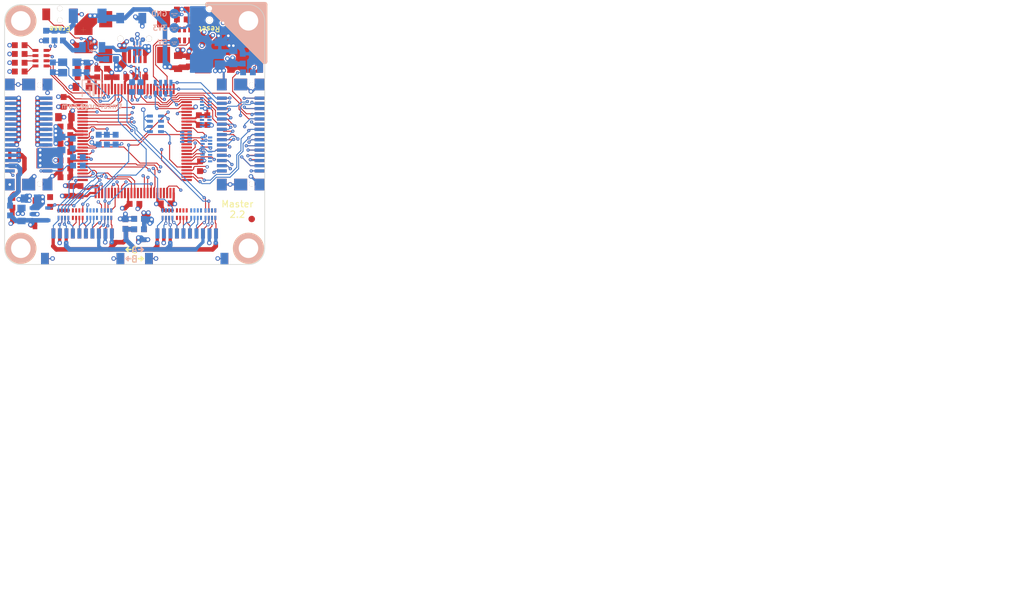
<source format=kicad_pcb>
(kicad_pcb (version 4) (host pcbnew 4.0.6-e0-6349~53~ubuntu16.04.1)
  (title_block (date "30 jan 2015") (company "Tinkerforge GmbH") (comment 1 "Licensed under CERN OHL v.1.1") (comment 2 "Copyright (©) 2011, B.Nordmeyer <bastian@tinkerforge.com>"))
  (layers (0 Vorderseite signal) (1 GND signal hide) (2 VCC signal hide) (31 Rückseite signal) (34 B.Paste user) (35 F.Paste user) (36 B.SilkS user) (37 F.SilkS user) (38 B.Mask user) (39 F.Mask user) (44 Edge.Cuts user))
  (net 0 "")
  (net 1 3V3)
  (net 2 3V3-EN)
  (net 3 BRICKLET-I2C-SCL)
  (net 4 BRICKLET-I2C-SDA)
  (net 5 BRICKLET-IO0_0/AD0)
  (net 6 BRICKLET-IO0_1)
  (net 7 BRICKLET-IO0_2/PWM0)
  (net 8 BRICKLET-IO0_3)
  (net 9 BRICKLET-IO1_0/AD1)
  (net 10 BRICKLET-IO1_1)
  (net 11 BRICKLET-IO1_2/PWM1)
  (net 12 BRICKLET-IO1_3)
  (net 13 BRICKLET-IO2_0/AD2)
  (net 14 BRICKLET-IO2_1/DA0)
  (net 15 BRICKLET-IO2_2/PWM2)
  (net 16 BRICKLET-IO2_3)
  (net 17 BRICKLET-IO3_0/AD3)
  (net 18 BRICKLET-IO3_1/DA1)
  (net 19 BRICKLET-IO3_2/PWM3)
  (net 20 BRICKLET-IO3_3)
  (net 21 BRICKLET-SEL-0)
  (net 22 BRICKLET-SEL-1)
  (net 23 BRICKLET-SEL-2)
  (net 24 BRICKLET-SEL-3)
  (net 25 GND)
  (net 26 LED1)
  (net 27 LED2)
  (net 28 LED3)
  (net 29 LED4)
  (net 30 "Net-(C102-Pad1)")
  (net 31 "Net-(C413-Pad1)")
  (net 32 "Net-(C422-Pad1)")
  (net 33 "Net-(C423-Pad1)")
  (net 34 "Net-(D101-Pad2)")
  (net 35 "Net-(D102-Pad2)")
  (net 36 "Net-(D103-Pad2)")
  (net 37 "Net-(D104-Pad2)")
  (net 38 "Net-(D105-Pad2)")
  (net 39 "Net-(D106-Pad2)")
  (net 40 "Net-(F101-Pad1)")
  (net 41 "Net-(FB101-Pad2)")
  (net 42 "Net-(FB301-Pad1)")
  (net 43 "Net-(J101-Pad2)")
  (net 44 "Net-(J101-Pad3)")
  (net 45 "Net-(J303-Pad1)")
  (net 46 "Net-(J303-Pad10)")
  (net 47 "Net-(J303-Pad29)")
  (net 48 "Net-(J303-Pad30)")
  (net 49 "Net-(L101-Pad1)")
  (net 50 "Net-(L101-Pad2)")
  (net 51 "Net-(L101-Pad3)")
  (net 52 "Net-(L101-Pad4)")
  (net 53 "Net-(R101-Pad2)")
  (net 54 "Net-(R102-Pad2)")
  (net 55 "Net-(RP101-Pad5)")
  (net 56 "Net-(RP101-Pad8)")
  (net 57 "Net-(SW102-Pad1)")
  (net 58 SCL-PULLUP)
  (net 59 SDA-PULLUP)
  (net 60 STACK-CURRENT)
  (net 61 STACK-EX-0-GP00)
  (net 62 STACK-EX-0-GP01)
  (net 63 STACK-EX-0-GP02)
  (net 64 STACK-EX-1-GP00)
  (net 65 STACK-EX-1-GP01)
  (net 66 STACK-EX-1-GP02)
  (net 67 STACK-HIGH/JTAG-TMS)
  (net 68 STACK-I2C-SCL/JTAG-TDO)
  (net 69 STACK-I2C-SDA/JTAG-TDI)
  (net 70 STACK-MASTER-DETECT)
  (net 71 STACK-RESET)
  (net 72 STACK-SELECT-00)
  (net 73 STACK-SELECT-01)
  (net 74 STACK-SELECT-02)
  (net 75 STACK-SELECT-03)
  (net 76 STACK-SELECT-04)
  (net 77 STACK-SELECT-05)
  (net 78 STACK-SELECT-06)
  (net 79 STACK-SELECT-07)
  (net 80 STACK-SELECT-EX-00)
  (net 81 STACK-SELECT-EX-01)
  (net 82 STACK-SER-RXD)
  (net 83 STACK-SER-SCK)
  (net 84 STACK-SER-TXD)
  (net 85 STACK-SER2-RTS)
  (net 86 STACK-SER2-RXD)
  (net 87 STACK-SER2-TXD)
  (net 88 STACK-SPI-MISO)
  (net 89 STACK-SPI-MOSI)
  (net 90 STACK-SPI-SCLK)
  (net 91 STACK-SPI-SELECT)
  (net 92 STACK-SYNC/JTAG-TCK)
  (net 93 STACK-VOLTAGE)
  (net 94 USB-DETECT)
  (net 95 VPP)
  (net 96 VSTACK)
  (net 97 VUSB)
  (net 98 XIN)
  (net 99 XOUT)
  (net 100 "Net-(J301-Pad7)")
  (net 101 "Net-(P201-Pad4)")
  (net 102 "Net-(P201-Pad5)")
  (net 103 "Net-(P201-Pad6)")
  (net 104 "Net-(P201-Pad10)")
  (net 105 "Net-(P202-Pad4)")
  (net 106 "Net-(P202-Pad5)")
  (net 107 "Net-(P202-Pad6)")
  (net 108 "Net-(P202-Pad10)")
  (net 109 "Net-(P203-Pad4)")
  (net 110 "Net-(P203-Pad5)")
  (net 111 "Net-(P203-Pad6)")
  (net 112 "Net-(P203-Pad10)")
  (net 113 "Net-(P204-Pad4)")
  (net 114 "Net-(P204-Pad5)")
  (net 115 "Net-(P204-Pad6)")
  (net 116 "Net-(P204-Pad10)")
  (net 117 "Net-(FB302-Pad2)")
  (net 118 "Net-(FB303-Pad1)")
  (net 119 "Net-(F101-Pad2)")
  (net 120 "Net-(C101-Pad1)")
  (net 121 "Net-(C203-Pad2)")
  (net 122 "Net-(C204-Pad2)")
  (net 123 "Net-(CP201-Pad2)")
  (net 124 "Net-(CP201-Pad3)")
  (net 125 "Net-(CP201-Pad4)")
  (net 126 "Net-(CP202-Pad2)")
  (net 127 "Net-(CP202-Pad3)")
  (net 128 "Net-(CP202-Pad4)")
  (net 129 "Net-(CP203-Pad2)")
  (net 130 "Net-(CP203-Pad3)")
  (net 131 "Net-(CP203-Pad4)")
  (net 132 "Net-(CP204-Pad2)")
  (net 133 "Net-(CP204-Pad3)")
  (net 134 "Net-(CP204-Pad4)")
  (net 135 "Net-(J301-Pad17)")
  (net 136 "Net-(J301-Pad15)")
  (net 137 "Net-(J301-Pad13)")
  (net 138 "Net-(J301-Pad5)")
  (net 139 "Net-(J301-Pad3)")
  (net 140 "Net-(J301-Pad1)")
  (net 141 "Net-(J301-Pad6)")
  (net 142 "Net-(J301-Pad8)")
  (net 143 "Net-(J301-Pad10)")
  (net 144 "Net-(J301-Pad12)")
  (net 145 "Net-(J301-Pad14)")
  (net 146 "Net-(J301-Pad16)")
  (net 147 "Net-(J301-Pad18)")
  (net 148 "Net-(J301-Pad20)")
  (net 149 "Net-(J301-Pad22)")
  (net 150 "Net-(J301-Pad24)")
  (module 4X0402 (layer Rückseite) (at 158.975 107.175 180)
    (fp_text reference CP204)
    (fp_text value TBD)
    (pad 1 smd rect (at -0.7493 -0.575) (size 0.29972 0.65) (layers Rückseite B.Paste B.Mask))
    (pad 2 smd rect (at -0.24892 -0.575) (size 0.29972 0.65) (layers Rückseite B.Paste B.Mask) (net 132 "Net-(CP204-Pad2)"))
    (pad 3 smd rect (at 0.24892 -0.575) (size 0.29972 0.65) (layers Rückseite B.Paste B.Mask) (net 133 "Net-(CP204-Pad3)"))
    (pad 4 smd rect (at 0.7493 -0.575) (size 0.29972 0.65) (layers Rückseite B.Paste B.Mask) (net 134 "Net-(CP204-Pad4)"))
    (pad 5 smd rect (at 0.7493 0.575 180) (size 0.29972 0.65) (layers Rückseite B.Paste B.Mask) (net 25 GND))
    (pad 6 smd rect (at 0.24892 0.575 180) (size 0.29972 0.65) (layers Rückseite B.Paste B.Mask) (net 25 GND))
    (pad 7 smd rect (at -0.24892 0.575 180) (size 0.29972 0.65) (layers Rückseite B.Paste B.Mask) (net 25 GND))
    (pad 8 smd rect (at -0.7493 0.575 180) (size 0.29972 0.65) (layers Rückseite B.Paste B.Mask) (net 25 GND))
  )
  (module C0603F (layer Vorderseite) (at 136.4 89.9 270)
    (fp_text reference C424)
    (fp_text value 100nF)
    (pad 1 smd rect (at -0.75 0 270) (size 0.9 0.9) (layers Vorderseite F.Paste F.Mask) (net 1 3V3))
    (pad 2 smd rect (at 0.75 0 270) (size 0.9 0.9) (layers Vorderseite F.Paste F.Mask) (net 25 GND))
  )
  (module Logo:Logo_31x31 (layer Rückseite) (at 142.325 86.425 180)
    (fp_text reference G*** hide)
    (fp_text value Logo_31x31 hide)
  )
  (module tinkerforge:Fiducial_Mark (layer Vorderseite) (at 165.325 107.925)
    (fp_text reference Fiducial_Mark hide)
    (fp_text value VAL** hide)
    (pad 1 smd circle (at 0 0) (size 1.00076 1.00076) (layers Vorderseite F.Mask) (clearance 0.65024))
  )
  (module C0603F (layer Vorderseite) (at 145.9 108.7 270)
    (fp_text reference C203)
    (fp_text value 1µF)
    (pad 1 smd rect (at -0.75 0 270) (size 0.9 0.9) (layers Vorderseite F.Paste F.Mask) (net 25 GND))
    (pad 2 smd rect (at 0.75 0 270) (size 0.9 0.9) (layers Vorderseite F.Paste F.Mask) (net 121 "Net-(C203-Pad2)"))
  )
  (module C0603F (layer Rückseite) (at 145.9 108.7 270)
    (fp_text reference C204)
    (fp_text value 1µF)
    (pad 1 smd rect (at -0.75 0 270) (size 0.9 0.9) (layers Rückseite B.Paste B.Mask) (net 25 GND))
    (pad 2 smd rect (at 0.75 0 270) (size 0.9 0.9) (layers Rückseite B.Paste B.Mask) (net 122 "Net-(C204-Pad2)"))
  )
  (module C0805 (layer Vorderseite) (at 136.6 92.25 180)
    (fp_text reference C401)
    (fp_text value 10µF/10V)
    (pad 1 smd rect (at -1.00076 0 180) (size 1.00076 1.24968) (layers Vorderseite F.Paste F.Mask) (net 1 3V3) (clearance 0.14986))
    (pad 2 smd rect (at 1.00076 0 180) (size 1.00076 1.24968) (layers Vorderseite F.Paste F.Mask) (net 25 GND) (clearance 0.14986))
  )
  (module 3528-21 (layer Vorderseite) (at 139.45 80.2 270)
    (fp_text reference C403)
    (fp_text value 100µF)
    (pad 1 smd rect (at -1.40048 0 270) (size 1.59954 2.79908) (layers Vorderseite F.Paste F.Mask) (net 96 VSTACK) (clearance 0.14986))
    (pad 2 smd rect (at 1.40048 0 270) (size 1.59954 2.79908) (layers Vorderseite F.Paste F.Mask) (net 25 GND) (clearance 0.14986))
  )
  (module C0805 (layer Vorderseite) (at 154 83.8 90)
    (fp_text reference C407)
    (fp_text value 10µF/10V)
    (pad 1 smd rect (at -1.00076 0 90) (size 1.00076 1.24968) (layers Vorderseite F.Paste F.Mask) (net 96 VSTACK) (clearance 0.14986))
    (pad 2 smd rect (at 1.00076 0 90) (size 1.00076 1.24968) (layers Vorderseite F.Paste F.Mask) (net 25 GND) (clearance 0.14986))
  )
  (module C0805 (layer Rückseite) (at 162.5 83.05 270)
    (fp_text reference C415)
    (fp_text value 10µF/10V)
    (pad 1 smd rect (at -1.00076 0 270) (size 1.00076 1.24968) (layers Rückseite B.Paste B.Mask) (net 1 3V3) (clearance 0.14986))
    (pad 2 smd rect (at 1.00076 0 270) (size 1.00076 1.24968) (layers Rückseite B.Paste B.Mask) (net 25 GND) (clearance 0.14986))
  )
  (module C0805 (layer Rückseite) (at 131.325 104.775 180)
    (fp_text reference C421)
    (fp_text value 10µF/10V)
    (pad 1 smd rect (at -1.00076 0 180) (size 1.00076 1.24968) (layers Rückseite B.Paste B.Mask) (net 1 3V3) (clearance 0.14986))
    (pad 2 smd rect (at 1.00076 0 180) (size 1.00076 1.24968) (layers Rückseite B.Paste B.Mask) (net 25 GND) (clearance 0.14986))
  )
  (module C0805 (layer Rückseite) (at 129.925 107.225 90)
    (fp_text reference C425)
    (fp_text value 10µF/10V)
    (pad 1 smd rect (at -1.00076 0 90) (size 1.00076 1.24968) (layers Rückseite B.Paste B.Mask) (net 95 VPP) (clearance 0.14986))
    (pad 2 smd rect (at 1.00076 0 90) (size 1.00076 1.24968) (layers Rückseite B.Paste B.Mask) (net 25 GND) (clearance 0.14986))
  )
  (module SOD-323 (layer Vorderseite) (at 147.325 111.125 180)
    (fp_text reference D201)
    (fp_text value ESD5V0D3B-TP)
    (pad 1 smd rect (at -1.3208 0 180) (size 0.762 0.6858) (layers Vorderseite F.Paste F.Mask) (net 25 GND))
    (pad 2 smd rect (at 1.3208 0 180) (size 0.762 0.6858) (layers Vorderseite F.Paste F.Mask) (net 121 "Net-(C203-Pad2)"))
  )
  (module SOD-323 (layer Rückseite) (at 147.325 111.125 180)
    (fp_text reference D202)
    (fp_text value ESD3V3D3B-TP)
    (pad 1 smd rect (at -1.3208 0 180) (size 0.762 0.6858) (layers Rückseite B.Paste B.Mask) (net 25 GND))
    (pad 2 smd rect (at 1.3208 0 180) (size 0.762 0.6858) (layers Rückseite B.Paste B.Mask) (net 122 "Net-(C204-Pad2)"))
  )
  (module SOD-128 (layer Rückseite) (at 140.1 76.65 180)
    (fp_text reference D401)
    (fp_text value PMEG4050)
    (pad 2 smd rect (at -2.19964 0 180) (size 1.39954 2.19964) (layers Rückseite B.Paste B.Mask) (net 96 VSTACK))
    (pad 1 smd rect (at 2.19964 0 180) (size 1.39954 2.19964) (layers Rückseite B.Paste B.Mask) (net 97 VUSB))
  )
  (module MiniMelf (layer Rückseite) (at 146.8 77)
    (fp_text reference D402)
    (fp_text value Z5V)
    (pad 2 smd rect (at -1.69926 0) (size 1.19888 1.6002) (layers Rückseite B.Paste B.Mask) (net 96 VSTACK))
    (pad 1 smd rect (at 1.69926 0) (size 1.19888 1.6002) (layers Rückseite B.Paste B.Mask) (net 25 GND))
  )
  (module MiniMelf (layer Rückseite) (at 160.425 82.4 270)
    (fp_text reference D403)
    (fp_text value Z3.3V)
    (pad 2 smd rect (at -1.69926 0 270) (size 1.19888 1.6002) (layers Rückseite B.Paste B.Mask) (net 1 3V3))
    (pad 1 smd rect (at 1.69926 0 270) (size 1.19888 1.6002) (layers Rückseite B.Paste B.Mask) (net 25 GND))
  )
  (module SOD-123 (layer Vorderseite) (at 132 107.05 270)
    (fp_text reference D404)
    (fp_text value B0520LW)
    (pad 1 smd rect (at -1.84912 0 270) (size 1.19888 0.70104) (layers Vorderseite F.Paste F.Mask) (net 1 3V3) (clearance 0.14986))
    (pad 2 smd rect (at 1.84912 0 270) (size 1.19888 0.70104) (layers Vorderseite F.Paste F.Mask) (net 95 VPP) (clearance 0.14986))
  )
  (module 1206 (layer Rückseite) (at 140.8 81.5 180)
    (fp_text reference F101 (at 0 -0.5375 180) (layer B.SilkS) (effects (font (size 0.3 0.3) (thickness 0.075)) (justify mirror)))
    (fp_text value PTC (at 0 0.65 180) (layer B.SilkS) (effects (font (size 0.3 0.3) (thickness 0.075)) (justify mirror)))
    (pad 1 smd rect (at -1.50114 0 180) (size 1.00076 1.6002) (layers Rückseite B.Paste B.Mask) (net 40 "Net-(F101-Pad1)"))
    (pad 2 smd rect (at 1.50114 0 180) (size 1.00076 1.6002) (layers Rückseite B.Paste B.Mask) (net 119 "Net-(F101-Pad2)"))
  )
  (module R0805 (layer Rückseite) (at 136.05 96.3 90)
    (fp_text reference FB301)
    (fp_text value 0)
    (pad 1 smd rect (at -1.00076 0 90) (size 1.00076 1.24968) (layers Rückseite B.Paste B.Mask) (net 42 "Net-(FB301-Pad1)") (clearance 0.14986))
    (pad 2 smd rect (at 1.00076 0 90) (size 1.00076 1.24968) (layers Rückseite B.Paste B.Mask) (net 25 GND) (clearance 0.14986))
  )
  (module USB-MINI-B-SMD (layer Vorderseite) (at 147.325 74.925)
    (fp_text reference J101)
    (fp_text value USB-MINI-B-SMD)
    (pad "" smd rect (at 4.45008 2.25044) (size 1.99898 2.49936) (layers Vorderseite F.Paste F.Mask) (clearance 0.14986))
    (pad "" smd rect (at 4.45008 7.74954) (size 1.99898 2.49936) (layers Vorderseite F.Paste F.Mask))
    (pad 6 smd rect (at -4.45008 7.74954) (size 1.99898 2.49936) (layers Vorderseite F.Paste F.Mask) (net 41 "Net-(FB101-Pad2)"))
    (pad "" smd rect (at -4.45008 2.25044) (size 1.99898 2.49936) (layers Vorderseite F.Paste F.Mask))
    (pad "" thru_hole circle (at 2.19964 5.25018) (size 0.90932 0.90932) (drill 0.89916) (layers *.Cu *.Mask F.SilkS) (clearance 0.14986))
    (pad "" thru_hole circle (at -2.19964 5.25018) (size 0.90932 0.90932) (drill 0.89916) (layers *.Cu *.Mask F.SilkS) (clearance 0.14986))
    (pad 5 smd rect (at -1.6002 7.85114) (size 0.50038 2.30124) (layers Vorderseite F.Paste F.Mask) (net 25 GND) (clearance 0.14986))
    (pad 4 smd rect (at -0.8001 7.85114) (size 0.50038 2.30124) (layers Vorderseite F.Paste F.Mask) (clearance 0.14986))
    (pad 3 smd rect (at 0 7.85114) (size 0.50038 2.30124) (layers Vorderseite F.Paste F.Mask) (net 44 "Net-(J101-Pad3)") (clearance 0.14986))
    (pad 2 smd rect (at 0.8001 7.85114) (size 0.50038 2.30124) (layers Vorderseite F.Paste F.Mask) (net 43 "Net-(J101-Pad2)") (clearance 0.14986))
    (pad 1 smd rect (at 1.6002 7.85114) (size 0.50038 2.30124) (layers Vorderseite F.Paste F.Mask) (net 40 "Net-(F101-Pad1)") (clearance 0.14986))
  )
  (module DRILL_NP (layer Vorderseite) (at 129.825 77.425)
    (fp_text reference J102 hide)
    (fp_text value DRILL hide)
    (pad "" np_thru_hole circle (at 0 0) (size 2.99974 2.99974) (drill 2.99974) (layers *.Cu *.Mask F.SilkS) (clearance 0.89916))
  )
  (module DRILL_NP (layer Vorderseite) (at 164.825 77.425)
    (fp_text reference J103 hide)
    (fp_text value DRILL hide)
    (pad "" np_thru_hole circle (at 0 0) (size 2.99974 2.99974) (drill 2.99974) (layers *.Cu *.Mask F.SilkS) (clearance 0.89916))
  )
  (module DRILL_NP (layer Vorderseite) (at 164.825 112.425)
    (fp_text reference J104 hide)
    (fp_text value DRILL hide)
    (pad "" np_thru_hole circle (at 0 0) (size 2.99974 2.99974) (drill 2.99974) (layers *.Cu *.Mask F.SilkS) (clearance 0.89916))
  )
  (module DRILL_NP (layer Vorderseite) (at 129.825 112.425)
    (fp_text reference J105 hide)
    (fp_text value DRILL hide)
    (pad "" np_thru_hole circle (at 0 0) (size 2.99974 2.99974) (drill 2.99974) (layers *.Cu *.Mask F.SilkS) (clearance 0.89916))
  )
  (module BTB08-ACS-TOP (layer Vorderseite) (at 163.625 94.925 90)
    (fp_text reference J301)
    (fp_text value STACK-UP-LOW)
    (pad 29 smd rect (at -5.59816 2.89814 270) (size 0.49784 1.4986) (layers Vorderseite F.Paste F.Mask) (net 66 STACK-EX-1-GP02))
    (pad 27 smd rect (at -4.79806 2.89814 270) (size 0.49784 1.4986) (layers Vorderseite F.Paste F.Mask) (net 65 STACK-EX-1-GP01))
    (pad 25 smd rect (at -3.99796 2.89814 270) (size 0.49784 1.4986) (layers Vorderseite F.Paste F.Mask) (net 64 STACK-EX-1-GP00))
    (pad 23 smd rect (at -3.19786 2.89814 270) (size 0.49784 1.4986) (layers Vorderseite F.Paste F.Mask) (net 63 STACK-EX-0-GP02))
    (pad 21 smd rect (at -2.39776 2.89814 270) (size 0.49784 1.4986) (layers Vorderseite F.Paste F.Mask) (net 62 STACK-EX-0-GP01))
    (pad 19 smd rect (at -1.59766 2.89814 270) (size 0.49784 1.4986) (layers Vorderseite F.Paste F.Mask) (net 61 STACK-EX-0-GP00))
    (pad 17 smd rect (at -0.79756 2.89814 270) (size 0.49784 1.4986) (layers Vorderseite F.Paste F.Mask) (net 135 "Net-(J301-Pad17)"))
    (pad 15 smd rect (at 0 2.89814 270) (size 0.49784 1.4986) (layers Vorderseite F.Paste F.Mask) (net 136 "Net-(J301-Pad15)"))
    (pad 13 smd rect (at 0.79756 2.89814 270) (size 0.49784 1.4986) (layers Vorderseite F.Paste F.Mask) (net 137 "Net-(J301-Pad13)"))
    (pad 11 smd rect (at 1.59766 2.89814 270) (size 0.49784 1.4986) (layers Vorderseite F.Paste F.Mask) (net 92 STACK-SYNC/JTAG-TCK))
    (pad 9 smd rect (at 2.39776 2.89814 270) (size 0.49784 1.4986) (layers Vorderseite F.Paste F.Mask) (net 67 STACK-HIGH/JTAG-TMS))
    (pad 7 smd rect (at 3.19786 2.89814 270) (size 0.49784 1.4986) (layers Vorderseite F.Paste F.Mask) (net 100 "Net-(J301-Pad7)"))
    (pad 5 smd rect (at 3.99796 2.89814 270) (size 0.49784 1.4986) (layers Vorderseite F.Paste F.Mask) (net 138 "Net-(J301-Pad5)"))
    (pad 3 smd rect (at 4.79806 2.89814 270) (size 0.49784 1.4986) (layers Vorderseite F.Paste F.Mask) (net 139 "Net-(J301-Pad3)"))
    (pad 1 smd rect (at 5.59816 2.89814 270) (size 0.49784 1.4986) (layers Vorderseite F.Paste F.Mask) (net 140 "Net-(J301-Pad1)"))
    (pad 2 smd rect (at 5.59816 -2.89814 90) (size 0.49784 1.4986) (layers Vorderseite F.Paste F.Mask) (net 69 STACK-I2C-SDA/JTAG-TDI))
    (pad 4 smd rect (at 4.79806 -2.89814 90) (size 0.49784 1.4986) (layers Vorderseite F.Paste F.Mask) (net 68 STACK-I2C-SCL/JTAG-TDO))
    (pad 6 smd rect (at 3.99796 -2.89814 90) (size 0.49784 1.4986) (layers Vorderseite F.Paste F.Mask) (net 141 "Net-(J301-Pad6)"))
    (pad 8 smd rect (at 3.19786 -2.89814 90) (size 0.49784 1.4986) (layers Vorderseite F.Paste F.Mask) (net 142 "Net-(J301-Pad8)"))
    (pad 10 smd rect (at 2.39776 -2.89814 90) (size 0.49784 1.4986) (layers Vorderseite F.Paste F.Mask) (net 143 "Net-(J301-Pad10)"))
    (pad 12 smd rect (at 1.59766 -2.89814 90) (size 0.49784 1.4986) (layers Vorderseite F.Paste F.Mask) (net 144 "Net-(J301-Pad12)"))
    (pad 14 smd rect (at 0.79756 -2.89814 90) (size 0.49784 1.4986) (layers Vorderseite F.Paste F.Mask) (net 145 "Net-(J301-Pad14)"))
    (pad 16 smd rect (at 0 -2.89814 90) (size 0.49784 1.4986) (layers Vorderseite F.Paste F.Mask) (net 146 "Net-(J301-Pad16)"))
    (pad 18 smd rect (at -0.79756 -2.89814 90) (size 0.49784 1.4986) (layers Vorderseite F.Paste F.Mask) (net 147 "Net-(J301-Pad18)"))
    (pad 20 smd rect (at -1.59766 -2.89814 90) (size 0.49784 1.4986) (layers Vorderseite F.Paste F.Mask) (net 148 "Net-(J301-Pad20)"))
    (pad 22 smd rect (at -2.39776 -2.89814 90) (size 0.49784 1.4986) (layers Vorderseite F.Paste F.Mask) (net 149 "Net-(J301-Pad22)"))
    (pad 24 smd rect (at -3.19786 -2.89814 90) (size 0.49784 1.4986) (layers Vorderseite F.Paste F.Mask) (net 150 "Net-(J301-Pad24)"))
    (pad 26 smd rect (at -3.99796 -2.89814 90) (size 0.49784 1.4986) (layers Vorderseite F.Paste F.Mask) (net 86 STACK-SER2-RXD))
    (pad 28 smd rect (at -4.79806 -2.89814 90) (size 0.49784 1.4986) (layers Vorderseite F.Paste F.Mask) (net 87 STACK-SER2-TXD))
    (pad 30 smd rect (at -5.59816 -2.89814 90) (size 0.49784 1.4986) (layers Vorderseite F.Paste F.Mask) (net 85 STACK-SER2-RTS))
    (pad EP smd rect (at 7.69874 -2.90068 90) (size 1.80086 1.50114) (layers Vorderseite F.Paste F.Mask) (net 25 GND))
    (pad EP smd rect (at 7.69874 2.90068 90) (size 1.80086 1.50114) (layers Vorderseite F.Paste F.Mask) (net 25 GND))
    (pad EP smd rect (at -7.69874 2.90068 90) (size 1.80086 1.50114) (layers Vorderseite F.Paste F.Mask) (net 25 GND))
    (pad EP smd rect (at -7.69874 -2.90068 90) (size 1.80086 1.50114) (layers Vorderseite F.Paste F.Mask) (net 25 GND))
    (pad EP smd rect (at 7.69874 0 90) (size 1.80086 1.99898) (layers Vorderseite F.Paste F.Mask) (net 25 GND))
    (pad EP smd rect (at -7.69874 0 90) (size 1.80086 1.99898) (layers Vorderseite F.Paste F.Mask) (net 25 GND))
    (pad "" thru_hole circle (at 7.59968 1.69926 90) (size 0.8001 0.8001) (drill 0.8001) (layers *.Cu *.Mask F.SilkS))
    (pad "" thru_hole circle (at -7.59968 1.69926 90) (size 0.8001 0.8001) (drill 0.8001) (layers *.Cu *.Mask F.SilkS))
  )
  (module BTB08-ACS-BTM (layer Rückseite) (at 163.625 94.925 270)
    (fp_text reference J302)
    (fp_text value STACK-DOWN)
    (pad 1 smd rect (at -5.59816 -2.89814 90) (size 0.49784 1.4986) (layers Rückseite B.Paste B.Mask) (net 140 "Net-(J301-Pad1)"))
    (pad 3 smd rect (at -4.79806 -2.89814 90) (size 0.49784 1.4986) (layers Rückseite B.Paste B.Mask) (net 139 "Net-(J301-Pad3)"))
    (pad 5 smd rect (at -3.99796 -2.89814 90) (size 0.49784 1.4986) (layers Rückseite B.Paste B.Mask) (net 138 "Net-(J301-Pad5)"))
    (pad 7 smd rect (at -3.19786 -2.89814 90) (size 0.49784 1.4986) (layers Rückseite B.Paste B.Mask) (net 100 "Net-(J301-Pad7)"))
    (pad 9 smd rect (at -2.39776 -2.89814 90) (size 0.49784 1.4986) (layers Rückseite B.Paste B.Mask) (net 70 STACK-MASTER-DETECT))
    (pad 11 smd rect (at -1.59766 -2.89814 90) (size 0.49784 1.4986) (layers Rückseite B.Paste B.Mask) (net 92 STACK-SYNC/JTAG-TCK))
    (pad 13 smd rect (at -0.79756 -2.89814 90) (size 0.49784 1.4986) (layers Rückseite B.Paste B.Mask) (net 137 "Net-(J301-Pad13)"))
    (pad 15 smd rect (at 0 -2.89814 90) (size 0.49784 1.4986) (layers Rückseite B.Paste B.Mask) (net 136 "Net-(J301-Pad15)"))
    (pad 17 smd rect (at 0.79756 -2.89814 90) (size 0.49784 1.4986) (layers Rückseite B.Paste B.Mask) (net 135 "Net-(J301-Pad17)"))
    (pad 19 smd rect (at 1.59766 -2.89814 90) (size 0.49784 1.4986) (layers Rückseite B.Paste B.Mask) (net 61 STACK-EX-0-GP00))
    (pad 21 smd rect (at 2.39776 -2.89814 90) (size 0.49784 1.4986) (layers Rückseite B.Paste B.Mask) (net 62 STACK-EX-0-GP01))
    (pad 23 smd rect (at 3.19786 -2.89814 90) (size 0.49784 1.4986) (layers Rückseite B.Paste B.Mask) (net 63 STACK-EX-0-GP02))
    (pad 25 smd rect (at 3.99796 -2.89814 90) (size 0.49784 1.4986) (layers Rückseite B.Paste B.Mask) (net 64 STACK-EX-1-GP00))
    (pad 27 smd rect (at 4.79806 -2.89814 90) (size 0.49784 1.4986) (layers Rückseite B.Paste B.Mask) (net 65 STACK-EX-1-GP01))
    (pad 29 smd rect (at 5.59816 -2.89814 90) (size 0.49784 1.4986) (layers Rückseite B.Paste B.Mask) (net 66 STACK-EX-1-GP02))
    (pad 30 smd rect (at 5.59816 2.89814 270) (size 0.49784 1.4986) (layers Rückseite B.Paste B.Mask) (net 85 STACK-SER2-RTS))
    (pad 28 smd rect (at 4.79806 2.89814 270) (size 0.49784 1.4986) (layers Rückseite B.Paste B.Mask) (net 87 STACK-SER2-TXD))
    (pad 26 smd rect (at 3.99796 2.89814 270) (size 0.49784 1.4986) (layers Rückseite B.Paste B.Mask) (net 86 STACK-SER2-RXD))
    (pad 24 smd rect (at 3.19786 2.89814 270) (size 0.49784 1.4986) (layers Rückseite B.Paste B.Mask) (net 150 "Net-(J301-Pad24)"))
    (pad 22 smd rect (at 2.39776 2.89814 270) (size 0.49784 1.4986) (layers Rückseite B.Paste B.Mask) (net 149 "Net-(J301-Pad22)"))
    (pad 20 smd rect (at 1.59766 2.89814 270) (size 0.49784 1.4986) (layers Rückseite B.Paste B.Mask) (net 147 "Net-(J301-Pad18)"))
    (pad 18 smd rect (at 0.79756 2.89814 270) (size 0.49784 1.4986) (layers Rückseite B.Paste B.Mask) (net 146 "Net-(J301-Pad16)"))
    (pad 16 smd rect (at 0 2.89814 270) (size 0.49784 1.4986) (layers Rückseite B.Paste B.Mask) (net 145 "Net-(J301-Pad14)"))
    (pad 14 smd rect (at -0.79756 2.89814 270) (size 0.49784 1.4986) (layers Rückseite B.Paste B.Mask) (net 144 "Net-(J301-Pad12)"))
    (pad 12 smd rect (at -1.59766 2.89814 270) (size 0.49784 1.4986) (layers Rückseite B.Paste B.Mask) (net 143 "Net-(J301-Pad10)"))
    (pad 10 smd rect (at -2.39776 2.89814 270) (size 0.49784 1.4986) (layers Rückseite B.Paste B.Mask) (net 142 "Net-(J301-Pad8)"))
    (pad 8 smd rect (at -3.19786 2.89814 270) (size 0.49784 1.4986) (layers Rückseite B.Paste B.Mask) (net 141 "Net-(J301-Pad6)"))
    (pad 6 smd rect (at -3.99796 2.89814 270) (size 0.49784 1.4986) (layers Rückseite B.Paste B.Mask) (net 91 STACK-SPI-SELECT))
    (pad 4 smd rect (at -4.79806 2.89814 270) (size 0.49784 1.4986) (layers Rückseite B.Paste B.Mask) (net 68 STACK-I2C-SCL/JTAG-TDO))
    (pad 2 smd rect (at -5.59816 2.89814 270) (size 0.49784 1.4986) (layers Rückseite B.Paste B.Mask) (net 69 STACK-I2C-SDA/JTAG-TDI))
    (pad EP smd rect (at 7.69874 2.90068 270) (size 1.80086 1.50114) (layers Rückseite B.Paste B.Mask) (net 25 GND))
    (pad EP smd rect (at 7.69874 -2.90068 270) (size 1.80086 1.50114) (layers Rückseite B.Paste B.Mask) (net 25 GND))
    (pad EP smd rect (at -7.69874 -2.90068 270) (size 1.80086 1.50114) (layers Rückseite B.Paste B.Mask) (net 25 GND))
    (pad EP smd rect (at -7.69874 2.90068 270) (size 1.80086 1.50114) (layers Rückseite B.Paste B.Mask) (net 25 GND))
    (pad EP smd rect (at 7.69874 0 270) (size 1.80086 1.99898) (layers Rückseite B.Paste B.Mask) (net 25 GND))
    (pad EP smd rect (at -7.69874 0 270) (size 1.80086 1.99898) (layers Rückseite B.Paste B.Mask) (net 25 GND))
    (pad "" thru_hole circle (at 7.59968 -1.69926 270) (size 0.8001 0.8001) (drill 0.8001) (layers *.Cu *.Mask B.SilkS))
    (pad "" thru_hole circle (at -7.59968 -1.69926 270) (size 0.8001 0.8001) (drill 0.8001) (layers *.Cu *.Mask B.SilkS))
  )
  (module BTB08-ACS-TOP (layer Vorderseite) (at 131.025 94.925 90)
    (fp_text reference J303)
    (fp_text value STACK-UP-LOW)
    (pad 29 smd rect (at -5.59816 2.89814 270) (size 0.49784 1.4986) (layers Vorderseite F.Paste F.Mask) (net 47 "Net-(J303-Pad29)"))
    (pad 27 smd rect (at -4.79806 2.89814 270) (size 0.49784 1.4986) (layers Vorderseite F.Paste F.Mask) (net 42 "Net-(FB301-Pad1)"))
    (pad 25 smd rect (at -3.99796 2.89814 270) (size 0.49784 1.4986) (layers Vorderseite F.Paste F.Mask) (net 42 "Net-(FB301-Pad1)"))
    (pad 23 smd rect (at -3.19786 2.89814 270) (size 0.49784 1.4986) (layers Vorderseite F.Paste F.Mask) (net 42 "Net-(FB301-Pad1)"))
    (pad 21 smd rect (at -2.39776 2.89814 270) (size 0.49784 1.4986) (layers Vorderseite F.Paste F.Mask) (net 42 "Net-(FB301-Pad1)"))
    (pad 19 smd rect (at -1.59766 2.89814 270) (size 0.49784 1.4986) (layers Vorderseite F.Paste F.Mask) (net 45 "Net-(J303-Pad1)"))
    (pad 17 smd rect (at -0.79756 2.89814 270) (size 0.49784 1.4986) (layers Vorderseite F.Paste F.Mask) (net 45 "Net-(J303-Pad1)"))
    (pad 15 smd rect (at 0 2.89814 270) (size 0.49784 1.4986) (layers Vorderseite F.Paste F.Mask) (net 45 "Net-(J303-Pad1)"))
    (pad 13 smd rect (at 0.79756 2.89814 270) (size 0.49784 1.4986) (layers Vorderseite F.Paste F.Mask) (net 45 "Net-(J303-Pad1)"))
    (pad 11 smd rect (at 1.59766 2.89814 270) (size 0.49784 1.4986) (layers Vorderseite F.Paste F.Mask) (net 45 "Net-(J303-Pad1)"))
    (pad 9 smd rect (at 2.39776 2.89814 270) (size 0.49784 1.4986) (layers Vorderseite F.Paste F.Mask) (net 45 "Net-(J303-Pad1)"))
    (pad 7 smd rect (at 3.19786 2.89814 270) (size 0.49784 1.4986) (layers Vorderseite F.Paste F.Mask) (net 45 "Net-(J303-Pad1)"))
    (pad 5 smd rect (at 3.99796 2.89814 270) (size 0.49784 1.4986) (layers Vorderseite F.Paste F.Mask) (net 45 "Net-(J303-Pad1)"))
    (pad 3 smd rect (at 4.79806 2.89814 270) (size 0.49784 1.4986) (layers Vorderseite F.Paste F.Mask) (net 45 "Net-(J303-Pad1)"))
    (pad 1 smd rect (at 5.59816 2.89814 270) (size 0.49784 1.4986) (layers Vorderseite F.Paste F.Mask) (net 45 "Net-(J303-Pad1)"))
    (pad 2 smd rect (at 5.59816 -2.89814 90) (size 0.49784 1.4986) (layers Vorderseite F.Paste F.Mask) (net 46 "Net-(J303-Pad10)"))
    (pad 4 smd rect (at 4.79806 -2.89814 90) (size 0.49784 1.4986) (layers Vorderseite F.Paste F.Mask) (net 46 "Net-(J303-Pad10)"))
    (pad 6 smd rect (at 3.99796 -2.89814 90) (size 0.49784 1.4986) (layers Vorderseite F.Paste F.Mask) (net 46 "Net-(J303-Pad10)"))
    (pad 8 smd rect (at 3.19786 -2.89814 90) (size 0.49784 1.4986) (layers Vorderseite F.Paste F.Mask) (net 46 "Net-(J303-Pad10)"))
    (pad 10 smd rect (at 2.39776 -2.89814 90) (size 0.49784 1.4986) (layers Vorderseite F.Paste F.Mask) (net 46 "Net-(J303-Pad10)"))
    (pad 12 smd rect (at 1.59766 -2.89814 90) (size 0.49784 1.4986) (layers Vorderseite F.Paste F.Mask) (net 46 "Net-(J303-Pad10)"))
    (pad 14 smd rect (at 0.79756 -2.89814 90) (size 0.49784 1.4986) (layers Vorderseite F.Paste F.Mask) (net 46 "Net-(J303-Pad10)"))
    (pad 16 smd rect (at 0 -2.89814 90) (size 0.49784 1.4986) (layers Vorderseite F.Paste F.Mask) (net 46 "Net-(J303-Pad10)"))
    (pad 18 smd rect (at -0.79756 -2.89814 90) (size 0.49784 1.4986) (layers Vorderseite F.Paste F.Mask) (net 46 "Net-(J303-Pad10)"))
    (pad 20 smd rect (at -1.59766 -2.89814 90) (size 0.49784 1.4986) (layers Vorderseite F.Paste F.Mask) (net 46 "Net-(J303-Pad10)"))
    (pad 22 smd rect (at -2.39776 -2.89814 90) (size 0.49784 1.4986) (layers Vorderseite F.Paste F.Mask) (net 117 "Net-(FB302-Pad2)"))
    (pad 24 smd rect (at -3.19786 -2.89814 90) (size 0.49784 1.4986) (layers Vorderseite F.Paste F.Mask) (net 117 "Net-(FB302-Pad2)"))
    (pad 26 smd rect (at -3.99796 -2.89814 90) (size 0.49784 1.4986) (layers Vorderseite F.Paste F.Mask) (net 117 "Net-(FB302-Pad2)"))
    (pad 28 smd rect (at -4.79806 -2.89814 90) (size 0.49784 1.4986) (layers Vorderseite F.Paste F.Mask) (net 118 "Net-(FB303-Pad1)"))
    (pad 30 smd rect (at -5.59816 -2.89814 90) (size 0.49784 1.4986) (layers Vorderseite F.Paste F.Mask) (net 48 "Net-(J303-Pad30)"))
    (pad EP smd rect (at 7.69874 -2.90068 90) (size 1.80086 1.50114) (layers Vorderseite F.Paste F.Mask) (net 25 GND))
    (pad EP smd rect (at 7.69874 2.90068 90) (size 1.80086 1.50114) (layers Vorderseite F.Paste F.Mask) (net 25 GND))
    (pad EP smd rect (at -7.69874 2.90068 90) (size 1.80086 1.50114) (layers Vorderseite F.Paste F.Mask) (net 25 GND))
    (pad EP smd rect (at -7.69874 -2.90068 90) (size 1.80086 1.50114) (layers Vorderseite F.Paste F.Mask) (net 25 GND))
    (pad EP smd rect (at 7.69874 0 90) (size 1.80086 1.99898) (layers Vorderseite F.Paste F.Mask) (net 25 GND))
    (pad EP smd rect (at -7.69874 0 90) (size 1.80086 1.99898) (layers Vorderseite F.Paste F.Mask) (net 25 GND))
    (pad "" thru_hole circle (at 7.59968 1.69926 90) (size 0.8001 0.8001) (drill 0.8001) (layers *.Cu *.Mask F.SilkS))
    (pad "" thru_hole circle (at -7.59968 1.69926 90) (size 0.8001 0.8001) (drill 0.8001) (layers *.Cu *.Mask F.SilkS))
  )
  (module BTB08-ACS-BTM (layer Rückseite) (at 131.025 94.925 270)
    (fp_text reference J304)
    (fp_text value STACK-DOWN)
    (pad 1 smd rect (at -5.59816 -2.89814 90) (size 0.49784 1.4986) (layers Rückseite B.Paste B.Mask) (net 45 "Net-(J303-Pad1)"))
    (pad 3 smd rect (at -4.79806 -2.89814 90) (size 0.49784 1.4986) (layers Rückseite B.Paste B.Mask) (net 45 "Net-(J303-Pad1)"))
    (pad 5 smd rect (at -3.99796 -2.89814 90) (size 0.49784 1.4986) (layers Rückseite B.Paste B.Mask) (net 45 "Net-(J303-Pad1)"))
    (pad 7 smd rect (at -3.19786 -2.89814 90) (size 0.49784 1.4986) (layers Rückseite B.Paste B.Mask) (net 45 "Net-(J303-Pad1)"))
    (pad 9 smd rect (at -2.39776 -2.89814 90) (size 0.49784 1.4986) (layers Rückseite B.Paste B.Mask) (net 45 "Net-(J303-Pad1)"))
    (pad 11 smd rect (at -1.59766 -2.89814 90) (size 0.49784 1.4986) (layers Rückseite B.Paste B.Mask) (net 45 "Net-(J303-Pad1)"))
    (pad 13 smd rect (at -0.79756 -2.89814 90) (size 0.49784 1.4986) (layers Rückseite B.Paste B.Mask) (net 45 "Net-(J303-Pad1)"))
    (pad 15 smd rect (at 0 -2.89814 90) (size 0.49784 1.4986) (layers Rückseite B.Paste B.Mask) (net 45 "Net-(J303-Pad1)"))
    (pad 17 smd rect (at 0.79756 -2.89814 90) (size 0.49784 1.4986) (layers Rückseite B.Paste B.Mask) (net 45 "Net-(J303-Pad1)"))
    (pad 19 smd rect (at 1.59766 -2.89814 90) (size 0.49784 1.4986) (layers Rückseite B.Paste B.Mask) (net 45 "Net-(J303-Pad1)"))
    (pad 21 smd rect (at 2.39776 -2.89814 90) (size 0.49784 1.4986) (layers Rückseite B.Paste B.Mask) (net 42 "Net-(FB301-Pad1)"))
    (pad 23 smd rect (at 3.19786 -2.89814 90) (size 0.49784 1.4986) (layers Rückseite B.Paste B.Mask) (net 42 "Net-(FB301-Pad1)"))
    (pad 25 smd rect (at 3.99796 -2.89814 90) (size 0.49784 1.4986) (layers Rückseite B.Paste B.Mask) (net 42 "Net-(FB301-Pad1)"))
    (pad 27 smd rect (at 4.79806 -2.89814 90) (size 0.49784 1.4986) (layers Rückseite B.Paste B.Mask) (net 42 "Net-(FB301-Pad1)"))
    (pad 29 smd rect (at 5.59816 -2.89814 90) (size 0.49784 1.4986) (layers Rückseite B.Paste B.Mask) (net 47 "Net-(J303-Pad29)"))
    (pad 30 smd rect (at 5.59816 2.89814 270) (size 0.49784 1.4986) (layers Rückseite B.Paste B.Mask) (net 48 "Net-(J303-Pad30)"))
    (pad 28 smd rect (at 4.79806 2.89814 270) (size 0.49784 1.4986) (layers Rückseite B.Paste B.Mask) (net 118 "Net-(FB303-Pad1)"))
    (pad 26 smd rect (at 3.99796 2.89814 270) (size 0.49784 1.4986) (layers Rückseite B.Paste B.Mask) (net 117 "Net-(FB302-Pad2)"))
    (pad 24 smd rect (at 3.19786 2.89814 270) (size 0.49784 1.4986) (layers Rückseite B.Paste B.Mask) (net 117 "Net-(FB302-Pad2)"))
    (pad 22 smd rect (at 2.39776 2.89814 270) (size 0.49784 1.4986) (layers Rückseite B.Paste B.Mask) (net 117 "Net-(FB302-Pad2)"))
    (pad 20 smd rect (at 1.59766 2.89814 270) (size 0.49784 1.4986) (layers Rückseite B.Paste B.Mask) (net 46 "Net-(J303-Pad10)"))
    (pad 18 smd rect (at 0.79756 2.89814 270) (size 0.49784 1.4986) (layers Rückseite B.Paste B.Mask) (net 46 "Net-(J303-Pad10)"))
    (pad 16 smd rect (at 0 2.89814 270) (size 0.49784 1.4986) (layers Rückseite B.Paste B.Mask) (net 46 "Net-(J303-Pad10)"))
    (pad 14 smd rect (at -0.79756 2.89814 270) (size 0.49784 1.4986) (layers Rückseite B.Paste B.Mask) (net 46 "Net-(J303-Pad10)"))
    (pad 12 smd rect (at -1.59766 2.89814 270) (size 0.49784 1.4986) (layers Rückseite B.Paste B.Mask) (net 46 "Net-(J303-Pad10)"))
    (pad 10 smd rect (at -2.39776 2.89814 270) (size 0.49784 1.4986) (layers Rückseite B.Paste B.Mask) (net 46 "Net-(J303-Pad10)"))
    (pad 8 smd rect (at -3.19786 2.89814 270) (size 0.49784 1.4986) (layers Rückseite B.Paste B.Mask) (net 46 "Net-(J303-Pad10)"))
    (pad 6 smd rect (at -3.99796 2.89814 270) (size 0.49784 1.4986) (layers Rückseite B.Paste B.Mask) (net 46 "Net-(J303-Pad10)"))
    (pad 4 smd rect (at -4.79806 2.89814 270) (size 0.49784 1.4986) (layers Rückseite B.Paste B.Mask) (net 46 "Net-(J303-Pad10)"))
    (pad 2 smd rect (at -5.59816 2.89814 270) (size 0.49784 1.4986) (layers Rückseite B.Paste B.Mask) (net 46 "Net-(J303-Pad10)"))
    (pad EP smd rect (at 7.69874 2.90068 270) (size 1.80086 1.50114) (layers Rückseite B.Paste B.Mask) (net 25 GND))
    (pad EP smd rect (at 7.69874 -2.90068 270) (size 1.80086 1.50114) (layers Rückseite B.Paste B.Mask) (net 25 GND))
    (pad EP smd rect (at -7.69874 -2.90068 270) (size 1.80086 1.50114) (layers Rückseite B.Paste B.Mask) (net 25 GND))
    (pad EP smd rect (at -7.69874 2.90068 270) (size 1.80086 1.50114) (layers Rückseite B.Paste B.Mask) (net 25 GND))
    (pad EP smd rect (at 7.69874 0 270) (size 1.80086 1.99898) (layers Rückseite B.Paste B.Mask) (net 25 GND))
    (pad EP smd rect (at -7.69874 0 270) (size 1.80086 1.99898) (layers Rückseite B.Paste B.Mask) (net 25 GND))
    (pad "" thru_hole circle (at 7.59968 -1.69926 270) (size 0.8001 0.8001) (drill 0.8001) (layers *.Cu *.Mask B.SilkS))
    (pad "" thru_hole circle (at -7.59968 -1.69926 270) (size 0.8001 0.8001) (drill 0.8001) (layers *.Cu *.Mask B.SilkS))
  )
  (module WE-CNSW-0603 (layer Rückseite) (at 147.725 84.175 270)
    (fp_text reference L101)
    (fp_text value 744230900)
    (pad 1 smd rect (at -0.725 0.25 270) (size 0.85 0.25) (layers Rückseite B.Paste B.Mask) (net 49 "Net-(L101-Pad1)"))
    (pad 2 smd rect (at 0.725 0.25 270) (size 0.85 0.25) (layers Rückseite B.Paste B.Mask) (net 50 "Net-(L101-Pad2)"))
    (pad 3 smd rect (at 0.725 -0.25 270) (size 0.85 0.25) (layers Rückseite B.Paste B.Mask) (net 51 "Net-(L101-Pad3)"))
    (pad 4 smd rect (at -0.725 -0.25 270) (size 0.85 0.25) (layers Rückseite B.Paste B.Mask) (net 52 "Net-(L101-Pad4)"))
  )
  (module R0805 (layer Vorderseite) (at 139.3 87.6)
    (fp_text reference L401)
    (fp_text value LBR2012T100K)
    (pad 1 smd rect (at -1.00076 0) (size 1.00076 1.24968) (layers Vorderseite F.Paste F.Mask) (net 31 "Net-(C413-Pad1)") (clearance 0.14986))
    (pad 2 smd rect (at 1.00076 0) (size 1.00076 1.24968) (layers Vorderseite F.Paste F.Mask) (net 33 "Net-(C423-Pad1)") (clearance 0.14986))
  )
  (module CON-SENSOR (layer Rückseite) (at 139.325 114.925 180)
    (fp_text reference P201)
    (fp_text value CON-SENSOR)
    (pad 1 smd rect (at -4.50088 4.7752 180) (size 0.59944 1.5494) (layers Rückseite B.Paste B.Mask) (net 121 "Net-(C203-Pad2)"))
    (pad 2 smd rect (at -3.50012 4.7752 180) (size 0.59944 1.5494) (layers Rückseite B.Paste B.Mask) (net 25 GND))
    (pad 3 smd rect (at -2.49936 4.7752 180) (size 0.59944 1.5494) (layers Rückseite B.Paste B.Mask) (net 122 "Net-(C204-Pad2)"))
    (pad 4 smd rect (at -1.50114 4.7752 180) (size 0.59944 1.5494) (layers Rückseite B.Paste B.Mask) (net 101 "Net-(P201-Pad4)"))
    (pad 5 smd rect (at -0.50038 4.7752 180) (size 0.59944 1.5494) (layers Rückseite B.Paste B.Mask) (net 102 "Net-(P201-Pad5)"))
    (pad 6 smd rect (at 0.50038 4.7752 180) (size 0.59944 1.5494) (layers Rückseite B.Paste B.Mask) (net 103 "Net-(P201-Pad6)"))
    (pad 7 smd rect (at 1.50114 4.7752 180) (size 0.59944 1.5494) (layers Rückseite B.Paste B.Mask) (net 125 "Net-(CP201-Pad4)"))
    (pad 8 smd rect (at 2.49936 4.7752 180) (size 0.59944 1.5494) (layers Rückseite B.Paste B.Mask) (net 124 "Net-(CP201-Pad3)"))
    (pad 9 smd rect (at 3.50012 4.7752 180) (size 0.59944 1.5494) (layers Rückseite B.Paste B.Mask) (net 123 "Net-(CP201-Pad2)"))
    (pad 10 smd rect (at 4.50088 4.7752 180) (size 0.59944 1.5494) (layers Rückseite B.Paste B.Mask) (net 104 "Net-(P201-Pad10)"))
    (pad EP smd rect (at -5.79882 0.89916 180) (size 1.19888 1.80086) (layers Rückseite B.Paste B.Mask) (net 25 GND))
    (pad EP smd rect (at 5.79882 0.89916 180) (size 1.19888 1.80086) (layers Rückseite B.Paste B.Mask) (net 25 GND))
  )
  (module CON-SENSOR (layer Rückseite) (at 155.325 114.925 180)
    (fp_text reference P202)
    (fp_text value CON-SENSOR)
    (pad 1 smd rect (at -4.50088 4.7752 180) (size 0.59944 1.5494) (layers Rückseite B.Paste B.Mask) (net 121 "Net-(C203-Pad2)"))
    (pad 2 smd rect (at -3.50012 4.7752 180) (size 0.59944 1.5494) (layers Rückseite B.Paste B.Mask) (net 25 GND))
    (pad 3 smd rect (at -2.49936 4.7752 180) (size 0.59944 1.5494) (layers Rückseite B.Paste B.Mask) (net 122 "Net-(C204-Pad2)"))
    (pad 4 smd rect (at -1.50114 4.7752 180) (size 0.59944 1.5494) (layers Rückseite B.Paste B.Mask) (net 105 "Net-(P202-Pad4)"))
    (pad 5 smd rect (at -0.50038 4.7752 180) (size 0.59944 1.5494) (layers Rückseite B.Paste B.Mask) (net 106 "Net-(P202-Pad5)"))
    (pad 6 smd rect (at 0.50038 4.7752 180) (size 0.59944 1.5494) (layers Rückseite B.Paste B.Mask) (net 107 "Net-(P202-Pad6)"))
    (pad 7 smd rect (at 1.50114 4.7752 180) (size 0.59944 1.5494) (layers Rückseite B.Paste B.Mask) (net 128 "Net-(CP202-Pad4)"))
    (pad 8 smd rect (at 2.49936 4.7752 180) (size 0.59944 1.5494) (layers Rückseite B.Paste B.Mask) (net 127 "Net-(CP202-Pad3)"))
    (pad 9 smd rect (at 3.50012 4.7752 180) (size 0.59944 1.5494) (layers Rückseite B.Paste B.Mask) (net 126 "Net-(CP202-Pad2)"))
    (pad 10 smd rect (at 4.50088 4.7752 180) (size 0.59944 1.5494) (layers Rückseite B.Paste B.Mask) (net 108 "Net-(P202-Pad10)"))
    (pad EP smd rect (at -5.79882 0.89916 180) (size 1.19888 1.80086) (layers Rückseite B.Paste B.Mask) (net 25 GND))
    (pad EP smd rect (at 5.79882 0.89916 180) (size 1.19888 1.80086) (layers Rückseite B.Paste B.Mask) (net 25 GND))
  )
  (module CON-SENSOR (layer Vorderseite) (at 139.325 114.925)
    (fp_text reference P203)
    (fp_text value CON-SENSOR)
    (pad 1 smd rect (at -4.50088 -4.7752) (size 0.59944 1.5494) (layers Vorderseite F.Paste F.Mask) (net 121 "Net-(C203-Pad2)"))
    (pad 2 smd rect (at -3.50012 -4.7752) (size 0.59944 1.5494) (layers Vorderseite F.Paste F.Mask) (net 25 GND))
    (pad 3 smd rect (at -2.49936 -4.7752) (size 0.59944 1.5494) (layers Vorderseite F.Paste F.Mask) (net 122 "Net-(C204-Pad2)"))
    (pad 4 smd rect (at -1.50114 -4.7752) (size 0.59944 1.5494) (layers Vorderseite F.Paste F.Mask) (net 109 "Net-(P203-Pad4)"))
    (pad 5 smd rect (at -0.50038 -4.7752) (size 0.59944 1.5494) (layers Vorderseite F.Paste F.Mask) (net 110 "Net-(P203-Pad5)"))
    (pad 6 smd rect (at 0.50038 -4.7752) (size 0.59944 1.5494) (layers Vorderseite F.Paste F.Mask) (net 111 "Net-(P203-Pad6)"))
    (pad 7 smd rect (at 1.50114 -4.7752) (size 0.59944 1.5494) (layers Vorderseite F.Paste F.Mask) (net 131 "Net-(CP203-Pad4)"))
    (pad 8 smd rect (at 2.49936 -4.7752) (size 0.59944 1.5494) (layers Vorderseite F.Paste F.Mask) (net 130 "Net-(CP203-Pad3)"))
    (pad 9 smd rect (at 3.50012 -4.7752) (size 0.59944 1.5494) (layers Vorderseite F.Paste F.Mask) (net 129 "Net-(CP203-Pad2)"))
    (pad 10 smd rect (at 4.50088 -4.7752) (size 0.59944 1.5494) (layers Vorderseite F.Paste F.Mask) (net 112 "Net-(P203-Pad10)"))
    (pad EP smd rect (at -5.79882 -0.89916) (size 1.19888 1.80086) (layers Vorderseite F.Paste F.Mask) (net 25 GND))
    (pad EP smd rect (at 5.79882 -0.89916) (size 1.19888 1.80086) (layers Vorderseite F.Paste F.Mask) (net 25 GND))
  )
  (module CON-SENSOR (layer Vorderseite) (at 155.325 114.925)
    (fp_text reference P204)
    (fp_text value CON-SENSOR)
    (pad 1 smd rect (at -4.50088 -4.7752) (size 0.59944 1.5494) (layers Vorderseite F.Paste F.Mask) (net 121 "Net-(C203-Pad2)"))
    (pad 2 smd rect (at -3.50012 -4.7752) (size 0.59944 1.5494) (layers Vorderseite F.Paste F.Mask) (net 25 GND))
    (pad 3 smd rect (at -2.49936 -4.7752) (size 0.59944 1.5494) (layers Vorderseite F.Paste F.Mask) (net 122 "Net-(C204-Pad2)"))
    (pad 4 smd rect (at -1.50114 -4.7752) (size 0.59944 1.5494) (layers Vorderseite F.Paste F.Mask) (net 113 "Net-(P204-Pad4)"))
    (pad 5 smd rect (at -0.50038 -4.7752) (size 0.59944 1.5494) (layers Vorderseite F.Paste F.Mask) (net 114 "Net-(P204-Pad5)"))
    (pad 6 smd rect (at 0.50038 -4.7752) (size 0.59944 1.5494) (layers Vorderseite F.Paste F.Mask) (net 115 "Net-(P204-Pad6)"))
    (pad 7 smd rect (at 1.50114 -4.7752) (size 0.59944 1.5494) (layers Vorderseite F.Paste F.Mask) (net 134 "Net-(CP204-Pad4)"))
    (pad 8 smd rect (at 2.49936 -4.7752) (size 0.59944 1.5494) (layers Vorderseite F.Paste F.Mask) (net 133 "Net-(CP204-Pad3)"))
    (pad 9 smd rect (at 3.50012 -4.7752) (size 0.59944 1.5494) (layers Vorderseite F.Paste F.Mask) (net 132 "Net-(CP204-Pad2)"))
    (pad 10 smd rect (at 4.50088 -4.7752) (size 0.59944 1.5494) (layers Vorderseite F.Paste F.Mask) (net 116 "Net-(P204-Pad10)"))
    (pad EP smd rect (at -5.79882 -0.89916) (size 1.19888 1.80086) (layers Vorderseite F.Paste F.Mask) (net 25 GND))
    (pad EP smd rect (at 5.79882 -0.89916) (size 1.19888 1.80086) (layers Vorderseite F.Paste F.Mask) (net 25 GND))
  )
  (module 0603X4 (layer Vorderseite) (at 154.6 79.6)
    (fp_text reference RP101)
    (fp_text value 1k)
    (pad 1 smd rect (at 1.19888 -0.8509) (size 0.44958 0.89916) (layers Vorderseite F.Paste F.Mask) (net 34 "Net-(D101-Pad2)"))
    (pad 2 smd rect (at 0.39878 -0.8509) (size 0.44958 0.89916) (layers Vorderseite F.Paste F.Mask))
    (pad 3 smd rect (at -0.39878 -0.8509) (size 0.44958 0.89916) (layers Vorderseite F.Paste F.Mask))
    (pad 4 smd rect (at -1.19888 -0.8509) (size 0.44958 0.89916) (layers Vorderseite F.Paste F.Mask) (net 35 "Net-(D102-Pad2)"))
    (pad 5 smd rect (at -1.19888 0.8509) (size 0.44958 0.89916) (layers Vorderseite F.Paste F.Mask) (net 55 "Net-(RP101-Pad5)"))
    (pad 6 smd rect (at -0.39878 0.8509) (size 0.44958 0.89916) (layers Vorderseite F.Paste F.Mask))
    (pad 7 smd rect (at 0.39878 0.8509) (size 0.44958 0.89916) (layers Vorderseite F.Paste F.Mask))
    (pad 8 smd rect (at 1.19888 0.8509) (size 0.44958 0.89916) (layers Vorderseite F.Paste F.Mask) (net 56 "Net-(RP101-Pad8)"))
  )
  (module 0603X4 (layer Vorderseite) (at 132.925 83.175 270)
    (fp_text reference RP102)
    (fp_text value 1k)
    (pad 1 smd rect (at 1.19888 -0.8509 270) (size 0.44958 0.89916) (layers Vorderseite F.Paste F.Mask) (net 26 LED1))
    (pad 2 smd rect (at 0.39878 -0.8509 270) (size 0.44958 0.89916) (layers Vorderseite F.Paste F.Mask) (net 27 LED2))
    (pad 3 smd rect (at -0.39878 -0.8509 270) (size 0.44958 0.89916) (layers Vorderseite F.Paste F.Mask) (net 28 LED3))
    (pad 4 smd rect (at -1.19888 -0.8509 270) (size 0.44958 0.89916) (layers Vorderseite F.Paste F.Mask) (net 29 LED4))
    (pad 5 smd rect (at -1.19888 0.8509 270) (size 0.44958 0.89916) (layers Vorderseite F.Paste F.Mask) (net 39 "Net-(D106-Pad2)"))
    (pad 6 smd rect (at -0.39878 0.8509 270) (size 0.44958 0.89916) (layers Vorderseite F.Paste F.Mask) (net 38 "Net-(D105-Pad2)"))
    (pad 7 smd rect (at 0.39878 0.8509 270) (size 0.44958 0.89916) (layers Vorderseite F.Paste F.Mask) (net 37 "Net-(D104-Pad2)"))
    (pad 8 smd rect (at 1.19888 0.8509 270) (size 0.44958 0.89916) (layers Vorderseite F.Paste F.Mask) (net 36 "Net-(D103-Pad2)"))
  )
  (module 0603X4 (layer Rückseite) (at 151.7 87.8)
    (fp_text reference RP301)
    (fp_text value 1k)
    (pad 1 smd rect (at 1.19888 0.8509) (size 0.44958 0.89916) (layers Rückseite B.Paste B.Mask) (net 59 SDA-PULLUP))
    (pad 2 smd rect (at 0.39878 0.8509) (size 0.44958 0.89916) (layers Rückseite B.Paste B.Mask))
    (pad 3 smd rect (at -0.39878 0.8509) (size 0.44958 0.89916) (layers Rückseite B.Paste B.Mask))
    (pad 4 smd rect (at -1.19888 0.8509) (size 0.44958 0.89916) (layers Rückseite B.Paste B.Mask) (net 58 SCL-PULLUP))
    (pad 5 smd rect (at -1.19888 -0.8509) (size 0.44958 0.89916) (layers Rückseite B.Paste B.Mask) (net 68 STACK-I2C-SCL/JTAG-TDO))
    (pad 6 smd rect (at -0.39878 -0.8509) (size 0.44958 0.89916) (layers Rückseite B.Paste B.Mask))
    (pad 7 smd rect (at 0.39878 -0.8509) (size 0.44958 0.89916) (layers Rückseite B.Paste B.Mask))
    (pad 8 smd rect (at 1.19888 -0.8509) (size 0.44958 0.89916) (layers Rückseite B.Paste B.Mask) (net 69 STACK-I2C-SDA/JTAG-TDI))
  )
  (module TACT-SWITCH (layer Vorderseite) (at 158.825 76.425)
    (fp_text reference SW101)
    (fp_text value Reset)
    (pad 1 smd rect (at -2.09898 0) (size 1.2 1.80086) (layers Vorderseite F.Paste F.Mask) (net 71 STACK-RESET) (clearance 0.14986))
    (pad 2 smd rect (at 2.09898 0) (size 1.20076 1.80086) (layers Vorderseite F.Paste F.Mask) (net 25 GND) (clearance 0.14986))
    (pad "" thru_hole circle (at 0 0.89916) (size 0.8001 0.8001) (drill 0.8001) (layers *.Cu *.Mask F.SilkS) (clearance 0.14986))
    (pad "" thru_hole circle (at 0 -0.89916) (size 0.8001 0.8001) (drill 0.8001) (layers *.Cu *.Mask F.SilkS) (clearance 0.14986))
  )
  (module TACT-SWITCH (layer Vorderseite) (at 135.825 76.425)
    (fp_text reference SW102)
    (fp_text value Erase)
    (pad 1 smd rect (at -2.09898 0) (size 1.2 1.80086) (layers Vorderseite F.Paste F.Mask) (net 57 "Net-(SW102-Pad1)") (clearance 0.14986))
    (pad 2 smd rect (at 2.09898 0) (size 1.20076 1.80086) (layers Vorderseite F.Paste F.Mask) (net 1 3V3) (clearance 0.14986))
    (pad "" thru_hole circle (at 0 0.89916) (size 0.8001 0.8001) (drill 0.8001) (layers *.Cu *.Mask F.SilkS) (clearance 0.14986))
    (pad "" thru_hole circle (at 0 -0.89916) (size 0.8001 0.8001) (drill 0.8001) (layers *.Cu *.Mask F.SilkS) (clearance 0.14986))
  )
  (module LQFP100 (layer Vorderseite) (at 147.325 95.925 270)
    (fp_text reference U101)
    (fp_text value AT91SAM3SXC)
    (pad 1 smd rect (at -5.99948 7.99846 90) (size 0.3175 1.59766) (layers Vorderseite F.Paste F.Mask) (net 1 3V3))
    (pad 2 smd rect (at -5.4991 7.99846 90) (size 0.3175 1.59766) (layers Vorderseite F.Paste F.Mask) (net 25 GND))
    (pad 3 smd rect (at -4.99872 7.99846 90) (size 0.3175 1.59766) (layers Vorderseite F.Paste F.Mask) (net 76 STACK-SELECT-04))
    (pad 4 smd rect (at -4.49834 7.99846 90) (size 0.3175 1.59766) (layers Vorderseite F.Paste F.Mask) (net 13 BRICKLET-IO2_0/AD2))
    (pad 5 smd rect (at -3.99796 7.99846 90) (size 0.3175 1.59766) (layers Vorderseite F.Paste F.Mask) (net 77 STACK-SELECT-05))
    (pad 6 smd rect (at -3.49758 7.99846 90) (size 0.3175 1.59766) (layers Vorderseite F.Paste F.Mask) (net 17 BRICKLET-IO3_0/AD3))
    (pad 7 smd rect (at -2.99974 7.99846 90) (size 0.3175 1.59766) (layers Vorderseite F.Paste F.Mask) (net 78 STACK-SELECT-06))
    (pad 8 smd rect (at -2.49936 7.99846 90) (size 0.3175 1.59766) (layers Vorderseite F.Paste F.Mask) (net 79 STACK-SELECT-07))
    (pad 9 smd rect (at -1.99898 7.99846 90) (size 0.3175 1.59766) (layers Vorderseite F.Paste F.Mask) (net 120 "Net-(C101-Pad1)"))
    (pad 10 smd rect (at -1.4986 7.99846 90) (size 0.3175 1.59766) (layers Vorderseite F.Paste F.Mask) (net 1 3V3))
    (pad 11 smd rect (at -0.99822 7.99846 90) (size 0.3175 1.59766) (layers Vorderseite F.Paste F.Mask) (net 31 "Net-(C413-Pad1)"))
    (pad 12 smd rect (at -0.49784 7.99846 90) (size 0.3175 1.59766) (layers Vorderseite F.Paste F.Mask) (net 94 USB-DETECT))
    (pad 13 smd rect (at 0 7.99846 90) (size 0.3175 1.59766) (layers Vorderseite F.Paste F.Mask) (net 28 LED3))
    (pad 14 smd rect (at 0.49784 7.99846 90) (size 0.3175 1.59766) (layers Vorderseite F.Paste F.Mask) (net 70 STACK-MASTER-DETECT))
    (pad 15 smd rect (at 0.99822 7.99846 90) (size 0.3175 1.59766) (layers Vorderseite F.Paste F.Mask) (net 86 STACK-SER2-RXD))
    (pad 16 smd rect (at 1.4986 7.99846 90) (size 0.3175 1.59766) (layers Vorderseite F.Paste F.Mask) (net 31 "Net-(C413-Pad1)"))
    (pad 17 smd rect (at 1.99898 7.99846 90) (size 0.3175 1.59766) (layers Vorderseite F.Paste F.Mask) (net 29 LED4))
    (pad 18 smd rect (at 2.49936 7.99846 90) (size 0.3175 1.59766) (layers Vorderseite F.Paste F.Mask) (net 93 STACK-VOLTAGE))
    (pad 19 smd rect (at 2.99974 7.99846 90) (size 0.3175 1.59766) (layers Vorderseite F.Paste F.Mask) (net 30 "Net-(C102-Pad1)"))
    (pad 20 smd rect (at 3.49758 7.99846 90) (size 0.3175 1.59766) (layers Vorderseite F.Paste F.Mask) (net 87 STACK-SER2-TXD))
    (pad 21 smd rect (at 3.99796 7.99846 90) (size 0.3175 1.59766) (layers Vorderseite F.Paste F.Mask) (net 9 BRICKLET-IO1_0/AD1))
    (pad 22 smd rect (at 4.49834 7.99846 90) (size 0.3175 1.59766) (layers Vorderseite F.Paste F.Mask))
    (pad 23 smd rect (at 4.99872 7.99846 90) (size 0.3175 1.59766) (layers Vorderseite F.Paste F.Mask) (net 5 BRICKLET-IO0_0/AD0))
    (pad 24 smd rect (at 5.4991 7.99846 90) (size 0.3175 1.59766) (layers Vorderseite F.Paste F.Mask) (net 60 STACK-CURRENT))
    (pad 25 smd rect (at 5.99948 7.99846 90) (size 0.3175 1.59766) (layers Vorderseite F.Paste F.Mask) (net 7 BRICKLET-IO0_2/PWM0))
    (pad 26 smd rect (at 7.99846 5.99948 180) (size 0.3175 1.59766) (layers Vorderseite F.Paste F.Mask) (net 25 GND))
    (pad 27 smd rect (at 7.99846 5.4991 180) (size 0.3175 1.59766) (layers Vorderseite F.Paste F.Mask) (net 1 3V3))
    (pad 28 smd rect (at 7.99846 4.99872 180) (size 0.3175 1.59766) (layers Vorderseite F.Paste F.Mask) (net 2 3V3-EN))
    (pad 29 smd rect (at 7.99846 4.49834 180) (size 0.3175 1.59766) (layers Vorderseite F.Paste F.Mask) (net 20 BRICKLET-IO3_3))
    (pad 30 smd rect (at 7.99846 3.99796 180) (size 0.3175 1.59766) (layers Vorderseite F.Paste F.Mask))
    (pad 31 smd rect (at 7.99846 3.49758 180) (size 0.3175 1.59766) (layers Vorderseite F.Paste F.Mask) (net 90 STACK-SPI-SCLK))
    (pad 32 smd rect (at 7.99846 2.99974 180) (size 0.3175 1.59766) (layers Vorderseite F.Paste F.Mask) (net 16 BRICKLET-IO2_3))
    (pad 33 smd rect (at 7.99846 2.49936 180) (size 0.3175 1.59766) (layers Vorderseite F.Paste F.Mask) (net 89 STACK-SPI-MOSI))
    (pad 34 smd rect (at 7.99846 1.99898 180) (size 0.3175 1.59766) (layers Vorderseite F.Paste F.Mask) (net 85 STACK-SER2-RTS))
    (pad 35 smd rect (at 7.99846 1.4986 180) (size 0.3175 1.59766) (layers Vorderseite F.Paste F.Mask) (net 12 BRICKLET-IO1_3))
    (pad 36 smd rect (at 7.99846 0.99822 180) (size 0.3175 1.59766) (layers Vorderseite F.Paste F.Mask) (net 31 "Net-(C413-Pad1)"))
    (pad 37 smd rect (at 7.99846 0.49784 180) (size 0.3175 1.59766) (layers Vorderseite F.Paste F.Mask) (net 8 BRICKLET-IO0_3))
    (pad 38 smd rect (at 7.99846 0 180) (size 0.3175 1.59766) (layers Vorderseite F.Paste F.Mask) (net 6 BRICKLET-IO0_1))
    (pad 39 smd rect (at 7.99846 -0.49784 180) (size 0.3175 1.59766) (layers Vorderseite F.Paste F.Mask) (net 10 BRICKLET-IO1_1))
    (pad 40 smd rect (at 7.99846 -0.99822 180) (size 0.3175 1.59766) (layers Vorderseite F.Paste F.Mask) (net 19 BRICKLET-IO3_2/PWM3))
    (pad 41 smd rect (at 7.99846 -1.4986 180) (size 0.3175 1.59766) (layers Vorderseite F.Paste F.Mask) (net 88 STACK-SPI-MISO))
    (pad 42 smd rect (at 7.99846 -1.99898 180) (size 0.3175 1.59766) (layers Vorderseite F.Paste F.Mask) (net 91 STACK-SPI-SELECT))
    (pad 43 smd rect (at 7.99846 -2.49936 180) (size 0.3175 1.59766) (layers Vorderseite F.Paste F.Mask) (net 15 BRICKLET-IO2_2/PWM2))
    (pad 44 smd rect (at 7.99846 -2.99974 180) (size 0.3175 1.59766) (layers Vorderseite F.Paste F.Mask) (net 62 STACK-EX-0-GP01))
    (pad 45 smd rect (at 7.99846 -3.49758 180) (size 0.3175 1.59766) (layers Vorderseite F.Paste F.Mask) (net 25 GND))
    (pad 46 smd rect (at 7.99846 -3.99796 180) (size 0.3175 1.59766) (layers Vorderseite F.Paste F.Mask))
    (pad 47 smd rect (at 7.99846 -4.49834 180) (size 0.3175 1.59766) (layers Vorderseite F.Paste F.Mask) (net 11 BRICKLET-IO1_2/PWM1))
    (pad 48 smd rect (at 7.99846 -4.99872 180) (size 0.3175 1.59766) (layers Vorderseite F.Paste F.Mask) (net 61 STACK-EX-0-GP00))
    (pad 49 smd rect (at 7.99846 -5.4991 180) (size 0.3175 1.59766) (layers Vorderseite F.Paste F.Mask))
    (pad 50 smd rect (at 7.99846 -5.99948 180) (size 0.3175 1.59766) (layers Vorderseite F.Paste F.Mask) (net 1 3V3))
    (pad 51 smd rect (at 5.99948 -7.99846 270) (size 0.3175 1.59766) (layers Vorderseite F.Paste F.Mask) (net 69 STACK-I2C-SDA/JTAG-TDI))
    (pad 52 smd rect (at 5.4991 -7.99846 270) (size 0.3175 1.59766) (layers Vorderseite F.Paste F.Mask) (net 84 STACK-SER-TXD))
    (pad 53 smd rect (at 4.99872 -7.99846 270) (size 0.3175 1.59766) (layers Vorderseite F.Paste F.Mask) (net 82 STACK-SER-RXD))
    (pad 54 smd rect (at 4.49834 -7.99846 270) (size 0.3175 1.59766) (layers Vorderseite F.Paste F.Mask) (net 1 3V3))
    (pad 55 smd rect (at 3.99796 -7.99846 270) (size 0.3175 1.59766) (layers Vorderseite F.Paste F.Mask) (net 3 BRICKLET-I2C-SCL))
    (pad 56 smd rect (at 3.49758 -7.99846 270) (size 0.3175 1.59766) (layers Vorderseite F.Paste F.Mask) (net 31 "Net-(C413-Pad1)"))
    (pad 57 smd rect (at 2.99974 -7.99846 270) (size 0.3175 1.59766) (layers Vorderseite F.Paste F.Mask) (net 63 STACK-EX-0-GP02))
    (pad 58 smd rect (at 2.49936 -7.99846 270) (size 0.3175 1.59766) (layers Vorderseite F.Paste F.Mask) (net 21 BRICKLET-SEL-0))
    (pad 59 smd rect (at 1.99898 -7.99846 270) (size 0.3175 1.59766) (layers Vorderseite F.Paste F.Mask) (net 80 STACK-SELECT-EX-00))
    (pad 60 smd rect (at 1.4986 -7.99846 270) (size 0.3175 1.59766) (layers Vorderseite F.Paste F.Mask) (net 71 STACK-RESET))
    (pad 61 smd rect (at 0.99822 -7.99846 270) (size 0.3175 1.59766) (layers Vorderseite F.Paste F.Mask))
    (pad 62 smd rect (at 0.49784 -7.99846 270) (size 0.3175 1.59766) (layers Vorderseite F.Paste F.Mask) (net 22 BRICKLET-SEL-1))
    (pad 63 smd rect (at 0 -7.99846 270) (size 0.3175 1.59766) (layers Vorderseite F.Paste F.Mask) (net 81 STACK-SELECT-EX-01))
    (pad 64 smd rect (at -0.49784 -7.99846 270) (size 0.3175 1.59766) (layers Vorderseite F.Paste F.Mask) (net 65 STACK-EX-1-GP01))
    (pad 65 smd rect (at -0.99822 -7.99846 270) (size 0.3175 1.59766) (layers Vorderseite F.Paste F.Mask) (net 23 BRICKLET-SEL-2))
    (pad 66 smd rect (at -1.4986 -7.99846 270) (size 0.3175 1.59766) (layers Vorderseite F.Paste F.Mask) (net 4 BRICKLET-I2C-SDA))
    (pad 67 smd rect (at -1.99898 -7.99846 270) (size 0.3175 1.59766) (layers Vorderseite F.Paste F.Mask) (net 83 STACK-SER-SCK))
    (pad 68 smd rect (at -2.49936 -7.99846 270) (size 0.3175 1.59766) (layers Vorderseite F.Paste F.Mask) (net 24 BRICKLET-SEL-3))
    (pad 69 smd rect (at -2.99974 -7.99846 270) (size 0.3175 1.59766) (layers Vorderseite F.Paste F.Mask) (net 1 3V3))
    (pad 70 smd rect (at -3.49758 -7.99846 270) (size 0.3175 1.59766) (layers Vorderseite F.Paste F.Mask) (net 25 GND))
    (pad 71 smd rect (at -3.99796 -7.99846 270) (size 0.3175 1.59766) (layers Vorderseite F.Paste F.Mask))
    (pad 72 smd rect (at -4.49834 -7.99846 270) (size 0.3175 1.59766) (layers Vorderseite F.Paste F.Mask) (net 64 STACK-EX-1-GP00))
    (pad 73 smd rect (at -4.99872 -7.99846 270) (size 0.3175 1.59766) (layers Vorderseite F.Paste F.Mask) (net 25 GND))
    (pad 74 smd rect (at -5.4991 -7.99846 270) (size 0.3175 1.59766) (layers Vorderseite F.Paste F.Mask) (net 58 SCL-PULLUP))
    (pad 75 smd rect (at -5.99948 -7.99846 270) (size 0.3175 1.59766) (layers Vorderseite F.Paste F.Mask) (net 59 SDA-PULLUP))
    (pad 76 smd rect (at -7.99846 -5.99948) (size 0.3175 1.59766) (layers Vorderseite F.Paste F.Mask) (net 68 STACK-I2C-SCL/JTAG-TDO))
    (pad 77 smd rect (at -7.99846 -5.4991) (size 0.3175 1.59766) (layers Vorderseite F.Paste F.Mask))
    (pad 78 smd rect (at -7.99846 -4.99872) (size 0.3175 1.59766) (layers Vorderseite F.Paste F.Mask) (net 56 "Net-(RP101-Pad8)"))
    (pad 79 smd rect (at -7.99846 -4.49834) (size 0.3175 1.59766) (layers Vorderseite F.Paste F.Mask) (net 67 STACK-HIGH/JTAG-TMS))
    (pad 80 smd rect (at -7.99846 -3.99796) (size 0.3175 1.59766) (layers Vorderseite F.Paste F.Mask) (net 55 "Net-(RP101-Pad5)"))
    (pad 81 smd rect (at -7.99846 -3.49758) (size 0.3175 1.59766) (layers Vorderseite F.Paste F.Mask) (net 66 STACK-EX-1-GP02))
    (pad 82 smd rect (at -7.99846 -2.99974) (size 0.3175 1.59766) (layers Vorderseite F.Paste F.Mask) (net 72 STACK-SELECT-00))
    (pad 83 smd rect (at -7.99846 -2.49936) (size 0.3175 1.59766) (layers Vorderseite F.Paste F.Mask) (net 92 STACK-SYNC/JTAG-TCK))
    (pad 84 smd rect (at -7.99846 -1.99898) (size 0.3175 1.59766) (layers Vorderseite F.Paste F.Mask) (net 73 STACK-SELECT-01))
    (pad 85 smd rect (at -7.99846 -1.4986) (size 0.3175 1.59766) (layers Vorderseite F.Paste F.Mask) (net 31 "Net-(C413-Pad1)"))
    (pad 86 smd rect (at -7.99846 -0.99822) (size 0.3175 1.59766) (layers Vorderseite F.Paste F.Mask) (net 74 STACK-SELECT-02))
    (pad 87 smd rect (at -7.99846 -0.49784) (size 0.3175 1.59766) (layers Vorderseite F.Paste F.Mask) (net 57 "Net-(SW102-Pad1)"))
    (pad 88 smd rect (at -7.99846 0) (size 0.3175 1.59766) (layers Vorderseite F.Paste F.Mask) (net 53 "Net-(R101-Pad2)"))
    (pad 89 smd rect (at -7.99846 0.49784) (size 0.3175 1.59766) (layers Vorderseite F.Paste F.Mask) (net 54 "Net-(R102-Pad2)"))
    (pad 90 smd rect (at -7.99846 0.99822) (size 0.3175 1.59766) (layers Vorderseite F.Paste F.Mask) (net 75 STACK-SELECT-03))
    (pad 91 smd rect (at -7.99846 1.4986) (size 0.3175 1.59766) (layers Vorderseite F.Paste F.Mask) (net 1 3V3))
    (pad 92 smd rect (at -7.99846 1.99898) (size 0.3175 1.59766) (layers Vorderseite F.Paste F.Mask) (net 26 LED1))
    (pad 93 smd rect (at -7.99846 2.49936) (size 0.3175 1.59766) (layers Vorderseite F.Paste F.Mask) (net 14 BRICKLET-IO2_1/DA0))
    (pad 94 smd rect (at -7.99846 2.99974) (size 0.3175 1.59766) (layers Vorderseite F.Paste F.Mask) (net 27 LED2))
    (pad 95 smd rect (at -7.99846 3.49758) (size 0.3175 1.59766) (layers Vorderseite F.Paste F.Mask) (net 25 GND))
    (pad 96 smd rect (at -7.99846 3.99796) (size 0.3175 1.59766) (layers Vorderseite F.Paste F.Mask) (net 99 XOUT))
    (pad 97 smd rect (at -7.99846 4.49834) (size 0.3175 1.59766) (layers Vorderseite F.Paste F.Mask) (net 98 XIN))
    (pad 98 smd rect (at -7.99846 4.99872) (size 0.3175 1.59766) (layers Vorderseite F.Paste F.Mask) (net 1 3V3))
    (pad 99 smd rect (at -7.99846 5.4991) (size 0.3175 1.59766) (layers Vorderseite F.Paste F.Mask) (net 18 BRICKLET-IO3_1/DA1))
    (pad 100 smd rect (at -7.99846 5.99948) (size 0.3175 1.59766) (layers Vorderseite F.Paste F.Mask) (net 33 "Net-(C423-Pad1)"))
  )
  (module SOT563-SPEC (layer Rückseite) (at 147.725 81.625)
    (fp_text reference U102)
    (fp_text value 82400152)
    (pad 1 smd rect (at -0.49784 -0.75 180) (size 0.29972 0.7) (layers Rückseite B.Paste B.Mask) (net 44 "Net-(J101-Pad3)") (clearance 0.14986))
    (pad 2 smd rect (at 0 -0.75 180) (size 0.29972 0.7) (layers Rückseite B.Paste B.Mask) (net 25 GND) (clearance 0.14986))
    (pad 3 smd rect (at 0.49784 -0.75 180) (size 0.29972 0.7) (layers Rückseite B.Paste B.Mask) (net 43 "Net-(J101-Pad2)") (clearance 0.14986))
    (pad 4 smd rect (at 0.49784 0.75) (size 0.29972 0.7) (layers Rückseite B.Paste B.Mask) (net 52 "Net-(L101-Pad4)") (clearance 0.14986))
    (pad 5 smd rect (at 0 0.75) (size 0.29972 0.7) (layers Rückseite B.Paste B.Mask) (net 40 "Net-(F101-Pad1)") (clearance 0.14986))
    (pad 6 smd rect (at -0.49784 0.75) (size 0.29972 0.7) (layers Rückseite B.Paste B.Mask) (net 49 "Net-(L101-Pad1)") (clearance 0.14986))
  )
  (module SOT-223 (layer Vorderseite) (at 160.9 82.55 270)
    (fp_text reference U401)
    (fp_text value LD1117)
    (pad 1 smd rect (at -2.30124 3.0988 270) (size 1.30048 2.4003) (layers Vorderseite F.Paste F.Mask) (net 25 GND))
    (pad 2 smd rect (at 0 3.0988 270) (size 1.30048 2.4003) (layers Vorderseite F.Paste F.Mask) (net 1 3V3))
    (pad 3 smd rect (at 2.30124 3.0988 270) (size 1.30048 2.4003) (layers Vorderseite F.Paste F.Mask) (net 96 VSTACK))
    (pad 2 smd rect (at 0 -3.0988 270) (size 3.59918 2.19964) (layers Vorderseite F.Paste F.Mask) (net 1 3V3))
  )
  (module SOT23-5 (layer Rückseite) (at 132.775 107.175 90)
    (fp_text reference U402)
    (fp_text value RT9701XB)
    (pad 1 smd rect (at -0.94996 -1.19888 90) (size 0.50038 0.8001) (layers Rückseite B.Paste B.Mask) (net 95 VPP))
    (pad 2 smd rect (at 0 -1.19888 90) (size 0.50038 0.8001) (layers Rückseite B.Paste B.Mask) (net 25 GND))
    (pad 3 smd rect (at 0.94996 -1.19888 90) (size 0.50038 0.8001) (layers Rückseite B.Paste B.Mask) (net 1 3V3))
    (pad 5 smd rect (at -0.94996 1.19888 90) (size 0.50038 0.8001) (layers Rückseite B.Paste B.Mask) (net 95 VPP))
    (pad 4 smd rect (at 0.94996 1.19888 90) (size 0.50038 0.8001) (layers Rückseite B.Paste B.Mask) (net 2 3V3-EN))
  )
  (module CRYSTAL_3225 (layer Rückseite) (at 137.35 84.6 180)
    (fp_text reference X101)
    (fp_text value 16Mhz)
    (pad 3 smd rect (at -1.09982 0.8001 180) (size 1.39954 1.15062) (layers Rückseite B.Paste B.Mask) (net 25 GND))
    (pad 2 smd rect (at 1.09982 0.8001 180) (size 1.39954 1.15062) (layers Rückseite B.Paste B.Mask) (net 98 XIN))
    (pad 1 smd rect (at -1.09982 -0.8001 180) (size 1.39954 1.15062) (layers Rückseite B.Paste B.Mask) (net 99 XOUT))
    (pad 3 smd rect (at 1.09982 -0.8001 180) (size 1.39954 1.15062) (layers Rückseite B.Paste B.Mask) (net 25 GND))
  )
  (module TSTPT (layer Rückseite) (at 153.425 76.325)
    (fp_text reference P401 (at 0 0.3) (layer B.SilkS) (effects (font (size 0.127 0.127) (thickness 0.03175)) (justify mirror)))
    (fp_text value TSTPT_GND (at 0 0) (layer B.SilkS) (effects (font (size 0.127 0.127) (thickness 0.03175)) (justify mirror)))
    (pad 1 smd circle (at 0 0) (size 1.5 1.5) (layers Rückseite B.Paste B.Mask) (net 25 GND))
  )
  (module TSTPT (layer Rückseite) (at 153.425 80.725)
    (fp_text reference P402 (at 0 0.3) (layer B.SilkS) (effects (font (size 0.127 0.127) (thickness 0.03175)) (justify mirror)))
    (fp_text value TSTPT_5V (at 0 0) (layer B.SilkS) (effects (font (size 0.127 0.127) (thickness 0.03175)) (justify mirror)))
    (pad 1 smd circle (at 0 0) (size 1.5 1.5) (layers Rückseite B.Paste B.Mask) (net 96 VSTACK))
  )
  (module TSTPT (layer Rückseite) (at 153.425 78.525)
    (fp_text reference P403 (at 0 0.3) (layer B.SilkS) (effects (font (size 0.127 0.127) (thickness 0.03175)) (justify mirror)))
    (fp_text value TSTPT_3V3 (at 0 0) (layer B.SilkS) (effects (font (size 0.127 0.127) (thickness 0.03175)) (justify mirror)))
    (pad 1 smd circle (at 0 0) (size 1.5 1.5) (layers Rückseite B.Paste B.Mask) (net 1 3V3))
  )
  (module C0603F (layer Vorderseite) (at 136.675 93.7 180)
    (fp_text reference C402)
    (fp_text value 100nF)
    (pad 1 smd rect (at -0.75 0 180) (size 0.9 0.9) (layers Vorderseite F.Paste F.Mask) (net 1 3V3))
    (pad 2 smd rect (at 0.75 0 180) (size 0.9 0.9) (layers Vorderseite F.Paste F.Mask) (net 25 GND))
  )
  (module C0603F (layer Vorderseite) (at 158.5 92.7 90)
    (fp_text reference C404)
    (fp_text value 4.7µF)
    (pad 1 smd rect (at -0.75 0 90) (size 0.9 0.9) (layers Vorderseite F.Paste F.Mask) (net 1 3V3))
    (pad 2 smd rect (at 0.75 0 90) (size 0.9 0.9) (layers Vorderseite F.Paste F.Mask) (net 25 GND))
  )
  (module C0603F (layer Vorderseite) (at 137.7 103.6 270)
    (fp_text reference C405)
    (fp_text value 4.7µF)
    (pad 1 smd rect (at -0.75 0 270) (size 0.9 0.9) (layers Vorderseite F.Paste F.Mask) (net 1 3V3))
    (pad 2 smd rect (at 0.75 0 270) (size 0.9 0.9) (layers Vorderseite F.Paste F.Mask) (net 25 GND))
  )
  (module C0603F (layer Vorderseite) (at 139 103.6 270)
    (fp_text reference C406)
    (fp_text value 100nF)
    (pad 1 smd rect (at -0.75 0 270) (size 0.9 0.9) (layers Vorderseite F.Paste F.Mask) (net 1 3V3))
    (pad 2 smd rect (at 0.75 0 270) (size 0.9 0.9) (layers Vorderseite F.Paste F.Mask) (net 25 GND))
  )
  (module C0603F (layer Vorderseite) (at 152.1 105.525 180)
    (fp_text reference C408)
    (fp_text value 100nF)
    (pad 1 smd rect (at -0.75 0 180) (size 0.9 0.9) (layers Vorderseite F.Paste F.Mask) (net 1 3V3))
    (pad 2 smd rect (at 0.75 0 180) (size 0.9 0.9) (layers Vorderseite F.Paste F.Mask) (net 25 GND))
  )
  (module C0603F (layer Vorderseite) (at 155.65 83.7 90)
    (fp_text reference C409)
    (fp_text value 100nF)
    (pad 1 smd rect (at -0.75 0 90) (size 0.9 0.9) (layers Vorderseite F.Paste F.Mask) (net 96 VSTACK))
    (pad 2 smd rect (at 0.75 0 90) (size 0.9 0.9) (layers Vorderseite F.Paste F.Mask) (net 25 GND))
  )
  (module C0603F (layer Vorderseite) (at 157.2 92.7 90)
    (fp_text reference C410)
    (fp_text value 100nF)
    (pad 1 smd rect (at -0.75 0 90) (size 0.9 0.9) (layers Vorderseite F.Paste F.Mask) (net 1 3V3))
    (pad 2 smd rect (at 0.75 0 90) (size 0.9 0.9) (layers Vorderseite F.Paste F.Mask) (net 25 GND))
  )
  (module C0603F (layer Vorderseite) (at 145.3 86.1 180)
    (fp_text reference C411)
    (fp_text value 100nF)
    (pad 1 smd rect (at -0.75 0 180) (size 0.9 0.9) (layers Vorderseite F.Paste F.Mask) (net 1 3V3))
    (pad 2 smd rect (at 0.75 0 180) (size 0.9 0.9) (layers Vorderseite F.Paste F.Mask) (net 25 GND))
  )
  (module C0603F (layer Vorderseite) (at 142.325 84.8)
    (fp_text reference C412)
    (fp_text value 100nF)
    (pad 1 smd rect (at -0.75 0) (size 0.9 0.9) (layers Vorderseite F.Paste F.Mask) (net 1 3V3))
    (pad 2 smd rect (at 0.75 0) (size 0.9 0.9) (layers Vorderseite F.Paste F.Mask) (net 25 GND))
  )
  (module C0603F (layer Vorderseite) (at 136.675 96.3 180)
    (fp_text reference C413)
    (fp_text value 2.2µF)
    (pad 1 smd rect (at -0.75 0 180) (size 0.9 0.9) (layers Vorderseite F.Paste F.Mask) (net 31 "Net-(C413-Pad1)"))
    (pad 2 smd rect (at 0.75 0 180) (size 0.9 0.9) (layers Vorderseite F.Paste F.Mask) (net 25 GND))
  )
  (module C0603F (layer Vorderseite) (at 136.675 95 180)
    (fp_text reference C414)
    (fp_text value 100nF)
    (pad 1 smd rect (at -0.75 0 180) (size 0.9 0.9) (layers Vorderseite F.Paste F.Mask) (net 31 "Net-(C413-Pad1)"))
    (pad 2 smd rect (at 0.75 0 180) (size 0.9 0.9) (layers Vorderseite F.Paste F.Mask) (net 25 GND))
  )
  (module C0603F (layer Vorderseite) (at 136.675 97.6 180)
    (fp_text reference C416)
    (fp_text value 100nF)
    (pad 1 smd rect (at -0.75 0 180) (size 0.9 0.9) (layers Vorderseite F.Paste F.Mask) (net 31 "Net-(C413-Pad1)"))
    (pad 2 smd rect (at 0.75 0 180) (size 0.9 0.9) (layers Vorderseite F.Paste F.Mask) (net 25 GND))
  )
  (module C0603F (layer Rückseite) (at 163.95 83.25 270)
    (fp_text reference C417)
    (fp_text value 100nF)
    (pad 1 smd rect (at -0.75 0 270) (size 0.9 0.9) (layers Rückseite B.Paste B.Mask) (net 1 3V3))
    (pad 2 smd rect (at 0.75 0 270) (size 0.9 0.9) (layers Rückseite B.Paste B.Mask) (net 25 GND))
  )
  (module C0603F (layer Vorderseite) (at 147.3 105.6)
    (fp_text reference C418)
    (fp_text value 100nF)
    (pad 1 smd rect (at -0.75 0) (size 0.9 0.9) (layers Vorderseite F.Paste F.Mask) (net 31 "Net-(C413-Pad1)"))
    (pad 2 smd rect (at 0.75 0) (size 0.9 0.9) (layers Vorderseite F.Paste F.Mask) (net 25 GND))
  )
  (module C0603F (layer Vorderseite) (at 157.375 99.8 270)
    (fp_text reference C419)
    (fp_text value 100nF)
    (pad 1 smd rect (at -0.75 0 270) (size 0.9 0.9) (layers Vorderseite F.Paste F.Mask) (net 31 "Net-(C413-Pad1)"))
    (pad 2 smd rect (at 0.75 0 270) (size 0.9 0.9) (layers Vorderseite F.Paste F.Mask) (net 25 GND))
  )
  (module C0603F (layer Vorderseite) (at 148.2 86.1 180)
    (fp_text reference C420)
    (fp_text value 100nF)
    (pad 1 smd rect (at -0.75 0 180) (size 0.9 0.9) (layers Vorderseite F.Paste F.Mask) (net 31 "Net-(C413-Pad1)"))
    (pad 2 smd rect (at 0.75 0 180) (size 0.9 0.9) (layers Vorderseite F.Paste F.Mask) (net 25 GND))
  )
  (module C0603F (layer Vorderseite) (at 139.3 84.8)
    (fp_text reference C422)
    (fp_text value 4.7µF)
    (pad 1 smd rect (at -0.75 0) (size 0.9 0.9) (layers Vorderseite F.Paste F.Mask) (net 32 "Net-(C422-Pad1)"))
    (pad 2 smd rect (at 0.75 0) (size 0.9 0.9) (layers Vorderseite F.Paste F.Mask) (net 25 GND))
  )
  (module C0603F (layer Vorderseite) (at 142.325 86.1)
    (fp_text reference C423)
    (fp_text value 100nF)
    (pad 1 smd rect (at -0.75 0) (size 0.9 0.9) (layers Vorderseite F.Paste F.Mask) (net 33 "Net-(C423-Pad1)"))
    (pad 2 smd rect (at 0.75 0) (size 0.9 0.9) (layers Vorderseite F.Paste F.Mask) (net 25 GND))
  )
  (module R0603F (layer Rückseite) (at 143.7 83.3 180)
    (fp_text reference FB101)
    (fp_text value FB)
    (pad 1 smd rect (at -0.75 0 180) (size 0.9 0.9) (layers Rückseite B.Paste B.Mask) (net 25 GND))
    (pad 2 smd rect (at 0.75 0 180) (size 0.9 0.9) (layers Rückseite B.Paste B.Mask) (net 41 "Net-(FB101-Pad2)"))
  )
  (module R0603F (layer Rückseite) (at 136.3 79.7 90)
    (fp_text reference FB102)
    (fp_text value FB)
    (pad 1 smd rect (at -0.75 0 90) (size 0.9 0.9) (layers Rückseite B.Paste B.Mask) (net 119 "Net-(F101-Pad2)"))
    (pad 2 smd rect (at 0.75 0 90) (size 0.9 0.9) (layers Rückseite B.Paste B.Mask) (net 97 VUSB))
  )
  (module R0603F (layer Vorderseite) (at 148 109.5 180)
    (fp_text reference FB201)
    (fp_text value FILTER)
    (pad 1 smd rect (at -0.75 0 180) (size 0.9 0.9) (layers Vorderseite F.Paste F.Mask) (net 96 VSTACK))
    (pad 2 smd rect (at 0.75 0 180) (size 0.9 0.9) (layers Vorderseite F.Paste F.Mask) (net 121 "Net-(C203-Pad2)"))
  )
  (module R0603F (layer Rückseite) (at 148 109.5 180)
    (fp_text reference FB202)
    (fp_text value FILTER)
    (pad 1 smd rect (at -0.75 0 180) (size 0.9 0.9) (layers Rückseite B.Paste B.Mask) (net 1 3V3))
    (pad 2 smd rect (at 0.75 0 180) (size 0.9 0.9) (layers Rückseite B.Paste B.Mask) (net 122 "Net-(C204-Pad2)"))
  )
  (module R0603F (layer Vorderseite) (at 128.525 105.425 90)
    (fp_text reference FB302)
    (fp_text value FB)
    (pad 1 smd rect (at -0.75 0 90) (size 0.9 0.9) (layers Vorderseite F.Paste F.Mask) (net 96 VSTACK))
    (pad 2 smd rect (at 0.75 0 90) (size 0.9 0.9) (layers Vorderseite F.Paste F.Mask) (net 117 "Net-(FB302-Pad2)"))
  )
  (module R0603F (layer Rückseite) (at 128.175 106.625 270)
    (fp_text reference FB303)
    (fp_text value FB)
    (pad 1 smd rect (at -0.75 0 270) (size 0.9 0.9) (layers Rückseite B.Paste B.Mask) (net 118 "Net-(FB303-Pad1)"))
    (pad 2 smd rect (at 0.75 0 270) (size 0.9 0.9) (layers Rückseite B.Paste B.Mask) (net 95 VPP))
  )
  (module R0603F (layer Rückseite) (at 148.225 87.625 270)
    (fp_text reference R101)
    (fp_text value 27)
    (pad 1 smd rect (at -0.75 0 270) (size 0.9 0.9) (layers Rückseite B.Paste B.Mask) (net 51 "Net-(L101-Pad3)"))
    (pad 2 smd rect (at 0.75 0 270) (size 0.9 0.9) (layers Rückseite B.Paste B.Mask) (net 53 "Net-(R101-Pad2)"))
  )
  (module R0603F (layer Rückseite) (at 146.925 87.625 270)
    (fp_text reference R102)
    (fp_text value 27)
    (pad 1 smd rect (at -0.75 0 270) (size 0.9 0.9) (layers Rückseite B.Paste B.Mask) (net 50 "Net-(L101-Pad2)"))
    (pad 2 smd rect (at 0.75 0 270) (size 0.9 0.9) (layers Rückseite B.Paste B.Mask) (net 54 "Net-(R102-Pad2)"))
  )
  (module R0603F (layer Rückseite) (at 141.8 95.7 270)
    (fp_text reference R103)
    (fp_text value 10k)
    (pad 1 smd rect (at -0.75 0 270) (size 0.9 0.9) (layers Rückseite B.Paste B.Mask) (net 120 "Net-(C101-Pad1)"))
    (pad 2 smd rect (at 0.75 0 270) (size 0.9 0.9) (layers Rückseite B.Paste B.Mask) (net 1 3V3))
  )
  (module R0603F (layer Rückseite) (at 144.4 95.7 90)
    (fp_text reference R104)
    (fp_text value 1k)
    (pad 1 smd rect (at -0.75 0 90) (size 0.9 0.9) (layers Rückseite B.Paste B.Mask) (net 25 GND))
    (pad 2 smd rect (at 0.75 0 90) (size 0.9 0.9) (layers Rückseite B.Paste B.Mask) (net 120 "Net-(C101-Pad1)"))
  )
  (module R0603F (layer Rückseite) (at 133.7 79.7 90)
    (fp_text reference R105)
    (fp_text value 27k)
    (pad 1 smd rect (at -0.75 0 90) (size 0.9 0.9) (layers Rückseite B.Paste B.Mask) (net 25 GND))
    (pad 2 smd rect (at 0.75 0 90) (size 0.9 0.9) (layers Rückseite B.Paste B.Mask) (net 97 VUSB))
  )
  (module R0603F (layer Rückseite) (at 135 79.7 270)
    (fp_text reference R106)
    (fp_text value 18k)
    (pad 1 smd rect (at -0.75 0 270) (size 0.9 0.9) (layers Rückseite B.Paste B.Mask) (net 97 VUSB))
    (pad 2 smd rect (at 0.75 0 270) (size 0.9 0.9) (layers Rückseite B.Paste B.Mask) (net 94 USB-DETECT))
  )
  (module R0603F (layer Vorderseite) (at 136.675 98.9 180)
    (fp_text reference R107)
    (fp_text value 1k)
    (pad 1 smd rect (at -0.75 0 180) (size 0.9 0.9) (layers Vorderseite F.Paste F.Mask) (net 30 "Net-(C102-Pad1)"))
    (pad 2 smd rect (at 0.75 0 180) (size 0.9 0.9) (layers Vorderseite F.Paste F.Mask) (net 1 3V3))
  )
  (module R0603F (layer Vorderseite) (at 136.675 101.5)
    (fp_text reference R108)
    (fp_text value 10k)
    (pad 1 smd rect (at -0.75 0) (size 0.9 0.9) (layers Vorderseite F.Paste F.Mask) (net 25 GND))
    (pad 2 smd rect (at 0.75 0) (size 0.9 0.9) (layers Vorderseite F.Paste F.Mask) (net 30 "Net-(C102-Pad1)"))
  )
  (module R0603F (layer Rückseite) (at 164.75 85.35)
    (fp_text reference R301)
    (fp_text value 1k)
    (pad 1 smd rect (at -0.75 0) (size 0.9 0.9) (layers Rückseite B.Paste B.Mask) (net 100 "Net-(J301-Pad7)"))
    (pad 2 smd rect (at 0.75 0) (size 0.9 0.9) (layers Rückseite B.Paste B.Mask) (net 71 STACK-RESET))
  )
  (module R0603F (layer Rückseite) (at 138.6 99.7)
    (fp_text reference R302)
    (fp_text value 10)
    (pad 1 smd rect (at -0.75 0) (size 0.9 0.9) (layers Rückseite B.Paste B.Mask) (net 47 "Net-(J303-Pad29)"))
    (pad 2 smd rect (at 0.75 0) (size 0.9 0.9) (layers Rückseite B.Paste B.Mask) (net 60 STACK-CURRENT))
  )
  (module R0603F (layer Rückseite) (at 138.6 98.4)
    (fp_text reference R303)
    (fp_text value 10)
    (pad 1 smd rect (at -0.75 0) (size 0.9 0.9) (layers Rückseite B.Paste B.Mask) (net 48 "Net-(J303-Pad30)"))
    (pad 2 smd rect (at 0.75 0) (size 0.9 0.9) (layers Rückseite B.Paste B.Mask) (net 93 STACK-VOLTAGE))
  )
  (module R0603F (layer Rückseite) (at 137.8 96.3 270)
    (fp_text reference R304)
    (fp_text value 100k)
    (pad 1 smd rect (at -0.75 0 270) (size 0.9 0.9) (layers Rückseite B.Paste B.Mask) (net 25 GND))
    (pad 2 smd rect (at 0.75 0 270) (size 0.9 0.9) (layers Rückseite B.Paste B.Mask) (net 48 "Net-(J303-Pad30)"))
  )
  (module R0603F (layer Vorderseite) (at 139.3 86.1)
    (fp_text reference R401)
    (fp_text value 1R0)
    (pad 1 smd rect (at -0.75 0) (size 0.9 0.9) (layers Vorderseite F.Paste F.Mask) (net 32 "Net-(C422-Pad1)"))
    (pad 2 smd rect (at 0.75 0) (size 0.9 0.9) (layers Vorderseite F.Paste F.Mask) (net 33 "Net-(C423-Pad1)"))
  )
  (module R0603F (layer Vorderseite) (at 134.325 105.3 90)
    (fp_text reference R402)
    (fp_text value 10k)
    (pad 1 smd rect (at -0.75 0 90) (size 0.9 0.9) (layers Vorderseite F.Paste F.Mask) (net 2 3V3-EN))
    (pad 2 smd rect (at 0.75 0 90) (size 0.9 0.9) (layers Vorderseite F.Paste F.Mask) (net 25 GND))
  )
  (module D0603F (layer Vorderseite) (at 155.325 76.45 270)
    (fp_text reference D101)
    (fp_text value blue)
    (pad 1 smd rect (at -0.75 0 270) (size 0.9 0.9) (layers Vorderseite F.Paste F.Mask) (net 1 3V3))
    (pad 2 smd rect (at 0.75 0 270) (size 0.9 0.9) (layers Vorderseite F.Paste F.Mask) (net 34 "Net-(D101-Pad2)"))
  )
  (module D0603F (layer Vorderseite) (at 153.825 76.45 270)
    (fp_text reference D102)
    (fp_text value red)
    (pad 1 smd rect (at -0.75 0 270) (size 0.9 0.9) (layers Vorderseite F.Paste F.Mask) (net 1 3V3))
    (pad 2 smd rect (at 0.75 0 270) (size 0.9 0.9) (layers Vorderseite F.Paste F.Mask) (net 35 "Net-(D102-Pad2)"))
  )
  (module D0603F (layer Vorderseite) (at 129.65 85.225)
    (fp_text reference D103)
    (fp_text value blue)
    (pad 1 smd rect (at -0.75 0) (size 0.9 0.9) (layers Vorderseite F.Paste F.Mask) (net 1 3V3))
    (pad 2 smd rect (at 0.75 0) (size 0.9 0.9) (layers Vorderseite F.Paste F.Mask) (net 36 "Net-(D103-Pad2)"))
  )
  (module D0603F (layer Vorderseite) (at 129.65 83.875)
    (fp_text reference D104)
    (fp_text value blue)
    (pad 1 smd rect (at -0.75 0) (size 0.9 0.9) (layers Vorderseite F.Paste F.Mask) (net 1 3V3))
    (pad 2 smd rect (at 0.75 0) (size 0.9 0.9) (layers Vorderseite F.Paste F.Mask) (net 37 "Net-(D104-Pad2)"))
  )
  (module D0603F (layer Vorderseite) (at 129.65 82.525)
    (fp_text reference D105)
    (fp_text value blue)
    (pad 1 smd rect (at -0.75 0) (size 0.9 0.9) (layers Vorderseite F.Paste F.Mask) (net 1 3V3))
    (pad 2 smd rect (at 0.75 0) (size 0.9 0.9) (layers Vorderseite F.Paste F.Mask) (net 38 "Net-(D105-Pad2)"))
  )
  (module D0603F (layer Vorderseite) (at 129.65 81.175)
    (fp_text reference D106)
    (fp_text value blue)
    (pad 1 smd rect (at -0.75 0) (size 0.9 0.9) (layers Vorderseite F.Paste F.Mask) (net 1 3V3))
    (pad 2 smd rect (at 0.75 0) (size 0.9 0.9) (layers Vorderseite F.Paste F.Mask) (net 39 "Net-(D106-Pad2)"))
  )
  (module C0603F (layer Vorderseite) (at 136.675 100.125 180)
    (fp_text reference C102)
    (fp_text value 100nF)
    (pad 1 smd rect (at -0.75 0 180) (size 0.9 0.9) (layers Vorderseite F.Paste F.Mask) (net 30 "Net-(C102-Pad1)"))
    (pad 2 smd rect (at 0.75 0 180) (size 0.9 0.9) (layers Vorderseite F.Paste F.Mask) (net 25 GND))
  )
  (module C0603F (layer Rückseite) (at 134.75 84.575 270)
    (fp_text reference C104)
    (fp_text value DNP)
    (pad 1 smd rect (at -0.75 0 270) (size 0.9 0.9) (layers Rückseite B.Paste B.Mask) (net 98 XIN))
    (pad 2 smd rect (at 0.75 0 270) (size 0.9 0.9) (layers Rückseite B.Paste B.Mask) (net 25 GND))
  )
  (module C0603F (layer Rückseite) (at 143.05 95.7 270)
    (fp_text reference C101)
    (fp_text value 100nF)
    (pad 1 smd rect (at -0.75 0 270) (size 0.9 0.9) (layers Rückseite B.Paste B.Mask) (net 120 "Net-(C101-Pad1)"))
    (pad 2 smd rect (at 0.75 0 270) (size 0.9 0.9) (layers Rückseite B.Paste B.Mask) (net 25 GND))
  )
  (module C0603F (layer Rückseite) (at 139.95 84.6 90)
    (fp_text reference C103)
    (fp_text value DNP)
    (pad 1 smd rect (at -0.75 0 90) (size 0.9 0.9) (layers Rückseite B.Paste B.Mask) (net 99 XOUT))
    (pad 2 smd rect (at 0.75 0 90) (size 0.9 0.9) (layers Rückseite B.Paste B.Mask) (net 25 GND))
  )
  (module C0603F (layer Vorderseite) (at 148 107.9)
    (fp_text reference C201)
    (fp_text value 1µF)
    (pad 1 smd rect (at -0.75 0) (size 0.9 0.9) (layers Vorderseite F.Paste F.Mask) (net 25 GND))
    (pad 2 smd rect (at 0.75 0) (size 0.9 0.9) (layers Vorderseite F.Paste F.Mask) (net 96 VSTACK))
  )
  (module C0603F (layer Rückseite) (at 148 107.9)
    (fp_text reference C202)
    (fp_text value 1µF)
    (pad 1 smd rect (at -0.75 0) (size 0.9 0.9) (layers Rückseite B.Paste B.Mask) (net 25 GND))
    (pad 2 smd rect (at 0.75 0) (size 0.9 0.9) (layers Rückseite B.Paste B.Mask) (net 1 3V3))
  )
  (module 4X0402 (layer Vorderseite) (at 136.375 107.175)
    (fp_text reference CP201)
    (fp_text value TBD)
    (pad 1 smd rect (at -0.7493 0.575 180) (size 0.29972 0.65) (layers Vorderseite F.Paste F.Mask))
    (pad 2 smd rect (at -0.24892 0.575 180) (size 0.29972 0.65) (layers Vorderseite F.Paste F.Mask) (net 123 "Net-(CP201-Pad2)"))
    (pad 3 smd rect (at 0.24892 0.575 180) (size 0.29972 0.65) (layers Vorderseite F.Paste F.Mask) (net 124 "Net-(CP201-Pad3)"))
    (pad 4 smd rect (at 0.7493 0.575 180) (size 0.29972 0.65) (layers Vorderseite F.Paste F.Mask) (net 125 "Net-(CP201-Pad4)"))
    (pad 5 smd rect (at 0.7493 -0.575) (size 0.29972 0.65) (layers Vorderseite F.Paste F.Mask) (net 25 GND))
    (pad 6 smd rect (at 0.24892 -0.575) (size 0.29972 0.65) (layers Vorderseite F.Paste F.Mask) (net 25 GND))
    (pad 7 smd rect (at -0.24892 -0.575) (size 0.29972 0.65) (layers Vorderseite F.Paste F.Mask) (net 25 GND))
    (pad 8 smd rect (at -0.7493 -0.575) (size 0.29972 0.65) (layers Vorderseite F.Paste F.Mask) (net 25 GND))
  )
  (module 4X0402 (layer Vorderseite) (at 152.375 107.175)
    (fp_text reference CP202)
    (fp_text value TBD)
    (pad 1 smd rect (at -0.7493 0.575 180) (size 0.29972 0.65) (layers Vorderseite F.Paste F.Mask))
    (pad 2 smd rect (at -0.24892 0.575 180) (size 0.29972 0.65) (layers Vorderseite F.Paste F.Mask) (net 126 "Net-(CP202-Pad2)"))
    (pad 3 smd rect (at 0.24892 0.575 180) (size 0.29972 0.65) (layers Vorderseite F.Paste F.Mask) (net 127 "Net-(CP202-Pad3)"))
    (pad 4 smd rect (at 0.7493 0.575 180) (size 0.29972 0.65) (layers Vorderseite F.Paste F.Mask) (net 128 "Net-(CP202-Pad4)"))
    (pad 5 smd rect (at 0.7493 -0.575) (size 0.29972 0.65) (layers Vorderseite F.Paste F.Mask) (net 25 GND))
    (pad 6 smd rect (at 0.24892 -0.575) (size 0.29972 0.65) (layers Vorderseite F.Paste F.Mask) (net 25 GND))
    (pad 7 smd rect (at -0.24892 -0.575) (size 0.29972 0.65) (layers Vorderseite F.Paste F.Mask) (net 25 GND))
    (pad 8 smd rect (at -0.7493 -0.575) (size 0.29972 0.65) (layers Vorderseite F.Paste F.Mask) (net 25 GND))
  )
  (module 4X0402 (layer Rückseite) (at 142.975 107.175 180)
    (fp_text reference CP203)
    (fp_text value TBD)
    (pad 1 smd rect (at -0.7493 -0.575) (size 0.29972 0.65) (layers Rückseite B.Paste B.Mask))
    (pad 2 smd rect (at -0.24892 -0.575) (size 0.29972 0.65) (layers Rückseite B.Paste B.Mask) (net 129 "Net-(CP203-Pad2)"))
    (pad 3 smd rect (at 0.24892 -0.575) (size 0.29972 0.65) (layers Rückseite B.Paste B.Mask) (net 130 "Net-(CP203-Pad3)"))
    (pad 4 smd rect (at 0.7493 -0.575) (size 0.29972 0.65) (layers Rückseite B.Paste B.Mask) (net 131 "Net-(CP203-Pad4)"))
    (pad 5 smd rect (at 0.7493 0.575 180) (size 0.29972 0.65) (layers Rückseite B.Paste B.Mask) (net 25 GND))
    (pad 6 smd rect (at 0.24892 0.575 180) (size 0.29972 0.65) (layers Rückseite B.Paste B.Mask) (net 25 GND))
    (pad 7 smd rect (at -0.24892 0.575 180) (size 0.29972 0.65) (layers Rückseite B.Paste B.Mask) (net 25 GND))
    (pad 8 smd rect (at -0.7493 0.575 180) (size 0.29972 0.65) (layers Rückseite B.Paste B.Mask) (net 25 GND))
  )
  (module 0603X4 (layer Rückseite) (at 150.525 93.275 270)
    (fp_text reference RP201)
    (fp_text value 2k2)
    (pad 1 smd rect (at 1.19888 0.8509 270) (size 0.44958 0.89916) (layers Rückseite B.Paste B.Mask) (net 1 3V3))
    (pad 2 smd rect (at 0.39878 0.8509 270) (size 0.44958 0.89916) (layers Rückseite B.Paste B.Mask) (net 1 3V3))
    (pad 3 smd rect (at -0.39878 0.8509 270) (size 0.44958 0.89916) (layers Rückseite B.Paste B.Mask) (net 1 3V3))
    (pad 4 smd rect (at -1.19888 0.8509 270) (size 0.44958 0.89916) (layers Rückseite B.Paste B.Mask) (net 1 3V3))
    (pad 5 smd rect (at -1.19888 -0.8509 270) (size 0.44958 0.89916) (layers Rückseite B.Paste B.Mask) (net 4 BRICKLET-I2C-SDA))
    (pad 6 smd rect (at -0.39878 -0.8509 270) (size 0.44958 0.89916) (layers Rückseite B.Paste B.Mask))
    (pad 7 smd rect (at 0.39878 -0.8509 270) (size 0.44958 0.89916) (layers Rückseite B.Paste B.Mask))
    (pad 8 smd rect (at 1.19888 -0.8509 270) (size 0.44958 0.89916) (layers Rückseite B.Paste B.Mask) (net 3 BRICKLET-I2C-SCL))
  )
  (module 4X0402 (layer Rückseite) (at 152.375 107.175)
    (fp_text reference RP202)
    (fp_text value TBD)
    (pad 1 smd rect (at -0.7493 -0.575 180) (size 0.29972 0.65) (layers Rückseite B.Paste B.Mask) (net 12 BRICKLET-IO1_3))
    (pad 2 smd rect (at -0.24892 -0.575 180) (size 0.29972 0.65) (layers Rückseite B.Paste B.Mask) (net 11 BRICKLET-IO1_2/PWM1))
    (pad 3 smd rect (at 0.24892 -0.575 180) (size 0.29972 0.65) (layers Rückseite B.Paste B.Mask) (net 10 BRICKLET-IO1_1))
    (pad 4 smd rect (at 0.7493 -0.575 180) (size 0.29972 0.65) (layers Rückseite B.Paste B.Mask) (net 9 BRICKLET-IO1_0/AD1))
    (pad 5 smd rect (at 0.7493 0.575) (size 0.29972 0.65) (layers Rückseite B.Paste B.Mask) (net 128 "Net-(CP202-Pad4)"))
    (pad 6 smd rect (at 0.24892 0.575) (size 0.29972 0.65) (layers Rückseite B.Paste B.Mask) (net 127 "Net-(CP202-Pad3)"))
    (pad 7 smd rect (at -0.24892 0.575) (size 0.29972 0.65) (layers Rückseite B.Paste B.Mask) (net 126 "Net-(CP202-Pad2)"))
    (pad 8 smd rect (at -0.7493 0.575) (size 0.29972 0.65) (layers Rückseite B.Paste B.Mask) (net 108 "Net-(P202-Pad10)"))
  )
  (module 4X0402 (layer Rückseite) (at 156.775 107.175 180)
    (fp_text reference RP203)
    (fp_text value TBD)
    (pad 1 smd rect (at -0.7493 -0.575) (size 0.29972 0.65) (layers Rückseite B.Paste B.Mask))
    (pad 2 smd rect (at -0.24892 -0.575) (size 0.29972 0.65) (layers Rückseite B.Paste B.Mask) (net 105 "Net-(P202-Pad4)"))
    (pad 3 smd rect (at 0.24892 -0.575) (size 0.29972 0.65) (layers Rückseite B.Paste B.Mask) (net 106 "Net-(P202-Pad5)"))
    (pad 4 smd rect (at 0.7493 -0.575) (size 0.29972 0.65) (layers Rückseite B.Paste B.Mask) (net 107 "Net-(P202-Pad6)"))
    (pad 5 smd rect (at 0.7493 0.575 180) (size 0.29972 0.65) (layers Rückseite B.Paste B.Mask) (net 22 BRICKLET-SEL-1))
    (pad 6 smd rect (at 0.24892 0.575 180) (size 0.29972 0.65) (layers Rückseite B.Paste B.Mask) (net 4 BRICKLET-I2C-SDA))
    (pad 7 smd rect (at -0.24892 0.575 180) (size 0.29972 0.65) (layers Rückseite B.Paste B.Mask) (net 3 BRICKLET-I2C-SCL))
    (pad 8 smd rect (at -0.7493 0.575 180) (size 0.29972 0.65) (layers Rückseite B.Paste B.Mask))
  )
  (module 4X0402 (layer Vorderseite) (at 142.975 107.175 180)
    (fp_text reference RP204)
    (fp_text value TBD)
    (pad 1 smd rect (at -0.7493 0.575) (size 0.29972 0.65) (layers Vorderseite F.Paste F.Mask) (net 16 BRICKLET-IO2_3))
    (pad 2 smd rect (at -0.24892 0.575) (size 0.29972 0.65) (layers Vorderseite F.Paste F.Mask) (net 15 BRICKLET-IO2_2/PWM2))
    (pad 3 smd rect (at 0.24892 0.575) (size 0.29972 0.65) (layers Vorderseite F.Paste F.Mask) (net 14 BRICKLET-IO2_1/DA0))
    (pad 4 smd rect (at 0.7493 0.575) (size 0.29972 0.65) (layers Vorderseite F.Paste F.Mask) (net 13 BRICKLET-IO2_0/AD2))
    (pad 5 smd rect (at 0.7493 -0.575 180) (size 0.29972 0.65) (layers Vorderseite F.Paste F.Mask) (net 131 "Net-(CP203-Pad4)"))
    (pad 6 smd rect (at 0.24892 -0.575 180) (size 0.29972 0.65) (layers Vorderseite F.Paste F.Mask) (net 130 "Net-(CP203-Pad3)"))
    (pad 7 smd rect (at -0.24892 -0.575 180) (size 0.29972 0.65) (layers Vorderseite F.Paste F.Mask) (net 129 "Net-(CP203-Pad2)"))
    (pad 8 smd rect (at -0.7493 -0.575 180) (size 0.29972 0.65) (layers Vorderseite F.Paste F.Mask) (net 112 "Net-(P203-Pad10)"))
  )
  (module 4X0402 (layer Vorderseite) (at 138.575 107.175)
    (fp_text reference RP205)
    (fp_text value TBD)
    (pad 1 smd rect (at -0.7493 0.575 180) (size 0.29972 0.65) (layers Vorderseite F.Paste F.Mask))
    (pad 2 smd rect (at -0.24892 0.575 180) (size 0.29972 0.65) (layers Vorderseite F.Paste F.Mask) (net 109 "Net-(P203-Pad4)"))
    (pad 3 smd rect (at 0.24892 0.575 180) (size 0.29972 0.65) (layers Vorderseite F.Paste F.Mask) (net 110 "Net-(P203-Pad5)"))
    (pad 4 smd rect (at 0.7493 0.575 180) (size 0.29972 0.65) (layers Vorderseite F.Paste F.Mask) (net 111 "Net-(P203-Pad6)"))
    (pad 5 smd rect (at 0.7493 -0.575) (size 0.29972 0.65) (layers Vorderseite F.Paste F.Mask) (net 23 BRICKLET-SEL-2))
    (pad 6 smd rect (at 0.24892 -0.575) (size 0.29972 0.65) (layers Vorderseite F.Paste F.Mask) (net 4 BRICKLET-I2C-SDA))
    (pad 7 smd rect (at -0.24892 -0.575) (size 0.29972 0.65) (layers Vorderseite F.Paste F.Mask) (net 3 BRICKLET-I2C-SCL))
    (pad 8 smd rect (at -0.7493 -0.575) (size 0.29972 0.65) (layers Vorderseite F.Paste F.Mask))
  )
  (module 4X0402 (layer Vorderseite) (at 158.975 107.175 180)
    (fp_text reference RP206)
    (fp_text value TBD)
    (pad 1 smd rect (at -0.7493 0.575) (size 0.29972 0.65) (layers Vorderseite F.Paste F.Mask) (net 20 BRICKLET-IO3_3))
    (pad 2 smd rect (at -0.24892 0.575) (size 0.29972 0.65) (layers Vorderseite F.Paste F.Mask) (net 19 BRICKLET-IO3_2/PWM3))
    (pad 3 smd rect (at 0.24892 0.575) (size 0.29972 0.65) (layers Vorderseite F.Paste F.Mask) (net 18 BRICKLET-IO3_1/DA1))
    (pad 4 smd rect (at 0.7493 0.575) (size 0.29972 0.65) (layers Vorderseite F.Paste F.Mask) (net 17 BRICKLET-IO3_0/AD3))
    (pad 5 smd rect (at 0.7493 -0.575 180) (size 0.29972 0.65) (layers Vorderseite F.Paste F.Mask) (net 134 "Net-(CP204-Pad4)"))
    (pad 6 smd rect (at 0.24892 -0.575 180) (size 0.29972 0.65) (layers Vorderseite F.Paste F.Mask) (net 133 "Net-(CP204-Pad3)"))
    (pad 7 smd rect (at -0.24892 -0.575 180) (size 0.29972 0.65) (layers Vorderseite F.Paste F.Mask) (net 132 "Net-(CP204-Pad2)"))
    (pad 8 smd rect (at -0.7493 -0.575 180) (size 0.29972 0.65) (layers Vorderseite F.Paste F.Mask) (net 116 "Net-(P204-Pad10)"))
  )
  (module 4X0402 (layer Vorderseite) (at 154.575 107.175)
    (fp_text reference RP207)
    (fp_text value TBD)
    (pad 1 smd rect (at -0.7493 0.575 180) (size 0.29972 0.65) (layers Vorderseite F.Paste F.Mask))
    (pad 2 smd rect (at -0.24892 0.575 180) (size 0.29972 0.65) (layers Vorderseite F.Paste F.Mask) (net 113 "Net-(P204-Pad4)"))
    (pad 3 smd rect (at 0.24892 0.575 180) (size 0.29972 0.65) (layers Vorderseite F.Paste F.Mask) (net 114 "Net-(P204-Pad5)"))
    (pad 4 smd rect (at 0.7493 0.575 180) (size 0.29972 0.65) (layers Vorderseite F.Paste F.Mask) (net 115 "Net-(P204-Pad6)"))
    (pad 5 smd rect (at 0.7493 -0.575) (size 0.29972 0.65) (layers Vorderseite F.Paste F.Mask) (net 24 BRICKLET-SEL-3))
    (pad 6 smd rect (at 0.24892 -0.575) (size 0.29972 0.65) (layers Vorderseite F.Paste F.Mask) (net 4 BRICKLET-I2C-SDA))
    (pad 7 smd rect (at -0.24892 -0.575) (size 0.29972 0.65) (layers Vorderseite F.Paste F.Mask) (net 3 BRICKLET-I2C-SCL))
    (pad 8 smd rect (at -0.7493 -0.575) (size 0.29972 0.65) (layers Vorderseite F.Paste F.Mask))
  )
  (module 4X0402 (layer Rückseite) (at 136.375 107.175)
    (fp_text reference RP208)
    (fp_text value TBD)
    (pad 1 smd rect (at -0.7493 -0.575 180) (size 0.29972 0.65) (layers Rückseite B.Paste B.Mask) (net 8 BRICKLET-IO0_3))
    (pad 2 smd rect (at -0.24892 -0.575 180) (size 0.29972 0.65) (layers Rückseite B.Paste B.Mask) (net 7 BRICKLET-IO0_2/PWM0))
    (pad 3 smd rect (at 0.24892 -0.575 180) (size 0.29972 0.65) (layers Rückseite B.Paste B.Mask) (net 6 BRICKLET-IO0_1))
    (pad 4 smd rect (at 0.7493 -0.575 180) (size 0.29972 0.65) (layers Rückseite B.Paste B.Mask) (net 5 BRICKLET-IO0_0/AD0))
    (pad 5 smd rect (at 0.7493 0.575) (size 0.29972 0.65) (layers Rückseite B.Paste B.Mask) (net 125 "Net-(CP201-Pad4)"))
    (pad 6 smd rect (at 0.24892 0.575) (size 0.29972 0.65) (layers Rückseite B.Paste B.Mask) (net 124 "Net-(CP201-Pad3)"))
    (pad 7 smd rect (at -0.24892 0.575) (size 0.29972 0.65) (layers Rückseite B.Paste B.Mask) (net 123 "Net-(CP201-Pad2)"))
    (pad 8 smd rect (at -0.7493 0.575) (size 0.29972 0.65) (layers Rückseite B.Paste B.Mask) (net 104 "Net-(P201-Pad10)"))
  )
  (module 4X0402 (layer Rückseite) (at 140.775 107.175 180)
    (fp_text reference RP209)
    (fp_text value TBD)
    (pad 1 smd rect (at -0.7493 -0.575) (size 0.29972 0.65) (layers Rückseite B.Paste B.Mask))
    (pad 2 smd rect (at -0.24892 -0.575) (size 0.29972 0.65) (layers Rückseite B.Paste B.Mask) (net 101 "Net-(P201-Pad4)"))
    (pad 3 smd rect (at 0.24892 -0.575) (size 0.29972 0.65) (layers Rückseite B.Paste B.Mask) (net 102 "Net-(P201-Pad5)"))
    (pad 4 smd rect (at 0.7493 -0.575) (size 0.29972 0.65) (layers Rückseite B.Paste B.Mask) (net 103 "Net-(P201-Pad6)"))
    (pad 5 smd rect (at 0.7493 0.575 180) (size 0.29972 0.65) (layers Rückseite B.Paste B.Mask) (net 21 BRICKLET-SEL-0))
    (pad 6 smd rect (at 0.24892 0.575 180) (size 0.29972 0.65) (layers Rückseite B.Paste B.Mask) (net 4 BRICKLET-I2C-SDA))
    (pad 7 smd rect (at -0.24892 0.575 180) (size 0.29972 0.65) (layers Rückseite B.Paste B.Mask) (net 3 BRICKLET-I2C-SCL))
    (pad 8 smd rect (at -0.7493 0.575 180) (size 0.29972 0.65) (layers Rückseite B.Paste B.Mask))
  )
  (module 4X0402 (layer Rückseite) (at 158.275 90.125 270)
    (fp_text reference RP302)
    (fp_text value TBD)
    (pad 1 smd rect (at -0.7493 -0.575 90) (size 0.29972 0.65) (layers Rückseite B.Paste B.Mask))
    (pad 2 smd rect (at -0.24892 -0.575 90) (size 0.29972 0.65) (layers Rückseite B.Paste B.Mask) (net 140 "Net-(J301-Pad1)"))
    (pad 3 smd rect (at 0.24892 -0.575 90) (size 0.29972 0.65) (layers Rückseite B.Paste B.Mask) (net 139 "Net-(J301-Pad3)"))
    (pad 4 smd rect (at 0.7493 -0.575 90) (size 0.29972 0.65) (layers Rückseite B.Paste B.Mask) (net 138 "Net-(J301-Pad5)"))
    (pad 5 smd rect (at 0.7493 0.575 270) (size 0.29972 0.65) (layers Rückseite B.Paste B.Mask) (net 90 STACK-SPI-SCLK))
    (pad 6 smd rect (at 0.24892 0.575 270) (size 0.29972 0.65) (layers Rückseite B.Paste B.Mask) (net 89 STACK-SPI-MOSI))
    (pad 7 smd rect (at -0.24892 0.575 270) (size 0.29972 0.65) (layers Rückseite B.Paste B.Mask) (net 88 STACK-SPI-MISO))
    (pad 8 smd rect (at -0.7493 0.575 270) (size 0.29972 0.65) (layers Rückseite B.Paste B.Mask))
  )
  (module 4X0402 (layer Rückseite) (at 158.25 92.925 270)
    (fp_text reference RP303)
    (fp_text value TBD)
    (pad 1 smd rect (at -0.7493 -0.575 90) (size 0.29972 0.65) (layers Rückseite B.Paste B.Mask) (net 141 "Net-(J301-Pad6)"))
    (pad 2 smd rect (at -0.24892 -0.575 90) (size 0.29972 0.65) (layers Rückseite B.Paste B.Mask) (net 142 "Net-(J301-Pad8)"))
    (pad 3 smd rect (at 0.24892 -0.575 90) (size 0.29972 0.65) (layers Rückseite B.Paste B.Mask) (net 143 "Net-(J301-Pad10)"))
    (pad 4 smd rect (at 0.7493 -0.575 90) (size 0.29972 0.65) (layers Rückseite B.Paste B.Mask) (net 144 "Net-(J301-Pad12)"))
    (pad 5 smd rect (at 0.7493 0.575 270) (size 0.29972 0.65) (layers Rückseite B.Paste B.Mask) (net 75 STACK-SELECT-03))
    (pad 6 smd rect (at 0.24892 0.575 270) (size 0.29972 0.65) (layers Rückseite B.Paste B.Mask) (net 74 STACK-SELECT-02))
    (pad 7 smd rect (at -0.24892 0.575 270) (size 0.29972 0.65) (layers Rückseite B.Paste B.Mask) (net 73 STACK-SELECT-01))
    (pad 8 smd rect (at -0.7493 0.575 270) (size 0.29972 0.65) (layers Rückseite B.Paste B.Mask) (net 72 STACK-SELECT-00))
  )
  (module 4X0402 (layer Rückseite) (at 158.35 96.125 270)
    (fp_text reference RP304)
    (fp_text value TBD)
    (pad 1 smd rect (at -0.7493 -0.575 90) (size 0.29972 0.65) (layers Rückseite B.Paste B.Mask) (net 145 "Net-(J301-Pad14)"))
    (pad 2 smd rect (at -0.24892 -0.575 90) (size 0.29972 0.65) (layers Rückseite B.Paste B.Mask) (net 146 "Net-(J301-Pad16)"))
    (pad 3 smd rect (at 0.24892 -0.575 90) (size 0.29972 0.65) (layers Rückseite B.Paste B.Mask) (net 147 "Net-(J301-Pad18)"))
    (pad 4 smd rect (at 0.7493 -0.575 90) (size 0.29972 0.65) (layers Rückseite B.Paste B.Mask) (net 148 "Net-(J301-Pad20)"))
    (pad 5 smd rect (at 0.7493 0.575 270) (size 0.29972 0.65) (layers Rückseite B.Paste B.Mask) (net 79 STACK-SELECT-07))
    (pad 6 smd rect (at 0.24892 0.575 270) (size 0.29972 0.65) (layers Rückseite B.Paste B.Mask) (net 78 STACK-SELECT-06))
    (pad 7 smd rect (at -0.24892 0.575 270) (size 0.29972 0.65) (layers Rückseite B.Paste B.Mask) (net 77 STACK-SELECT-05))
    (pad 8 smd rect (at -0.7493 0.575 270) (size 0.29972 0.65) (layers Rückseite B.Paste B.Mask) (net 76 STACK-SELECT-04))
  )
  (module 4X0402 (layer Rückseite) (at 155.2 95.3 270)
    (fp_text reference RP305)
    (fp_text value TBD)
    (pad 1 smd rect (at -0.7493 -0.575 90) (size 0.29972 0.65) (layers Rückseite B.Paste B.Mask))
    (pad 2 smd rect (at -0.24892 -0.575 90) (size 0.29972 0.65) (layers Rückseite B.Paste B.Mask) (net 137 "Net-(J301-Pad13)"))
    (pad 3 smd rect (at 0.24892 -0.575 90) (size 0.29972 0.65) (layers Rückseite B.Paste B.Mask) (net 136 "Net-(J301-Pad15)"))
    (pad 4 smd rect (at 0.7493 -0.575 90) (size 0.29972 0.65) (layers Rückseite B.Paste B.Mask) (net 135 "Net-(J301-Pad17)"))
    (pad 5 smd rect (at 0.7493 0.575 270) (size 0.29972 0.65) (layers Rückseite B.Paste B.Mask) (net 83 STACK-SER-SCK))
    (pad 6 smd rect (at 0.24892 0.575 270) (size 0.29972 0.65) (layers Rückseite B.Paste B.Mask) (net 84 STACK-SER-TXD))
    (pad 7 smd rect (at -0.24892 0.575 270) (size 0.29972 0.65) (layers Rückseite B.Paste B.Mask) (net 82 STACK-SER-RXD))
    (pad 8 smd rect (at -0.7493 0.575 270) (size 0.29972 0.65) (layers Rückseite B.Paste B.Mask))
  )
  (module 4X0402 (layer Rückseite) (at 158.35 98.3 270)
    (fp_text reference RP306)
    (fp_text value TBD)
    (pad 1 smd rect (at -0.7493 -0.575 90) (size 0.29972 0.65) (layers Rückseite B.Paste B.Mask) (net 149 "Net-(J301-Pad22)"))
    (pad 2 smd rect (at -0.24892 -0.575 90) (size 0.29972 0.65) (layers Rückseite B.Paste B.Mask))
    (pad 3 smd rect (at 0.24892 -0.575 90) (size 0.29972 0.65) (layers Rückseite B.Paste B.Mask))
    (pad 4 smd rect (at 0.7493 -0.575 90) (size 0.29972 0.65) (layers Rückseite B.Paste B.Mask) (net 150 "Net-(J301-Pad24)"))
    (pad 5 smd rect (at 0.7493 0.575 270) (size 0.29972 0.65) (layers Rückseite B.Paste B.Mask) (net 81 STACK-SELECT-EX-01))
    (pad 6 smd rect (at 0.24892 0.575 270) (size 0.29972 0.65) (layers Rückseite B.Paste B.Mask))
    (pad 7 smd rect (at -0.24892 0.575 270) (size 0.29972 0.65) (layers Rückseite B.Paste B.Mask))
    (pad 8 smd rect (at -0.7493 0.575 270) (size 0.29972 0.65) (layers Rückseite B.Paste B.Mask) (net 80 STACK-SELECT-EX-00))
  )
  (gr_text "Master\n2.2" (at 163.125 106.425) (layer F.SilkS) (effects (font (size 1.00076 1.00076) (thickness 0.14986))))
  (gr_text GND (at 152.425 76.325) (layer B.SilkS) (effects (font (size 0.8 0.8) (thickness 0.14986)) (justify left mirror)))
  (gr_text 5V (at 152.425 80.725) (layer B.SilkS) (effects (font (size 0.8 0.8) (thickness 0.14986)) (justify left mirror)))
  (gr_text 3V3 (at 152.425 78.525) (layer B.SilkS) (effects (font (size 0.8 0.8) (thickness 0.14986)) (justify left mirror)))
  (gr_line (start 167.32504 77.42428) (end 167.32504 112.42548) (angle 90) (layer Edge.Cuts) (width 0.09906))
  (gr_line (start 129.82448 74.92492) (end 164.82568 74.92492) (angle 90) (layer Edge.Cuts) (width 0.09906))
  (gr_line (start 127.32512 112.42548) (end 127.32512 77.42428) (angle 90) (layer Edge.Cuts) (width 0.09906))
  (gr_line (start 164.82568 114.92484) (end 129.82448 114.92484) (angle 90) (layer Edge.Cuts) (width 0.09906))
  (gr_arc (start 164.82568 77.42428) (end 164.82568 74.92492) (angle 90) (layer Edge.Cuts) (width 0.09906))
  (gr_arc (start 129.82448 77.42428) (end 127.32512 77.42428) (angle 90) (layer Edge.Cuts) (width 0.09906))
  (gr_arc (start 129.82448 112.42548) (end 129.82448 114.92484) (angle 90) (layer Edge.Cuts) (width 0.09906))
  (gr_arc (start 164.82568 112.42548) (end 167.32504 112.42548) (angle 90) (layer Edge.Cuts) (width 0.09906))
  (gr_text tinkerforge.com (at 140.725 90.525) (layer B.SilkS) (effects (font (size 0.8001 0.8001) (thickness 0.14986)) (justify mirror)))
  (gr_line (start 166.751 82.34934) (end 166.751 75.62596) (angle 90) (layer B.SilkS) (width 0.8001))
  (gr_line (start 164.4269 77.72654) (end 164.3253 77.72654) (angle 90) (layer B.SilkS) (width 0.8001))
  (gr_line (start 164.4269 78.47584) (end 164.4269 77.72654) (angle 90) (layer B.SilkS) (width 0.8001))
  (gr_line (start 163.42614 77.47508) (end 164.4269 78.47584) (angle 90) (layer B.SilkS) (width 0.8001))
  (gr_line (start 164.87648 77.47508) (end 163.42614 77.47508) (angle 90) (layer B.SilkS) (width 0.8001))
  (gr_line (start 164.87648 79.65186) (end 164.87648 77.47508) (angle 90) (layer B.SilkS) (width 0.8001))
  (gr_line (start 162.15106 76.92644) (end 164.87648 79.65186) (angle 90) (layer B.SilkS) (width 0.8001))
  (gr_line (start 165.42512 76.92644) (end 162.15106 76.92644) (angle 90) (layer B.SilkS) (width 0.8001))
  (gr_line (start 165.42512 80.77454) (end 165.42512 76.92644) (angle 90) (layer B.SilkS) (width 0.8001))
  (gr_line (start 160.92678 76.2762) (end 165.42512 80.77454) (angle 90) (layer B.SilkS) (width 0.8001))
  (gr_line (start 166.07536 76.2762) (end 160.92678 76.2762) (angle 90) (layer B.SilkS) (width 0.8001))
  (gr_line (start 166.07536 81.97596) (end 166.07536 76.2762) (angle 90) (layer B.SilkS) (width 0.8001))
  (gr_line (start 159.72536 75.62596) (end 166.07536 81.97596) (angle 90) (layer B.SilkS) (width 0.8001))
  (gr_line (start 166.751 75.62596) (end 159.72536 75.62596) (angle 90) (layer B.SilkS) (width 0.8001))
  (gr_line (start 158.57474 74.92492) (end 167.32504 83.67522) (angle 90) (layer B.SilkS) (width 0.8001))
  (gr_line (start 167.32504 74.92492) (end 158.57474 74.92492) (angle 90) (layer B.SilkS) (width 0.8001))
  (gr_line (start 167.32504 83.67522) (end 167.32504 74.92492) (angle 90) (layer B.SilkS) (width 0.8001))
  (gr_line (start 162.10026 76.70038) (end 162.10026 76.75118) (angle 90) (layer F.SilkS) (width 0.8001))
  (gr_line (start 161.80054 76.70038) (end 162.10026 76.70038) (angle 90) (layer F.SilkS) (width 0.8001))
  (gr_line (start 160.50006 76.2) (end 160.75152 76.2) (angle 90) (layer F.SilkS) (width 0.8001))
  (gr_line (start 160.3248 76.02474) (end 160.50006 76.2) (angle 90) (layer F.SilkS) (width 0.8001))
  (gr_line (start 164.50056 77.8764) (end 164.50056 77.851) (angle 90) (layer F.SilkS) (width 0.8001))
  (gr_line (start 164.50056 78.6003) (end 164.50056 77.8764) (angle 90) (layer F.SilkS) (width 0.8001))
  (gr_line (start 163.5252 77.62494) (end 164.50056 78.6003) (angle 90) (layer F.SilkS) (width 0.8001))
  (gr_line (start 165.02634 77.62494) (end 163.5252 77.62494) (angle 90) (layer F.SilkS) (width 0.8001))
  (gr_line (start 165.02634 79.72552) (end 165.02634 77.62494) (angle 90) (layer F.SilkS) (width 0.8001))
  (gr_line (start 162.27552 76.9747) (end 165.02634 79.72552) (angle 90) (layer F.SilkS) (width 0.8001))
  (gr_line (start 165.57498 76.9747) (end 162.27552 76.9747) (angle 90) (layer F.SilkS) (width 0.8001))
  (gr_line (start 165.57498 80.90154) (end 165.57498 76.9747) (angle 90) (layer F.SilkS) (width 0.8001))
  (gr_line (start 160.97504 76.3016) (end 165.57498 80.90154) (angle 90) (layer F.SilkS) (width 0.8001))
  (gr_line (start 166.17696 76.3016) (end 160.97504 76.3016) (angle 90) (layer F.SilkS) (width 0.8001))
  (gr_line (start 166.17696 82.22488) (end 166.17696 76.3016) (angle 90) (layer F.SilkS) (width 0.8001))
  (gr_line (start 159.6263 75.67422) (end 166.17696 82.22488) (angle 90) (layer F.SilkS) (width 0.8001))
  (gr_line (start 166.87546 75.67422) (end 159.6263 75.67422) (angle 90) (layer F.SilkS) (width 0.8001))
  (gr_line (start 166.87546 82.5754) (end 166.87546 75.67422) (angle 90) (layer F.SilkS) (width 0.8001))
  (gr_line (start 167.32504 74.92492) (end 167.32504 83.67522) (angle 90) (layer F.SilkS) (width 0.8001))
  (gr_line (start 158.57474 74.92492) (end 167.32504 74.92492) (angle 90) (layer F.SilkS) (width 0.8001))
  (gr_line (start 167.32504 83.67522) (end 158.57474 74.92492) (angle 90) (layer F.SilkS) (width 0.8001))
  (gr_line (start 146.02554 112.62688) (end 146.32526 112.32716) (angle 90) (layer F.SilkS) (width 0.24892))
  (gr_line (start 146.32526 112.9266) (end 146.02554 112.62688) (angle 90) (layer F.SilkS) (width 0.24892))
  (gr_line (start 146.02554 112.62688) (end 146.72658 112.62688) (angle 90) (layer F.SilkS) (width 0.24892))
  (gr_line (start 148.3249 114.3252) (end 148.62462 114.02548) (angle 90) (layer F.SilkS) (width 0.24892))
  (gr_line (start 148.62462 114.02548) (end 148.3249 113.72576) (angle 90) (layer F.SilkS) (width 0.24892))
  (gr_line (start 147.92612 114.02548) (end 148.62462 114.02548) (angle 90) (layer F.SilkS) (width 0.24892))
  (gr_text D (at 147.3 114.1) (layer F.SilkS) (effects (font (size 1.00076 1.00076) (thickness 0.14986))))
  (gr_text C (at 147.3 112.7) (layer F.SilkS) (effects (font (size 1.00076 1.00076) (thickness 0.14986))))
  (gr_line (start 148.62462 112.62548) (end 148.3249 112.9252) (angle 90) (layer B.SilkS) (width 0.24892))
  (gr_line (start 148.62462 112.62548) (end 148.3249 112.32576) (angle 90) (layer B.SilkS) (width 0.24892))
  (gr_line (start 147.92612 112.62548) (end 148.62462 112.62548) (angle 90) (layer B.SilkS) (width 0.24892))
  (gr_line (start 146.02554 114.02688) (end 146.32526 114.3266) (angle 90) (layer B.SilkS) (width 0.24892))
  (gr_line (start 146.02554 114.02688) (end 146.32526 113.72716) (angle 90) (layer B.SilkS) (width 0.24892))
  (gr_line (start 146.02554 114.02688) (end 146.72658 114.02688) (angle 90) (layer B.SilkS) (width 0.24892))
  (gr_text B (at 147.3 114.1) (layer B.SilkS) (effects (font (size 1.00076 1.00076) (thickness 0.14986)) (justify mirror)))
  (gr_text A (at 147.3 112.6) (layer B.SilkS) (effects (font (size 1.00076 1.00076) (thickness 0.14986)) (justify mirror)))
  (gr_text Erase (at 135.82396 78.67396 180) (layer F.SilkS) (effects (font (size 0.8001 0.8001) (thickness 0.14986))))
  (gr_text Reset (at 158.8262 78.67396 180) (layer F.SilkS) (effects (font (size 0.8001 0.8001) (thickness 0.14986))))
  (segment (start 139 102.8) (end 136.6497 102.8) (width 0.701) (layer Vorderseite) (net 1))
  (via (at 136.6497 102.8) (size 0.701) (drill 0.4) (layers Vorderseite Rückseite) (net 1))
  (segment (start 140.924769 102.824769) (end 141.624769 102.824769) (width 0.3) (layer Vorderseite) (net 1))
  (segment (start 140.9 102.8) (end 140.924769 102.824769) (width 0.3) (layer Vorderseite) (net 1))
  (segment (start 141.624769 102.824769) (end 141.8 103) (width 0.3) (layer Vorderseite) (net 1))
  (segment (start 141.8 96.5001) (end 141.116112 96.5001) (width 0.3) (layer Rückseite) (net 1))
  (segment (start 141.092143 96.476131) (end 140.742144 96.126132) (width 0.3) (layer Rückseite) (net 1))
  (segment (start 141.116112 96.5001) (end 141.092143 96.476131) (width 0.3) (layer Rückseite) (net 1))
  (via (at 140.742144 96.126132) (size 0.7) (drill 0.4) (layers Vorderseite Rückseite) (net 1))
  (segment (start 133.175 105.225) (end 133.175 104.525) (width 0.70104) (layer Rückseite) (net 1))
  (segment (start 133.175 105.225) (end 132.02412 105.225) (width 0.70104) (layer Vorderseite) (net 1))
  (segment (start 132.02412 105.225) (end 132 105.20088) (width 0.70104) (layer Vorderseite) (net 1))
  (via (at 133.175 105.225) (size 0.7) (drill 0.4) (layers Vorderseite Rückseite) (net 1))
  (segment (start 132 105.20088) (end 132 105.15) (width 0.70104) (layer Vorderseite) (net 1))
  (segment (start 132 105.15) (end 132.625 104.525) (width 0.70104) (layer Vorderseite) (net 1))
  (segment (start 132.625 104.525) (end 133.175 104.525) (width 0.70104) (layer Vorderseite) (net 1))
  (segment (start 132.57576 104.525) (end 133.175 104.525) (width 0.70104) (layer Rückseite) (net 1))
  (via (at 133.175 104.525) (size 0.7) (drill 0.4) (layers Vorderseite Rückseite) (net 1))
  (segment (start 133.175 105.475) (end 133.175 105.225) (width 0.70104) (layer Rückseite) (net 1))
  (segment (start 133.175 105.475) (end 132.8875 105.7625) (width 0.70104) (layer Rückseite) (net 1))
  (segment (start 132.57576 104.525) (end 132.32576 104.775) (width 0.70104) (layer Rückseite) (net 1))
  (segment (start 132.8875 105.7625) (end 132.8875 105.5625) (width 0.70104) (layer Rückseite) (net 1))
  (segment (start 132.8875 105.5625) (end 132.725 105.4) (width 0.70104) (layer Rückseite) (net 1))
  (segment (start 132.325 106.225) (end 132.425 106.225) (width 0.70104) (layer Rückseite) (net 1))
  (segment (start 132.325 106.225) (end 131.57616 106.225) (width 0.70104) (layer Rückseite) (net 1))
  (segment (start 132.425 106.225) (end 132.8875 105.7625) (width 0.70104) (layer Rückseite) (net 1))
  (segment (start 131.57612 106.22504) (end 131.57616 106.225) (width 0.70104) (layer Rückseite) (net 1))
  (segment (start 131.57612 106.22504) (end 132.32576 105.4754) (width 0.70104) (layer Rückseite) (net 1))
  (segment (start 132.32576 105.4754) (end 132.32576 104.775) (width 0.70104) (layer Rückseite) (net 1))
  (via (at 158.475 99.9) (size 0.501) (drill 0.24892) (layers Vorderseite Rückseite) (net 1))
  (segment (start 156.6 99.825) (end 158.4 99.825) (width 0.14986) (layer Vorderseite) (net 1))
  (segment (start 156.6 99.825) (end 157.7 99.825) (width 0.14986) (layer Vorderseite) (net 1))
  (segment (start 157.7 99.825) (end 157.825 99.825) (width 0.14986) (layer Vorderseite) (net 1))
  (segment (start 158.4 99.825) (end 158.475 99.9) (width 0.14986) (layer Vorderseite) (net 1))
  (segment (start 155.32346 100.42334) (end 156.20166 100.42334) (width 0.14986) (layer Vorderseite) (net 1))
  (segment (start 156.575 99.825) (end 156.6 99.825) (width 0.14986) (layer Vorderseite) (net 1))
  (segment (start 156.4 100) (end 156.575 99.825) (width 0.14986) (layer Vorderseite) (net 1))
  (segment (start 156.4 100.225) (end 156.4 100) (width 0.14986) (layer Vorderseite) (net 1))
  (segment (start 156.20166 100.42334) (end 156.4 100.225) (width 0.14986) (layer Vorderseite) (net 1))
  (segment (start 146.05 86.1) (end 146.05 85.725) (width 0.50038) (layer Vorderseite) (net 1))
  (segment (start 146.05 85.725) (end 145.85 85.525) (width 0.50038) (layer Vorderseite) (net 1))
  (segment (start 145.85 85.525) (end 145.85 85.4) (width 0.50038) (layer Vorderseite) (net 1))
  (via (at 145.85 85.4) (size 0.501) (drill 0.24892) (layers Vorderseite Rückseite) (net 1))
  (segment (start 142.32628 87.92654) (end 142.32628 85.12628) (width 0.20066) (layer Vorderseite) (net 1))
  (segment (start 142.32628 85.12628) (end 142 84.8) (width 0.20066) (layer Vorderseite) (net 1))
  (segment (start 142 84.8) (end 141.4749 84.8) (width 0.20066) (layer Vorderseite) (net 1))
  (segment (start 141.4749 84.0999) (end 141.425 84.05) (width 0.50038) (layer Vorderseite) (net 1))
  (segment (start 141.4749 84.8) (end 141.4749 84.0999) (width 0.50038) (layer Vorderseite) (net 1))
  (via (at 141.425 84.05) (size 0.501) (drill 0.24892) (layers Vorderseite Rückseite) (net 1))
  (segment (start 160.425 80.70074) (end 160.425 79.925) (width 0.70104) (layer Rückseite) (net 1))
  (segment (start 160.425 79.925) (end 160.225 79.725) (width 0.70104) (layer Rückseite) (net 1))
  (via (at 160.225 79.725) (size 0.7) (layers Vorderseite Rückseite) (net 1))
  (segment (start 160.425 80.70074) (end 160.74926 80.70074) (width 0.70104) (layer Rückseite) (net 1))
  (segment (start 160.74926 80.70074) (end 161.725 79.725) (width 0.70104) (layer Rückseite) (net 1))
  (via (at 161.725 79.725) (size 0.7) (layers Vorderseite Rückseite) (net 1))
  (via (at 159.15 93.5) (size 0.7) (layers Vorderseite Rückseite) (net 1))
  (via (at 153.5 105.6) (size 0.7) (layers Vorderseite Rückseite) (net 1))
  (via (at 161.85 81.24) (size 0.7) (layers Vorderseite Rückseite) (net 1))
  (via (at 162.5 81.25) (size 0.7) (layers Vorderseite Rückseite) (net 1))
  (via (at 139.175 76.425) (size 0.7) (layers Vorderseite Rückseite) (net 1))
  (via (at 154.575 75.625) (size 0.7) (layers Vorderseite Rückseite) (net 1))
  (via (at 128.1 81.175) (size 0.7) (layers Vorderseite Rückseite) (net 1))
  (via (at 128.1 82.525) (size 0.7) (layers Vorderseite Rückseite) (net 1))
  (via (at 128.1 83.875) (size 0.7) (layers Vorderseite Rückseite) (net 1))
  (via (at 128.1 85.225) (size 0.7) (layers Vorderseite Rückseite) (net 1))
  (via (at 135.175 98.9) (size 0.7) (layers Vorderseite Rückseite) (net 1))
  (via (at 137.8 91.25) (size 0.7) (layers Vorderseite Rückseite) (net 1))
  (via (at 135.6006 89.1028) (size 0.7) (layers Vorderseite Rückseite) (net 1))
  (segment (start 159.15 93.5001) (end 159.15 93.5) (width 0.3) (layer Vorderseite) (net 1))
  (segment (start 158.5 93.5001) (end 159.15 93.5001) (width 0.3) (layer Vorderseite) (net 1))
  (segment (start 157.2 93.5001) (end 158.5 93.5001) (width 0.3) (layer Vorderseite) (net 1))
  (segment (start 140.4 103.3) (end 140.9 102.8) (width 0.2998) (layer Vorderseite) (net 1))
  (segment (start 139.5 103.3) (end 140.4 103.3) (width 0.2998) (layer Vorderseite) (net 1))
  (segment (start 139 102.8) (end 139.5 103.3) (width 0.2998) (layer Vorderseite) (net 1))
  (segment (start 163.95 82.4499) (end 163.95 82.01) (width 0.701) (layer Rückseite) (net 1))
  (segment (start 163.19 81.25) (end 162.5 81.25) (width 0.701) (layer Rückseite) (net 1))
  (segment (start 163.95 82.01) (end 163.19 81.25) (width 0.701) (layer Rückseite) (net 1))
  (segment (start 162.5 81.89) (end 161.85 81.24) (width 0.701) (layer Rückseite) (net 1))
  (segment (start 162.5 81.89) (end 162.5 82.0492) (width 0.701) (layer Rückseite) (net 1))
  (segment (start 161.311 80.7007) (end 161.85 81.24) (width 0.701) (layer Rückseite) (net 1))
  (segment (start 160.425 80.7007) (end 161.311 80.7007) (width 0.701) (layer Rückseite) (net 1))
  (segment (start 163.509 82.06) (end 163.999 82.55) (width 1.0008) (layer Vorderseite) (net 1))
  (segment (start 162.7 82.06) (end 163.509 82.06) (width 1.0008) (layer Vorderseite) (net 1))
  (segment (start 161.24 82.06) (end 162.7 82.06) (width 1.0008) (layer Vorderseite) (net 1))
  (segment (start 137.924 76.425) (end 139.175 76.425) (width 0.2998) (layer Vorderseite) (net 1))
  (segment (start 141.8 103.898) (end 141.826 103.923) (width 0.2998) (layer Vorderseite) (net 1))
  (segment (start 141.8 103) (end 141.8 103.898) (width 0.2998) (layer Vorderseite) (net 1))
  (segment (start 153.826 75.625) (end 153.825 75.626) (width 0.1498) (layer Vorderseite) (net 1))
  (segment (start 154.575 75.625) (end 153.826 75.625) (width 0.1498) (layer Vorderseite) (net 1))
  (segment (start 154.576 75.626) (end 154.575 75.625) (width 0.1498) (layer Vorderseite) (net 1))
  (segment (start 155.326 75.626) (end 154.576 75.626) (width 0.1498) (layer Vorderseite) (net 1))
  (segment (start 145.826 86.7735) (end 145.826 87.9272) (width 0.35) (layer Vorderseite) (net 1))
  (segment (start 146.1 86.4999) (end 145.826 86.7735) (width 0.35) (layer Vorderseite) (net 1))
  (segment (start 146.1 86.1) (end 146.1 86.4999) (width 0.35) (layer Vorderseite) (net 1))
  (segment (start 137.5 92.3007) (end 137.601 92.2) (width 0.33) (layer Vorderseite) (net 1))
  (segment (start 137.5 93.7) (end 137.5 92.3007) (width 0.701) (layer Vorderseite) (net 1))
  (segment (start 137.6 93.7) (end 137.5 93.7) (width 0.33) (layer Vorderseite) (net 1))
  (segment (start 138.327 94.427) (end 137.6 93.7) (width 0.33) (layer Vorderseite) (net 1))
  (segment (start 139.327 94.427) (end 138.327 94.427) (width 0.33) (layer Vorderseite) (net 1))
  (segment (start 139.339 94.4387) (end 139.327 94.427) (width 0.33) (layer Vorderseite) (net 1))
  (segment (start 139.339 94.4392) (end 139.339 94.4387) (width 0.33) (layer Vorderseite) (net 1))
  (segment (start 137.601 92.25) (end 137.601 92.2) (width 0.33) (layer Vorderseite) (net 1))
  (segment (start 137.601 91.4492) (end 137.8 91.25) (width 0.701) (layer Vorderseite) (net 1))
  (segment (start 137.601 92.2) (end 137.601 91.4492) (width 0.701) (layer Vorderseite) (net 1))
  (segment (start 153.324 105.176) (end 152.9 105.6) (width 0.35) (layer Vorderseite) (net 1))
  (segment (start 153.324 103.923) (end 153.324 105.176) (width 0.35) (layer Vorderseite) (net 1))
  (segment (start 163.509 82.06) (end 163.999 82.55) (width 0.1498) (layer Vorderseite) (net 1))
  (segment (start 162.7 82.06) (end 163.509 82.06) (width 0.1498) (layer Vorderseite) (net 1))
  (segment (start 163.95 82.01) (end 163.95 82.4499) (width 0.701) (layer Rückseite) (net 1))
  (segment (start 163.509 82.06) (end 163.999 82.55) (width 0.701) (layer Vorderseite) (net 1))
  (segment (start 163.19 82.55) (end 162.7 82.06) (width 0.701) (layer Vorderseite) (net 1))
  (segment (start 163.9988 82.55) (end 163.19 82.55) (width 0.701) (layer Vorderseite) (net 1))
  (segment (start 162.49 81.24) (end 162.5 81.25) (width 0.701) (layer Vorderseite) (net 1))
  (segment (start 161.85 81.24) (end 162.49 81.24) (width 0.701) (layer Vorderseite) (net 1))
  (segment (start 161.85 81.45) (end 161.24 82.06) (width 0.701) (layer Vorderseite) (net 1))
  (segment (start 161.85 81.24) (end 161.85 81.45) (width 0.701) (layer Vorderseite) (net 1))
  (segment (start 158.121 80.7007) (end 160.425 80.7007) (width 0.2998) (layer Rückseite) (net 1))
  (segment (start 155.625 78.205) (end 158.121 80.7007) (width 0.2998) (layer Rückseite) (net 1))
  (segment (start 155.625 78.025) (end 155.625 78.205) (width 0.2998) (layer Rückseite) (net 1))
  (segment (start 155.625 76.325) (end 155.625 78.025) (width 0.2998) (layer Rückseite) (net 1))
  (segment (start 154.925 75.625) (end 155.625 76.325) (width 0.2998) (layer Rückseite) (net 1))
  (segment (start 154.575 75.625) (end 154.925 75.625) (width 0.2998) (layer Rückseite) (net 1))
  (segment (start 155.125 78.525) (end 155.625 78.025) (width 0.2998) (layer Rückseite) (net 1))
  (segment (start 153.425 78.525) (end 155.125 78.525) (width 0.2998) (layer Rückseite) (net 1))
  (segment (start 152.9 105.6) (end 152.9001 105.6) (width 0.3) (layer Vorderseite) (net 1))
  (segment (start 152.9001 105.6) (end 153.5 105.6) (width 0.3) (layer Vorderseite) (net 1))
  (segment (start 128.1 81.175) (end 128.8499 81.175) (width 0.2998) (layer Vorderseite) (net 1))
  (segment (start 128.8499 81.175) (end 128.85 81.175) (width 0.2998) (layer Vorderseite) (net 1))
  (segment (start 128.1 82.525) (end 128.8499 82.525) (width 0.2998) (layer Vorderseite) (net 1))
  (segment (start 128.8499 82.525) (end 128.85 82.525) (width 0.2998) (layer Vorderseite) (net 1))
  (segment (start 128.85 83.875) (end 128.8499 83.875) (width 0.2998) (layer Vorderseite) (net 1))
  (segment (start 128.8499 83.875) (end 128.1 83.875) (width 0.2998) (layer Vorderseite) (net 1))
  (segment (start 128.1 85.225) (end 128.8499 85.225) (width 0.2998) (layer Vorderseite) (net 1))
  (segment (start 128.8499 85.225) (end 128.85 85.225) (width 0.2998) (layer Vorderseite) (net 1))
  (segment (start 135.875 98.9) (end 135.8749 98.9) (width 0.35) (layer Vorderseite) (net 1))
  (segment (start 135.8749 98.9) (end 135.175 98.9) (width 0.35) (layer Vorderseite) (net 1))
  (segment (start 137.7 102.8) (end 137 102.8) (width 0.701) (layer Vorderseite) (net 1))
  (segment (start 162.699 81.25) (end 163.509 82.06) (width 0.701) (layer Vorderseite) (net 1))
  (segment (start 162.5 81.25) (end 162.699 81.25) (width 0.701) (layer Vorderseite) (net 1))
  (segment (start 163.509 82.06) (end 163.999 82.55) (width 0.701) (layer Vorderseite) (net 1))
  (segment (start 163.999 82.55) (end 163.9988 82.55) (width 0.701) (layer Vorderseite) (net 1))
  (segment (start 161.24 82.06) (end 162.7 82.06) (width 0.701) (layer Vorderseite) (net 1))
  (segment (start 162.7 82.06) (end 163.509 82.06) (width 0.701) (layer Vorderseite) (net 1))
  (segment (start 163.18 81.24) (end 163.19 81.25) (width 0.701) (layer Rückseite) (net 1))
  (segment (start 161.85 81.24) (end 163.18 81.24) (width 0.701) (layer Rückseite) (net 1))
  (segment (start 163.19 81.25) (end 163.95 82.01) (width 0.701) (layer Rückseite) (net 1))
  (segment (start 157.801 82.55) (end 157.8012 82.55) (width 1.0008) (layer Vorderseite) (net 1))
  (segment (start 160.75 82.55) (end 161.24 82.06) (width 1.0008) (layer Vorderseite) (net 1))
  (segment (start 157.8012 82.55) (end 160.75 82.55) (width 1.0008) (layer Vorderseite) (net 1))
  (segment (start 162.5 81.25) (end 162.5 81.89) (width 0.701) (layer Rückseite) (net 1))
  (segment (start 162.5 81.89) (end 162.5 82.0492) (width 0.701) (layer Rückseite) (net 1))
  (segment (start 155.323 92.9253) (end 155.3235 92.9253) (width 0.3) (layer Vorderseite) (net 1))
  (segment (start 156.625 92.9253) (end 157.2 93.5001) (width 0.3) (layer Vorderseite) (net 1))
  (segment (start 155.3235 92.9253) (end 156.625 92.9253) (width 0.3) (layer Vorderseite) (net 1))
  (segment (start 137.2 89.0999) (end 136.6 89.0999) (width 0.35) (layer Vorderseite) (net 1))
  (segment (start 138.026 89.9262) (end 137.2 89.0999) (width 0.35) (layer Vorderseite) (net 1))
  (segment (start 139.327 89.9262) (end 138.026 89.9262) (width 0.35) (layer Vorderseite) (net 1))
  (segment (start 135.6035 89.0999) (end 135.6006 89.1028) (width 0.3) (layer Vorderseite) (net 1))
  (segment (start 136.6 89.0999) (end 135.6035 89.0999) (width 0.3) (layer Vorderseite) (net 1))
  (via (at 149.925 108) (size 0.7) (layers Vorderseite Rückseite) (net 1))
  (via (at 149.675 108.6) (size 0.7) (layers Vorderseite Rückseite) (net 1))
  (segment (start 149.6 107.9) (end 149.6 108.1) (width 0.701) (layer Rückseite) (net 1))
  (segment (start 149.825 107.9) (end 149.925 108) (width 0.701) (layer Rückseite) (net 1))
  (segment (start 149.6 107.9) (end 149.825 107.9) (width 0.701) (layer Rückseite) (net 1))
  (segment (start 149.925 108.35) (end 149.675 108.6) (width 0.701) (layer Rückseite) (net 1))
  (segment (start 149.925 108) (end 149.925 108.35) (width 0.701) (layer Rückseite) (net 1))
  (via (at 148.65 91.1) (size 0.7) (drill 0.4) (layers Vorderseite Rückseite) (net 1))
  (segment (start 148.75 91.2) (end 148.65 91.1) (width 0.14986) (layer Rückseite) (net 1))
  (segment (start 148.75 92.425) (end 148.75 91.2) (width 0.14986) (layer Rückseite) (net 1))
  (segment (start 149.20122 92.87622) (end 148.75 92.425) (width 0.14986) (layer Rückseite) (net 1))
  (segment (start 149.09888 92.07612) (end 149.6741 92.07612) (width 0.14986) (layer Rückseite) (net 1))
  (segment (start 148.75 92.425) (end 149.09888 92.07612) (width 0.14986) (layer Rückseite) (net 1))
  (segment (start 148.75 94.175) (end 148.75 92.425) (width 0.14986) (layer Rückseite) (net 1))
  (segment (start 149.25122 93.67378) (end 148.75 94.175) (width 0.14986) (layer Rückseite) (net 1))
  (segment (start 149.6741 94.47388) (end 149.04888 94.47388) (width 0.14986) (layer Rückseite) (net 1))
  (segment (start 149.04888 94.47388) (end 148.75 94.175) (width 0.14986) (layer Rückseite) (net 1))
  (segment (start 149.6741 92.87622) (end 149.20122 92.87622) (width 0.14986) (layer Rückseite) (net 1))
  (segment (start 149.6741 93.67378) (end 149.25122 93.67378) (width 0.14986) (layer Rückseite) (net 1))
  (segment (start 148.8 109.5) (end 148.8 107.9) (width 0.701) (layer Rückseite) (net 1))
  (segment (start 149 108.1) (end 148.8 107.9) (width 0.701) (layer Rückseite) (net 1))
  (segment (start 149.6 108.1) (end 149 108.1) (width 0.701) (layer Rückseite) (net 1))
  (segment (start 148.975 107.9) (end 149.675 108.6) (width 0.701) (layer Rückseite) (net 1))
  (segment (start 148.975 107.9) (end 149.6 107.9) (width 0.701) (layer Rückseite) (net 1))
  (segment (start 148.8 107.9) (end 148.8001 107.9) (width 0.701) (layer Rückseite) (net 1))
  (segment (start 148.8001 107.9) (end 148.975 107.9) (width 0.701) (layer Rückseite) (net 1))
  (segment (start 148.975 107.9) (end 149.6 107.9) (width 0.701) (layer Rückseite) (net 1))
  (segment (start 148.8 107.9) (end 148.8001 107.9) (width 0.701) (layer Rückseite) (net 1))
  (segment (start 148.8001 107.9) (end 148.975 107.9) (width 0.701) (layer Rückseite) (net 1))
  (segment (start 148.8 107.9) (end 148.8001 107.9) (width 0.701) (layer Rückseite) (net 1))
  (segment (start 148.8001 107.9) (end 148.975 107.9) (width 0.701) (layer Rückseite) (net 1))
  (segment (start 142.32628 103.92346) (end 142.32628 102.71737) (width 0.14986) (layer Vorderseite) (net 2))
  (segment (start 141.613988 103.099462) (end 141.910681 102.802769) (width 0.14986) (layer Rückseite) (net 2))
  (segment (start 141.910681 102.802769) (end 142.16118 102.55227) (width 0.14986) (layer Rückseite) (net 2))
  (segment (start 140.745658 103.099462) (end 141.613988 103.099462) (width 0.14986) (layer Rückseite) (net 2))
  (segment (start 142.32628 102.71737) (end 142.16118 102.55227) (width 0.14986) (layer Vorderseite) (net 2))
  (via (at 142.16118 102.55227) (size 0.501) (drill 0.15) (layers Vorderseite Rückseite) (net 2))
  (segment (start 137.970483 105.874637) (end 140.745658 103.099462) (width 0.14986) (layer Rückseite) (net 2))
  (via (at 137.970483 105.874637) (size 0.501) (drill 0.15) (layers Vorderseite Rückseite) (net 2))
  (segment (start 137.845846 105.75) (end 137.970483 105.874637) (width 0.14986) (layer Vorderseite) (net 2))
  (segment (start 135.05 105.75) (end 137.845846 105.75) (width 0.14986) (layer Vorderseite) (net 2))
  (segment (start 134.325 106.05) (end 134.75 106.05) (width 0.14986) (layer Vorderseite) (net 2))
  (segment (start 134.75 106.05) (end 135.05 105.75) (width 0.14986) (layer Vorderseite) (net 2))
  (segment (start 133.97388 106.22504) (end 134.57496 106.22504) (width 0.14986) (layer Rückseite) (net 2))
  (via (at 135.05 105.75) (size 0.501) (drill 0.15) (layers Vorderseite Rückseite) (net 2))
  (segment (start 134.57496 106.22504) (end 135.05 105.75) (width 0.14986) (layer Rückseite) (net 2))
  (segment (start 151.3759 94.47388) (end 152.04888 94.47388) (width 0.14986) (layer Rückseite) (net 3))
  (segment (start 153.87296 99.92296) (end 155.32346 99.92296) (width 0.14986) (layer Vorderseite) (net 3))
  (segment (start 152.7 98.75) (end 153.87296 99.92296) (width 0.14986) (layer Vorderseite) (net 3))
  (segment (start 152.7 96.25) (end 152.7 98.75) (width 0.14986) (layer Vorderseite) (net 3))
  (via (at 152.7 96.25) (size 0.501) (drill 0.15) (layers Vorderseite Rückseite) (net 3))
  (segment (start 152.75 96.2) (end 152.7 96.25) (width 0.14986) (layer Rückseite) (net 3))
  (segment (start 152.75 95.175) (end 152.75 96.2) (width 0.14986) (layer Rückseite) (net 3))
  (segment (start 152.04888 94.47388) (end 152.75 95.175) (width 0.14986) (layer Rückseite) (net 3))
  (segment (start 151.3759 92.07612) (end 152.05112 92.07612) (width 0.14986) (layer Rückseite) (net 4))
  (segment (start 153.8264 94.4264) (end 152.475 93.075) (width 0.14986) (layer Vorderseite) (net 4))
  (segment (start 152.475 93.075) (end 152.475 92.5) (width 0.14986) (layer Vorderseite) (net 4))
  (via (at 152.475 92.5) (size 0.501) (drill 0.15) (layers Vorderseite Rückseite) (net 4))
  (segment (start 153.8264 94.4264) (end 155.32346 94.4264) (width 0.14986) (layer Vorderseite) (net 4))
  (segment (start 152.05112 92.07612) (end 152.475 92.5) (width 0.14986) (layer Rückseite) (net 4))
  (segment (start 141.724801 101.678006) (end 141.9753 101.928505) (width 0.14986) (layer Vorderseite) (net 5))
  (segment (start 141.45829 101.411495) (end 141.724801 101.678006) (width 0.14986) (layer Vorderseite) (net 5))
  (segment (start 141.167119 100.439671) (end 141.45829 100.730842) (width 0.14986) (layer Vorderseite) (net 5))
  (segment (start 140.710837 100.439671) (end 141.167119 100.439671) (width 0.14986) (layer Vorderseite) (net 5))
  (segment (start 139.32654 100.92372) (end 140.226788 100.92372) (width 0.14986) (layer Vorderseite) (net 5))
  (segment (start 137.1243 106.048643) (end 140.373212 102.799731) (width 0.14986) (layer Rückseite) (net 5))
  (segment (start 141.45829 100.730842) (end 141.45829 101.411495) (width 0.14986) (layer Vorderseite) (net 5))
  (segment (start 141.724801 102.179004) (end 141.9753 101.928505) (width 0.14986) (layer Rückseite) (net 5))
  (segment (start 141.104074 102.799731) (end 141.724801 102.179004) (width 0.14986) (layer Rückseite) (net 5))
  (segment (start 140.373212 102.799731) (end 141.104074 102.799731) (width 0.14986) (layer Rückseite) (net 5))
  (segment (start 137.1243 106.6) (end 137.1243 106.048643) (width 0.14986) (layer Rückseite) (net 5))
  (segment (start 140.226788 100.92372) (end 140.710837 100.439671) (width 0.14986) (layer Vorderseite) (net 5))
  (via (at 141.9753 101.928505) (size 0.501) (drill 0.15) (layers Vorderseite Rückseite) (net 5))
  (segment (start 147.325 102.075) (end 146.7 101.45) (width 0.14986) (layer Vorderseite) (net 6))
  (segment (start 142.47897 101.07839) (end 142.228471 101.328889) (width 0.14986) (layer Vorderseite) (net 6))
  (segment (start 143.203141 100.849709) (end 142.707651 100.849709) (width 0.14986) (layer Vorderseite) (net 6))
  (segment (start 147.325 103.92346) (end 147.325 102.075) (width 0.14986) (layer Vorderseite) (net 6))
  (segment (start 146.7 101.45) (end 143.803432 101.45) (width 0.14986) (layer Vorderseite) (net 6))
  (segment (start 140.694226 102.054834) (end 140.895166 102.054834) (width 0.14986) (layer Rückseite) (net 6))
  (segment (start 136.62392 106.12514) (end 140.694226 102.054834) (width 0.14986) (layer Rückseite) (net 6))
  (segment (start 136.62392 106.6) (end 136.62392 106.12514) (width 0.14986) (layer Rückseite) (net 6))
  (segment (start 142.707651 100.849709) (end 142.47897 101.07839) (width 0.14986) (layer Vorderseite) (net 6))
  (segment (start 141.621111 101.328889) (end 141.874211 101.328889) (width 0.14986) (layer Rückseite) (net 6))
  (segment (start 141.874211 101.328889) (end 142.228471 101.328889) (width 0.14986) (layer Rückseite) (net 6))
  (segment (start 143.803432 101.45) (end 143.203141 100.849709) (width 0.14986) (layer Vorderseite) (net 6))
  (via (at 142.228471 101.328889) (size 0.501) (drill 0.15) (layers Vorderseite Rückseite) (net 6))
  (segment (start 140.895166 102.054834) (end 141.621111 101.328889) (width 0.14986) (layer Rückseite) (net 6))
  (segment (start 136.12608 106.12514) (end 137.90122 104.35) (width 0.14986) (layer Rückseite) (net 7))
  (segment (start 138.269611 102.017614) (end 138.269611 102.371874) (width 0.14986) (layer Rückseite) (net 7))
  (segment (start 138.269611 102.371874) (end 137.90122 102.740265) (width 0.14986) (layer Rückseite) (net 7))
  (segment (start 137.90122 102.740265) (end 137.90122 104.35) (width 0.14986) (layer Rückseite) (net 7))
  (segment (start 136.12608 106.6) (end 136.12608 106.12514) (width 0.14986) (layer Rückseite) (net 7))
  (segment (start 139.32654 101.92448) (end 138.362745 101.92448) (width 0.14986) (layer Vorderseite) (net 7))
  (segment (start 138.362745 101.92448) (end 138.269611 102.017614) (width 0.14986) (layer Vorderseite) (net 7))
  (via (at 138.269611 102.017614) (size 0.501) (drill 0.15) (layers Vorderseite Rückseite) (net 7))
  (segment (start 142.924998 101.09574) (end 142.924998 101.45) (width 0.14986) (layer Rückseite) (net 8))
  (segment (start 142.682856 100.853598) (end 142.924998 101.09574) (width 0.14986) (layer Rückseite) (net 8))
  (segment (start 137.225 104.374391) (end 137.225 102.2) (width 0.14986) (layer Rückseite) (net 8))
  (segment (start 135.6257 106.6) (end 135.6257 105.973691) (width 0.14986) (layer Rückseite) (net 8))
  (segment (start 135.6257 105.973691) (end 137.225 104.374391) (width 0.14986) (layer Rückseite) (net 8))
  (segment (start 141.050847 101.475271) (end 141.67252 100.853598) (width 0.14986) (layer Rückseite) (net 8))
  (segment (start 137.225 102.2) (end 137.949729 101.475271) (width 0.14986) (layer Rückseite) (net 8))
  (segment (start 137.949729 101.475271) (end 141.050847 101.475271) (width 0.14986) (layer Rückseite) (net 8))
  (segment (start 141.67252 100.853598) (end 142.682856 100.853598) (width 0.14986) (layer Rückseite) (net 8))
  (segment (start 146.82716 102.32716) (end 146.249731 101.749731) (width 0.14986) (layer Vorderseite) (net 8))
  (segment (start 146.82716 103.92346) (end 146.82716 102.32716) (width 0.14986) (layer Vorderseite) (net 8))
  (segment (start 143.175497 101.700499) (end 142.924998 101.45) (width 0.14986) (layer Vorderseite) (net 8))
  (segment (start 146.249731 101.749731) (end 143.224729 101.749731) (width 0.14986) (layer Vorderseite) (net 8))
  (via (at 142.924998 101.45) (size 0.501) (drill 0.15) (layers Vorderseite Rückseite) (net 8))
  (segment (start 143.224729 101.749731) (end 143.175497 101.700499) (width 0.14986) (layer Vorderseite) (net 8))
  (segment (start 139.32654 99.92296) (end 149.09796 99.92296) (width 0.14986) (layer Vorderseite) (net 9))
  (segment (start 149.299501 100.124501) (end 149.55 100.375) (width 0.14986) (layer Vorderseite) (net 9))
  (segment (start 149.09796 99.92296) (end 149.299501 100.124501) (width 0.14986) (layer Vorderseite) (net 9))
  (segment (start 153.1243 106.6) (end 153.1243 106.12514) (width 0.14986) (layer Rückseite) (net 9))
  (segment (start 153.1243 106.12514) (end 151.87416 104.875) (width 0.14986) (layer Rückseite) (net 9))
  (segment (start 151.87416 104.875) (end 151.096226 104.875) (width 0.14986) (layer Rückseite) (net 9))
  (segment (start 149.55 100.375) (end 150.851539 101.676539) (width 0.14986) (layer Rückseite) (net 9))
  (segment (start 150.851539 101.676539) (end 150.851539 104.630313) (width 0.14986) (layer Rückseite) (net 9))
  (segment (start 150.851539 104.630313) (end 151.096226 104.875) (width 0.14986) (layer Rückseite) (net 9))
  (via (at 149.55 100.375) (size 0.501) (drill 0.15) (layers Vorderseite Rückseite) (net 9))
  (segment (start 142.225 106.75) (end 142.225 106.3932) (width 0.1498) (layer Vorderseite) (net 13))
  (via (at 141.749469 105.290513) (size 0.501) (drill 0.24892) (layers Vorderseite Rückseite) (net 13))
  (segment (start 142.2257 106.6) (end 142.2257 105.766744) (width 0.14986) (layer Vorderseite) (net 13))
  (segment (start 142.2257 105.766744) (end 141.999968 105.541012) (width 0.14986) (layer Vorderseite) (net 13))
  (segment (start 141.999968 105.541012) (end 141.749469 105.290513) (width 0.14986) (layer Vorderseite) (net 13))
  (via (at 141.5316 91.4455) (size 0.501) (layers Vorderseite Rückseite) (net 13))
  (segment (start 139.3453 91.4455) (end 141.5316 91.4455) (width 0.1498) (layer Vorderseite) (net 13))
  (segment (start 139.3265 91.4267) (end 139.3453 91.4455) (width 0.1498) (layer Vorderseite) (net 13))
  (segment (start 142.775 103.135771) (end 142.775 104.82074) (width 0.14986) (layer Rückseite) (net 14))
  (segment (start 144.825 89.525) (end 144.825 92.9) (width 0.14986) (layer Rückseite) (net 14))
  (segment (start 144.735771 101.175) (end 142.775 103.135771) (width 0.14986) (layer Rückseite) (net 14))
  (segment (start 142.775 104.82074) (end 142.775 105.175) (width 0.14986) (layer Rückseite) (net 14))
  (segment (start 147.525 101.175) (end 144.735771 101.175) (width 0.14986) (layer Rückseite) (net 14))
  (segment (start 149.1 97.175) (end 149.1 99.6) (width 0.14986) (layer Rückseite) (net 14))
  (segment (start 149.1 99.6) (end 147.525 101.175) (width 0.14986) (layer Rückseite) (net 14))
  (segment (start 144.825 92.9) (end 149.1 97.175) (width 0.14986) (layer Rückseite) (net 14))
  (segment (start 142.775 105.175) (end 142.775 106.55108) (width 0.14986) (layer Vorderseite) (net 14))
  (segment (start 142.775 106.55108) (end 142.72608 106.6) (width 0.14986) (layer Vorderseite) (net 14))
  (via (at 142.775 105.175) (size 0.501) (drill 0.15) (layers Vorderseite Rückseite) (net 14))
  (segment (start 144.82564 87.92654) (end 144.82564 89.52436) (width 0.14986) (layer Vorderseite) (net 14))
  (segment (start 144.82564 89.52436) (end 144.825 89.525) (width 0.14986) (layer Vorderseite) (net 14))
  (via (at 144.825 89.525) (size 0.501) (drill 0.15) (layers Vorderseite Rückseite) (net 14))
  (segment (start 149.875 102.525) (end 146.398163 102.525) (width 0.14986) (layer Rückseite) (net 15))
  (segment (start 143.606955 105.216977) (end 143.356456 105.467476) (width 0.14986) (layer Rückseite) (net 15))
  (segment (start 146.398163 102.525) (end 146.222841 102.700322) (width 0.14986) (layer Rückseite) (net 15))
  (segment (start 146.222841 102.700322) (end 146.12361 102.700322) (width 0.14986) (layer Rückseite) (net 15))
  (segment (start 146.12361 102.700322) (end 143.606955 105.216977) (width 0.14986) (layer Rückseite) (net 15))
  (segment (start 143.22392 105.600012) (end 143.356456 105.467476) (width 0.14986) (layer Vorderseite) (net 15))
  (via (at 143.356456 105.467476) (size 0.501) (drill 0.15) (layers Vorderseite Rückseite) (net 15))
  (segment (start 143.22392 106.6) (end 143.22392 105.600012) (width 0.14986) (layer Vorderseite) (net 15))
  (segment (start 149.875 102.525) (end 149.875 103.87282) (width 0.14986) (layer Vorderseite) (net 15))
  (segment (start 149.875 103.87282) (end 149.82436 103.92346) (width 0.14986) (layer Vorderseite) (net 15))
  (via (at 149.875 102.525) (size 0.501) (drill 0.15) (layers Vorderseite Rückseite) (net 15))
  (segment (start 144.32526 105.99904) (end 143.7243 106.6) (width 0.14986) (layer Vorderseite) (net 16))
  (segment (start 144.32526 103.92346) (end 144.32526 105.99904) (width 0.14986) (layer Vorderseite) (net 16))
  (segment (start 157.774501 104.399501) (end 158.025 104.65) (width 0.14986) (layer Rückseite) (net 17))
  (segment (start 147.662756 94.287756) (end 157.774501 104.399501) (width 0.14986) (layer Rückseite) (net 17))
  (segment (start 147.065027 93.515536) (end 147.240027 93.515536) (width 0.14986) (layer Rückseite) (net 17))
  (segment (start 147.240027 93.515536) (end 147.662756 93.938265) (width 0.14986) (layer Rückseite) (net 17))
  (segment (start 147.662756 93.938265) (end 147.662756 94.287756) (width 0.14986) (layer Rückseite) (net 17))
  (segment (start 146.649501 93.10001) (end 147.065027 93.515536) (width 0.14986) (layer Rückseite) (net 17))
  (segment (start 146.649501 92.675499) (end 146.649501 93.10001) (width 0.14986) (layer Rückseite) (net 17))
  (segment (start 146.9 92.425) (end 146.649501 92.675499) (width 0.14986) (layer Rückseite) (net 17))
  (segment (start 158.2257 106.6) (end 158.2257 104.8507) (width 0.14986) (layer Vorderseite) (net 17))
  (segment (start 158.2257 104.8507) (end 158.025 104.65) (width 0.14986) (layer Vorderseite) (net 17))
  (via (at 158.025 104.65) (size 0.501) (drill 0.15) (layers Vorderseite Rückseite) (net 17))
  (segment (start 139.32654 92.42742) (end 146.89758 92.42742) (width 0.14986) (layer Vorderseite) (net 17))
  (segment (start 146.89758 92.42742) (end 146.9 92.425) (width 0.14986) (layer Vorderseite) (net 17))
  (via (at 146.9 92.425) (size 0.501) (drill 0.15) (layers Vorderseite Rückseite) (net 17))
  (segment (start 146.940875 93.815267) (end 147.115875 93.815267) (width 0.14986) (layer Rückseite) (net 18))
  (segment (start 142.05 89.8) (end 143.275 89.8) (width 0.14986) (layer Rückseite) (net 18))
  (segment (start 158.37074 105.175) (end 158.725 105.175) (width 0.14986) (layer Rückseite) (net 18))
  (segment (start 147.363025 94.691458) (end 157.846567 105.175) (width 0.14986) (layer Rückseite) (net 18))
  (segment (start 147.115875 93.815267) (end 147.363025 94.062417) (width 0.14986) (layer Rückseite) (net 18))
  (segment (start 146.149731 89.799731) (end 146.149731 93.024123) (width 0.14986) (layer Rückseite) (net 18))
  (segment (start 144.225 88.85) (end 145.2 88.85) (width 0.14986) (layer Rückseite) (net 18))
  (segment (start 143.275 89.8) (end 144.225 88.85) (width 0.14986) (layer Rückseite) (net 18))
  (segment (start 145.2 88.85) (end 146.149731 89.799731) (width 0.14986) (layer Rückseite) (net 18))
  (segment (start 157.846567 105.175) (end 158.37074 105.175) (width 0.14986) (layer Rückseite) (net 18))
  (segment (start 147.363025 94.062417) (end 147.363025 94.691458) (width 0.14986) (layer Rückseite) (net 18))
  (segment (start 146.149731 93.024123) (end 146.940875 93.815267) (width 0.14986) (layer Rückseite) (net 18))
  (segment (start 158.725 105.175) (end 158.725 106.59892) (width 0.14986) (layer Vorderseite) (net 18))
  (segment (start 158.725 106.59892) (end 158.72608 106.6) (width 0.14986) (layer Vorderseite) (net 18))
  (via (at 158.725 105.175) (size 0.501) (drill 0.15) (layers Vorderseite Rückseite) (net 18))
  (segment (start 141.8259 87.92654) (end 141.8259 89.5759) (width 0.14986) (layer Vorderseite) (net 18))
  (segment (start 141.8259 89.5759) (end 142.05 89.8) (width 0.14986) (layer Vorderseite) (net 18))
  (via (at 142.05 89.8) (size 0.501) (drill 0.15) (layers Vorderseite Rückseite) (net 18))
  (segment (start 155.3235 98.4244) (end 156.2247 98.4244) (width 0.1498) (layer Vorderseite) (net 21))
  (segment (start 156.2247 98.4244) (end 156.7732 97.8759) (width 0.1498) (layer Vorderseite) (net 21))
  (segment (start 156.7732 97.8759) (end 157.7309 97.8759) (width 0.1498) (layer Vorderseite) (net 21))
  (segment (start 157.7309 97.8759) (end 157.961 97.6458) (width 0.1498) (layer Vorderseite) (net 21))
  (segment (start 140.0257 106.6) (end 140.0257 105.8243) (width 0.14986) (layer Rückseite) (net 21))
  (via (at 140.1 105.75) (size 0.501) (drill 0.24892) (layers Vorderseite Rückseite) (net 21))
  (segment (start 140.0257 105.8243) (end 140.1 105.75) (width 0.14986) (layer Rückseite) (net 21))
  (segment (start 141.062097 104.424791) (end 146.4 99.086888) (width 0.14986) (layer Rückseite) (net 23))
  (segment (start 146.4 96.904266) (end 146.4 96.550006) (width 0.14986) (layer Rückseite) (net 23))
  (segment (start 140.575209 104.424791) (end 141.062097 104.424791) (width 0.14986) (layer Rückseite) (net 23))
  (segment (start 139.35 105.65) (end 140.575209 104.424791) (width 0.14986) (layer Rückseite) (net 23))
  (segment (start 146.4 99.086888) (end 146.4 96.904266) (width 0.14986) (layer Rückseite) (net 23))
  (segment (start 139.35 105.65) (end 139.35 106.5743) (width 0.14986) (layer Vorderseite) (net 23))
  (segment (start 139.35 106.5743) (end 139.3243 106.6) (width 0.14986) (layer Vorderseite) (net 23))
  (via (at 139.35 105.65) (size 0.501) (drill 0.15) (layers Vorderseite Rückseite) (net 23))
  (segment (start 147.849994 96.550006) (end 146.75426 96.550006) (width 0.14986) (layer Vorderseite) (net 23))
  (segment (start 146.75426 96.550006) (end 146.4 96.550006) (width 0.14986) (layer Vorderseite) (net 23))
  (via (at 146.4 96.550006) (size 0.501) (drill 0.15) (layers Vorderseite Rückseite) (net 23))
  (segment (start 155.32346 94.92678) (end 149.47322 94.92678) (width 0.14986) (layer Vorderseite) (net 23))
  (segment (start 149.47322 94.92678) (end 147.849994 96.550006) (width 0.14986) (layer Vorderseite) (net 23))
  (segment (start 155.3235 94.9268) (end 155.2307 95.0196) (width 0.1498) (layer Vorderseite) (net 23))
  (segment (start 140.15 83.7999) (end 139.95 83.7999) (width 0.35) (layer Rückseite) (net 25))
  (segment (start 140.5 84.15) (end 140.15 83.7999) (width 0.35) (layer Rückseite) (net 25))
  (segment (start 136.12608 106.6) (end 137.1243 106.6) (width 0.50038) (layer Vorderseite) (net 25))
  (segment (start 136.62392 106.6) (end 137.1243 106.6) (width 0.50038) (layer Vorderseite) (net 25))
  (segment (start 135.6257 106.6) (end 137.1243 106.6) (width 0.50038) (layer Vorderseite) (net 25))
  (segment (start 136.679113 104.37797) (end 136.183432 104.37797) (width 0.701) (layer Vorderseite) (net 25))
  (segment (start 138.97797 104.37797) (end 136.679113 104.37797) (width 0.701) (layer Vorderseite) (net 25))
  (via (at 136.183432 104.37797) (size 0.701) (drill 0.4) (layers Vorderseite Rückseite) (net 25))
  (segment (start 139 104.4) (end 138.97797 104.37797) (width 0.701) (layer Vorderseite) (net 25))
  (via (at 129.5 104.9) (size 0.7) (drill 0.4) (layers Vorderseite Rückseite) (net 25))
  (segment (start 129.5 104.9) (end 130.19924 104.9) (width 0.70104) (layer Rückseite) (net 25))
  (via (at 158.125 100.55) (size 0.501) (drill 0.24892) (layers Vorderseite Rückseite) (net 25))
  (segment (start 158.125 100.55) (end 157.375 100.55) (width 0.50038) (layer Vorderseite) (net 25))
  (segment (start 151.35 105.525) (end 151.35 105.925) (width 0.50038) (layer Vorderseite) (net 25))
  (segment (start 151.35 105.925) (end 151.6257 106.2007) (width 0.50038) (layer Vorderseite) (net 25))
  (segment (start 151.6257 106.2007) (end 151.6257 106.6) (width 0.50038) (layer Vorderseite) (net 25))
  (segment (start 153.1243 106.6) (end 151.6257 106.6) (width 0.50038) (layer Vorderseite) (net 25))
  (segment (start 151.82488 110.1498) (end 151.82488 111.57512) (width 0.50038) (layer Vorderseite) (net 25))
  (segment (start 151.82488 111.57512) (end 151.8 111.6) (width 0.50038) (layer Vorderseite) (net 25))
  (via (at 131.175 104.375) (size 0.7) (drill 0.4) (layers Vorderseite Rückseite) (net 25))
  (segment (start 131.175 104.375) (end 130.72424 104.375) (width 0.70104) (layer Rückseite) (net 25))
  (via (at 131.125 105.075) (size 0.7) (drill 0.4) (layers Vorderseite Rückseite) (net 25))
  (segment (start 131.125 105.075) (end 130.62424 105.075) (width 0.70104) (layer Rückseite) (net 25))
  (segment (start 129.925 106.925) (end 130.1 107.1) (width 0.70104) (layer Rückseite) (net 25))
  (via (at 130.1 107.1) (size 0.7) (drill 0.4) (layers Vorderseite Rückseite) (net 25))
  (segment (start 129.925 106.925) (end 129.925 106.22424) (width 0.70104) (layer Rückseite) (net 25))
  (via (at 132.35 107.175) (size 0.7) (drill 0.4) (layers Vorderseite Rückseite) (net 25))
  (segment (start 132.35 107.175) (end 131.57612 107.175) (width 0.70104) (layer Rückseite) (net 25))
  (segment (start 147.1999 107.9) (end 146.6 107.9) (width 0.701) (layer Rückseite) (net 25))
  (segment (start 134.66 101.33) (end 133.92568 102.06432) (width 0.50038) (layer Rückseite) (net 25))
  (segment (start 133.92568 102.06432) (end 133.92568 102.62374) (width 0.70104) (layer Rückseite) (net 25))
  (segment (start 130.32424 104.775) (end 130.62424 105.075) (width 0.70104) (layer Rückseite) (net 25))
  (segment (start 130.32424 104.775) (end 130.72424 104.375) (width 0.70104) (layer Rückseite) (net 25))
  (segment (start 130.32424 104.775) (end 130.19924 104.9) (width 0.70104) (layer Rückseite) (net 25))
  (segment (start 131.025 102.62374) (end 131.025 102.225) (width 0.70104) (layer Rückseite) (net 25))
  (segment (start 131.025 102.225) (end 131.875 101.375) (width 0.70104) (layer Rückseite) (net 25))
  (via (at 131.875 101.375) (size 0.7) (drill 0.4) (layers Vorderseite Rückseite) (net 25))
  (segment (start 131.875 101.375) (end 131.025 102.225) (width 0.70104) (layer Vorderseite) (net 25))
  (segment (start 131.025 102.225) (end 131.025 102.62374) (width 0.70104) (layer Vorderseite) (net 25))
  (segment (start 129.925 106.22424) (end 129.925 106.575) (width 0.70104) (layer Rückseite) (net 25))
  (segment (start 129.925 106.575) (end 129.4 107.1) (width 0.70104) (layer Rückseite) (net 25))
  (via (at 129.4 107.1) (size 0.7) (drill 0.4) (layers Vorderseite Rückseite) (net 25))
  (segment (start 136.4 90.65) (end 135.6 90.65) (width 0.70104) (layer Vorderseite) (net 25))
  (via (at 135.6 90.65) (size 0.7) (drill 0.4) (layers Vorderseite Rückseite) (net 25))
  (segment (start 135.59924 92.25) (end 136.45 92.25) (width 0.70104) (layer Vorderseite) (net 25))
  (via (at 136.45 92.25) (size 0.7) (drill 0.4) (layers Vorderseite Rückseite) (net 25))
  (segment (start 135.9 100.85) (end 135.35 100.85) (width 0.50038) (layer Vorderseite) (net 25))
  (segment (start 134.65 101.325) (end 134.66 101.33) (width 0.50038) (layer Vorderseite) (net 25))
  (segment (start 134.875 101.325) (end 134.65 101.325) (width 0.50038) (layer Vorderseite) (net 25))
  (segment (start 135.35 100.85) (end 134.875 101.325) (width 0.50038) (layer Vorderseite) (net 25))
  (segment (start 153.425 76.325) (end 154.15 76.325) (width 0.50038) (layer Rückseite) (net 25))
  (segment (start 154.15 76.325) (end 154.275 76.45) (width 0.50038) (layer Rückseite) (net 25))
  (segment (start 154.275 76.45) (end 154.575 76.45) (width 0.50038) (layer Rückseite) (net 25))
  (via (at 154.575 76.45) (size 0.501) (drill 0.24892) (layers Vorderseite Rückseite) (net 25))
  (segment (start 147.45 86.1) (end 147.45 85.9) (width 0.50038) (layer Vorderseite) (net 25))
  (segment (start 147.45 85.9) (end 146.8 85.25) (width 0.50038) (layer Vorderseite) (net 25))
  (via (at 146.8 85.25) (size 0.501) (drill 0.24892) (layers Vorderseite Rückseite) (net 25))
  (segment (start 139.45 81.60048) (end 138.72548 81.60048) (width 0.70104) (layer Vorderseite) (net 25))
  (segment (start 138.72548 81.60048) (end 137.75 80.625) (width 0.70104) (layer Vorderseite) (net 25))
  (via (at 137.75 80.625) (size 0.7) (drill 0.4) (layers Vorderseite Rückseite) (net 25))
  (segment (start 140.1501 84.8) (end 140.1501 84.3249) (width 0.70104) (layer Vorderseite) (net 25))
  (segment (start 140.1501 84.3249) (end 140.675 83.8) (width 0.70104) (layer Vorderseite) (net 25))
  (segment (start 140.1501 84.3249) (end 140.675 83.8) (width 0.20066) (layer Vorderseite) (net 25))
  (via (at 140.675 83.8) (size 0.7) (drill 0.4) (layers Vorderseite Rückseite) (net 25))
  (via (at 145.325 96.35) (size 0.501) (drill 0.24892) (layers Vorderseite Rückseite) (net 25))
  (segment (start 144.4 96.5001) (end 145.125 96.5001) (width 0.3) (layer Rückseite) (net 25))
  (segment (start 145.1749 96.5001) (end 145.325 96.35) (width 0.29972) (layer Rückseite) (net 25))
  (segment (start 145.125 96.5001) (end 145.1749 96.5001) (width 0.14986) (layer Rückseite) (net 25))
  (segment (start 145.1 107.9) (end 145.85 107.9) (width 0.70104) (layer Vorderseite) (net 25))
  (segment (start 145.85 107.9) (end 145.9 107.95) (width 0.70104) (layer Vorderseite) (net 25))
  (segment (start 145.9 107.95) (end 145.85 107.9) (width 0.70104) (layer Rückseite) (net 25))
  (segment (start 145.85 107.9) (end 145.1 107.9) (width 0.70104) (layer Rückseite) (net 25))
  (via (at 145.1 107.9) (size 0.7) (drill 0.4) (layers Vorderseite Rückseite) (net 25))
  (segment (start 139 104.4001) (end 137.7 104.4001) (width 0.14986) (layer Vorderseite) (net 25))
  (via (at 150.65 105.6) (size 0.7) (layers Vorderseite Rückseite) (net 25))
  (via (at 147.75 79.5) (size 0.7) (layers Vorderseite Rückseite) (net 25))
  (via (at 146.11 80.61) (size 0.7) (layers Vorderseite Rückseite) (net 25))
  (via (at 154.77 81.9) (size 0.7) (layers Vorderseite Rückseite) (net 25))
  (via (at 161.59 83.25) (size 0.7) (layers Vorderseite Rückseite) (net 25))
  (via (at 162.39 83.11) (size 0.7) (layers Vorderseite Rückseite) (net 25))
  (via (at 144.5 84.2001) (size 0.7) (layers Vorderseite Rückseite) (net 25))
  (via (at 145.01 81.19) (size 0.7) (layers Vorderseite Rückseite) (net 25))
  (via (at 145.72 81.21) (size 0.7) (layers Vorderseite Rückseite) (net 25))
  (via (at 147.75 80.1) (size 0.7) (layers Vorderseite Rückseite) (net 25))
  (via (at 148.5 78.26) (size 0.7) (layers Vorderseite Rückseite) (net 25))
  (via (at 147.44 76.8) (size 0.7) (layers Vorderseite Rückseite) (net 25))
  (via (at 160.92 77.74) (size 0.7) (layers Vorderseite Rückseite) (net 25))
  (via (at 132.95 80.5) (size 0.7) (layers Vorderseite Rückseite) (net 25))
  (via (at 141.275 81.5) (size 0.7) (layers Vorderseite Rückseite) (net 25))
  (via (at 158.8 111.6) (size 0.701) (layers Vorderseite Rückseite) (net 25))
  (via (at 151.8 111.6) (size 0.701) (layers Vorderseite Rückseite) (net 25))
  (via (at 135.8 111.6) (size 0.701) (layers Vorderseite Rückseite) (net 25))
  (via (at 142.8 111.5) (size 0.701) (layers Vorderseite Rückseite) (net 25))
  (via (at 146.6 107.9) (size 0.701) (layers Vorderseite Rückseite) (net 25))
  (via (at 144.5 84.9) (size 0.701) (layers Vorderseite Rückseite) (net 25))
  (via (at 143.8 85.4) (size 0.701) (layers Vorderseite Rückseite) (net 25))
  (via (at 145.125 84.825) (size 0.701) (layers Vorderseite Rückseite) (net 25))
  (via (at 135.2 93.7) (size 0.701) (layers Vorderseite Rückseite) (net 25))
  (via (at 135.2 94.375) (size 0.701) (layers Vorderseite Rückseite) (net 25))
  (via (at 135.2 95) (size 0.701) (layers Vorderseite Rückseite) (net 25))
  (via (at 135.2 96.3) (size 0.701) (layers Vorderseite Rückseite) (net 25))
  (via (at 135.375 85.4) (size 0.701) (layers Vorderseite Rückseite) (net 25))
  (via (at 139.275 83.8) (size 0.701) (layers Vorderseite Rückseite) (net 25))
  (via (at 134.7 114) (size 0.701) (layers Vorderseite Rückseite) (net 25))
  (via (at 144.1 114) (size 0.701) (layers Vorderseite Rückseite) (net 25))
  (via (at 150.6 114) (size 0.701) (layers Vorderseite Rückseite) (net 25))
  (via (at 160.1 114) (size 0.701) (layers Vorderseite Rückseite) (net 25))
  (via (at 161.025 85.075) (size 0.701) (layers Vorderseite Rückseite) (net 25))
  (via (at 160.425 85.125) (size 0.701) (layers Vorderseite Rückseite) (net 25))
  (via (at 155.7 82.1) (size 0.701) (layers Vorderseite Rückseite) (net 25))
  (via (at 153.926 81.8884) (size 0.7) (layers Vorderseite Rückseite) (net 25))
  (via (at 159.725 85.125) (size 0.701) (layers Vorderseite Rückseite) (net 25))
  (via (at 140.51 80.11) (size 0.7) (layers Vorderseite Rückseite) (net 25))
  (via (at 141.13 80.57) (size 0.7) (layers Vorderseite Rückseite) (net 25))
  (via (at 145.9 107.14) (size 0.7) (layers Vorderseite Rückseite) (net 25))
  (via (at 159.34 79.64) (size 0.7) (layers Vorderseite Rückseite) (net 25))
  (via (at 157.68 81.24) (size 0.7) (layers Vorderseite Rückseite) (net 25))
  (via (at 158.02 79.16) (size 0.7) (layers Vorderseite Rückseite) (net 25))
  (via (at 147.8 106.35) (size 0.7) (layers Vorderseite Rückseite) (net 25))
  (segment (start 148.1 106.05) (end 147.8 106.35) (width 0.701) (layer Vorderseite) (net 25))
  (via (at 134.66 101.33) (size 0.7) (layers Vorderseite Rückseite) (net 25))
  (via (at 133.93 88.5) (size 0.7) (layers Vorderseite Rückseite) (net 25))
  (via (at 129.42 87.2263) (size 0.7) (layers Vorderseite Rückseite) (net 25))
  (via (at 128.124 102.624) (size 0.7) (layers Vorderseite Rückseite) (net 25))
  (via (at 156.7037 90.6626) (size 0.7) (layers Vorderseite Rückseite) (net 25))
  (via (at 158.1645 90.9221) (size 0.7) (layers Vorderseite Rückseite) (net 25))
  (via (at 165.2006 88.2901) (size 0.7) (layers Vorderseite Rückseite) (net 25))
  (via (at 162.0169 102.6028) (size 0.7) (layers Vorderseite Rückseite) (net 25))
  (via (at 165.2052 101.3721) (size 0.7) (layers Vorderseite Rückseite) (net 25))
  (segment (start 157.2 91.8999) (end 158.5 91.8999) (width 0.3) (layer Vorderseite) (net 25))
  (segment (start 144.575 84.825) (end 144.5 84.9) (width 0.701) (layer Vorderseite) (net 25))
  (segment (start 144.5 84.2001) (end 144.5 84.9) (width 0.701) (layer Vorderseite) (net 25))
  (segment (start 145.725 82.7761) (end 145.725 83.4152) (width 0.701) (layer Vorderseite) (net 25))
  (segment (start 144.94 84.2001) (end 144.5 84.2001) (width 0.701) (layer Vorderseite) (net 25))
  (segment (start 145.725 83.4152) (end 144.94 84.2001) (width 0.701) (layer Vorderseite) (net 25))
  (segment (start 147.75 80.1) (end 147.75 79.5) (width 0.2998) (layer Rückseite) (net 25))
  (segment (start 154 82.67) (end 154.77 81.9) (width 0.701) (layer Vorderseite) (net 25))
  (segment (start 154 82.7992) (end 154 82.67) (width 0.701) (layer Vorderseite) (net 25))
  (segment (start 162.391 84.0508) (end 161.59 83.25) (width 0.701) (layer Rückseite) (net 25))
  (segment (start 162.5 84.0508) (end 162.391 84.0508) (width 0.701) (layer Rückseite) (net 25))
  (segment (start 162.5 83.22) (end 162.39 83.11) (width 0.701) (layer Rückseite) (net 25))
  (segment (start 162.5 84.0508) (end 162.5 83.22) (width 0.701) (layer Rückseite) (net 25))
  (segment (start 144.5 84.2001) (end 144.5 83.3) (width 0.701) (layer Rückseite) (net 25))
  (segment (start 145.125 84.825) (end 144.5 84.2001) (width 0.701) (layer Rückseite) (net 25))
  (segment (start 144.5 84.2001) (end 144.5 84.2) (width 0.701) (layer Vorderseite) (net 25))
  (segment (start 145.725 81.9048) (end 145.01 81.19) (width 0.701) (layer Vorderseite) (net 25))
  (segment (start 145.725 82.7761) (end 145.725 81.9048) (width 0.701) (layer Vorderseite) (net 25))
  (segment (start 145.725 82.7761) (end 145.725 81.2148) (width 0.701) (layer Vorderseite) (net 25))
  (segment (start 145.725 81.2148) (end 145.72 81.21) (width 0.2998) (layer Vorderseite) (net 25))
  (segment (start 148.499 78.2593) (end 148.499 77) (width 0.701) (layer Rückseite) (net 25))
  (segment (start 148.499 78.2593) (end 148.5 78.26) (width 0.2998) (layer Rückseite) (net 25))
  (segment (start 147.725 80.125) (end 147.75 80.1) (width 0.2998) (layer Rückseite) (net 25))
  (segment (start 147.725 80.9519) (end 147.725 80.125) (width 0.2998) (layer Rückseite) (net 25))
  (segment (start 147.64 77) (end 147.44 76.8) (width 0.701) (layer Rückseite) (net 25))
  (segment (start 148.499 77) (end 147.64 77) (width 0.701) (layer Rückseite) (net 25))
  (segment (start 160.924 77.736) (end 160.92 77.74) (width 0.2998) (layer Vorderseite) (net 25))
  (segment (start 160.924 76.425) (end 160.924 77.736) (width 0.2998) (layer Vorderseite) (net 25))
  (segment (start 132.95 80.5001) (end 132.95 80.5) (width 0.2998) (layer Rückseite) (net 25))
  (segment (start 132.95 80.5001) (end 133.7 80.5001) (width 0.5004) (layer Rückseite) (net 25))
  (segment (start 147.4 86.1) (end 147.4 85.8999) (width 0.33) (layer Vorderseite) (net 25))
  (segment (start 158.8 110.175) (end 158.825 110.15) (width 0.50038) (layer Rückseite) (net 25))
  (segment (start 158.8 111.6) (end 158.8 110.175) (width 0.50038) (layer Rückseite) (net 25))
  (segment (start 151.8 110.175) (end 151.825 110.15) (width 0.50038) (layer Vorderseite) (net 25))
  (segment (start 151.8 111.6) (end 151.8 110.175) (width 0.50038) (layer Vorderseite) (net 25))
  (segment (start 135.8 110.175) (end 135.8 111.6) (width 0.50038) (layer Vorderseite) (net 25))
  (segment (start 135.825 110.15) (end 135.8 110.175) (width 0.50038) (layer Vorderseite) (net 25))
  (segment (start 142.8 110.175) (end 142.825 110.15) (width 0.50038) (layer Rückseite) (net 25))
  (segment (start 142.8 111.5) (end 142.8 110.175) (width 0.50038) (layer Rückseite) (net 25))
  (segment (start 143.828 85.4275) (end 143.8 85.4) (width 0.33) (layer Vorderseite) (net 25))
  (segment (start 143.828 86.2275) (end 143.828 85.4275) (width 0.701) (layer Vorderseite) (net 25))
  (segment (start 143.955 86.1) (end 143.828 86.2275) (width 0.701) (layer Vorderseite) (net 25))
  (segment (start 135.2 95.5) (end 135.2 95) (width 0.701) (layer Rückseite) (net 25))
  (segment (start 135.2 95.5999) (end 135.2 95.5) (width 0.35) (layer Rückseite) (net 25))
  (segment (start 135.375 85.4001) (end 135.375 85.4) (width 0.1498) (layer Rückseite) (net 25))
  (segment (start 134.75 85.4001) (end 135.375 85.4001) (width 0.1498) (layer Rückseite) (net 25))
  (segment (start 139.275 83.7999) (end 139.275 83.8) (width 0.1498) (layer Rückseite) (net 25))
  (segment (start 138.45 83.7999) (end 139.275 83.7999) (width 0.1498) (layer Rückseite) (net 25))
  (segment (start 135.375 85.4001) (end 136.25 85.4001) (width 0.1498) (layer Rückseite) (net 25))
  (segment (start 162.501 84.0501) (end 162.5 84.0508) (width 0.701) (layer Rückseite) (net 25))
  (segment (start 163.95 84.0501) (end 162.501 84.0501) (width 0.701) (layer Rückseite) (net 25))
  (segment (start 160.45 84.5) (end 161.025 85.075) (width 0.701) (layer Rückseite) (net 25))
  (segment (start 160.45 84.4) (end 159.725 85.125) (width 0.701) (layer Rückseite) (net 25))
  (segment (start 160.45 84.0993) (end 160.45 84.4) (width 0.701) (layer Rückseite) (net 25))
  (segment (start 160.498 84.0508) (end 160.45 84.0993) (width 0.701) (layer Rückseite) (net 25))
  (segment (start 162.5 84.0508) (end 160.498 84.0508) (width 0.701) (layer Rückseite) (net 25))
  (segment (start 157.801 80.2488) (end 157.801 79.9012) (width 0.701) (layer Vorderseite) (net 25))
  (segment (start 157.801 80.2488) (end 157.801 80.5012) (width 0.701) (layer Vorderseite) (net 25))
  (segment (start 155.7 82) (end 155.7 82.1) (width 0.701) (layer Vorderseite) (net 25))
  (segment (start 157.451 80.2488) (end 155.7 82) (width 0.701) (layer Vorderseite) (net 25))
  (segment (start 157.801 80.2488) (end 157.451 80.2488) (width 0.701) (layer Vorderseite) (net 25))
  (segment (start 155.65 82.15) (end 155.65 82.8999) (width 0.701) (layer Vorderseite) (net 25))
  (segment (start 155.7 82.1) (end 155.65 82.15) (width 0.701) (layer Vorderseite) (net 25))
  (segment (start 134.672 114.028) (end 134.7 114) (width 0.1498) (layer Vorderseite) (net 25))
  (segment (start 133.528 114.028) (end 134.672 114.028) (width 0.1498) (layer Vorderseite) (net 25))
  (segment (start 134.672 114.028) (end 133.528 114.028) (width 0.1498) (layer Rückseite) (net 25))
  (segment (start 134.7 114) (end 134.672 114.028) (width 0.1498) (layer Rückseite) (net 25))
  (segment (start 144.128 114.028) (end 144.1 114) (width 0.1498) (layer Vorderseite) (net 25))
  (segment (start 145.126 114.028) (end 144.128 114.028) (width 0.1498) (layer Vorderseite) (net 25))
  (segment (start 144.128 114.028) (end 145.126 114.028) (width 0.1498) (layer Rückseite) (net 25))
  (segment (start 144.1 114) (end 144.128 114.028) (width 0.1498) (layer Rückseite) (net 25))
  (segment (start 160.128 114.028) (end 160.1 114) (width 0.1498) (layer Vorderseite) (net 25))
  (segment (start 161.125 114.028) (end 160.128 114.028) (width 0.1498) (layer Vorderseite) (net 25))
  (segment (start 160.128 114.028) (end 161.125 114.028) (width 0.1498) (layer Rückseite) (net 25))
  (segment (start 160.1 114) (end 160.128 114.028) (width 0.1498) (layer Rückseite) (net 25))
  (segment (start 143.2 84.8001) (end 143.8 85.4) (width 0.701) (layer Vorderseite) (net 25))
  (segment (start 143.2 84.8) (end 143.2 84.8001) (width 0.33) (layer Vorderseite) (net 25))
  (segment (start 143.828 87.9272) (end 143.828 86.2275) (width 0.33) (layer Vorderseite) (net 25))
  (segment (start 140.3 84.3499) (end 140.5 84.15) (width 0.35) (layer Vorderseite) (net 25))
  (segment (start 140.3 84.8) (end 140.3 84.3499) (width 0.35) (layer Vorderseite) (net 25))
  (segment (start 139.339 90.4383) (end 139.339 90.4387) (width 0.35) (layer Vorderseite) (net 25))
  (segment (start 139.327 90.4265) (end 139.339 90.4383) (width 0.35) (layer Vorderseite) (net 25))
  (segment (start 136.873 90.4265) (end 139.327 90.4265) (width 0.35) (layer Vorderseite) (net 25))
  (segment (start 136.6 90.7001) (end 136.873 90.4265) (width 0.35) (layer Vorderseite) (net 25))
  (segment (start 135.875 93.7) (end 135.9 93.7) (width 0.35) (layer Vorderseite) (net 25))
  (segment (start 135.875 95) (end 135.9 95) (width 0.35) (layer Vorderseite) (net 25))
  (segment (start 135.9 96.3) (end 135.875 96.3) (width 0.35) (layer Vorderseite) (net 25))
  (segment (start 135.9 97.6) (end 135.9 96.3) (width 0.701) (layer Vorderseite) (net 25))
  (segment (start 135.2 96.3) (end 135.2 95.5999) (width 0.701) (layer Rückseite) (net 25))
  (segment (start 135.2 95) (end 135.2 94.375) (width 0.701) (layer Rückseite) (net 25))
  (segment (start 140 104.4) (end 139 104.4) (width 0.33) (layer Vorderseite) (net 25))
  (segment (start 140.476 103.924) (end 140 104.4) (width 0.33) (layer Vorderseite) (net 25))
  (segment (start 141.326 103.924) (end 140.476 103.924) (width 0.33) (layer Vorderseite) (net 25))
  (segment (start 135.2 94.375) (end 135.2 93.7) (width 0.701) (layer Rückseite) (net 25))
  (segment (start 135.9 95.5999) (end 135.2 95.5999) (width 0.701) (layer Rückseite) (net 25))
  (segment (start 135.9 94.4) (end 135.9 95.5999) (width 0.701) (layer Rückseite) (net 25))
  (segment (start 135.2 93.7) (end 135.9 94.4) (width 0.701) (layer Rückseite) (net 25))
  (segment (start 151.3 105.6) (end 151.256 105.556) (width 0.3) (layer Vorderseite) (net 25))
  (segment (start 150.823 105.123) (end 151.256 105.556) (width 0.35) (layer Vorderseite) (net 25))
  (segment (start 150.823 103.923) (end 150.823 105.123) (width 0.35) (layer Vorderseite) (net 25))
  (segment (start 151.256 105.556) (end 151.3 105.6) (width 0.35) (layer Vorderseite) (net 25))
  (segment (start 137.8 95.4999) (end 137.599 95.2992) (width 0.3) (layer Rückseite) (net 25))
  (segment (start 154 81.9627) (end 153.926 81.8884) (width 0.701) (layer Vorderseite) (net 25))
  (segment (start 154 82.7992) (end 154 81.9627) (width 0.701) (layer Vorderseite) (net 25))
  (segment (start 155.549 82.7992) (end 155.65 82.8999) (width 0.3) (layer Vorderseite) (net 25))
  (segment (start 154 82.7992) (end 155.549 82.7992) (width 0.701) (layer Vorderseite) (net 25))
  (segment (start 144.575 84.825) (end 144.5 84.9) (width 0.701) (layer Rückseite) (net 25))
  (segment (start 145.125 84.825) (end 144.575 84.825) (width 0.701) (layer Rückseite) (net 25))
  (segment (start 145.05 84.9) (end 145.125 84.825) (width 0.701) (layer Rückseite) (net 25))
  (segment (start 144.5 84.9) (end 145.05 84.9) (width 0.701) (layer Rückseite) (net 25))
  (segment (start 145.05 84.9) (end 145.125 84.825) (width 0.701) (layer Vorderseite) (net 25))
  (segment (start 144.5 84.9) (end 145.05 84.9) (width 0.701) (layer Vorderseite) (net 25))
  (segment (start 145.7 81.19) (end 145.72 81.21) (width 0.701) (layer Vorderseite) (net 25))
  (segment (start 145.01 81.19) (end 145.7 81.19) (width 0.701) (layer Vorderseite) (net 25))
  (segment (start 136.6 90.7001) (end 136.6 90.67) (width 0.701) (layer Vorderseite) (net 25))
  (segment (start 140.425 80.195) (end 140.51 80.11) (width 0.701) (layer Vorderseite) (net 25))
  (segment (start 139.45 81.17) (end 140.425 80.195) (width 0.701) (layer Vorderseite) (net 25))
  (segment (start 139.45 81.5005) (end 139.45 81.17) (width 0.701) (layer Vorderseite) (net 25))
  (segment (start 140.2 81.5005) (end 141.13 80.57) (width 0.701) (layer Vorderseite) (net 25))
  (segment (start 139.45 81.5005) (end 138.8 81.5005) (width 0.701) (layer Vorderseite) (net 25))
  (segment (start 158.731 80.2488) (end 159.34 79.64) (width 0.701) (layer Vorderseite) (net 25))
  (segment (start 157.8012 80.2488) (end 158.731 80.2488) (width 0.701) (layer Vorderseite) (net 25))
  (segment (start 148.1 105.6) (end 148.1 106.05) (width 0.701) (layer Vorderseite) (net 25))
  (segment (start 144.5 84.2001) (end 144.5 84.9) (width 0.701) (layer Rückseite) (net 25))
  (segment (start 154.758 81.8884) (end 154.77 81.9) (width 0.701) (layer Vorderseite) (net 25))
  (segment (start 153.926 81.8884) (end 154.758 81.8884) (width 0.701) (layer Vorderseite) (net 25))
  (segment (start 141.275 80.715) (end 141.13 80.57) (width 0.701) (layer Vorderseite) (net 25))
  (segment (start 141.275 81.5) (end 141.275 80.715) (width 0.701) (layer Vorderseite) (net 25))
  (segment (start 140.97 80.57) (end 140.51 80.11) (width 0.701) (layer Vorderseite) (net 25))
  (segment (start 141.13 80.57) (end 140.97 80.57) (width 0.701) (layer Vorderseite) (net 25))
  (segment (start 140.425 80.625) (end 140.425 80.195) (width 0.701) (layer Vorderseite) (net 25))
  (segment (start 139.55 81.5005) (end 140.425 80.625) (width 0.701) (layer Vorderseite) (net 25))
  (segment (start 139.45 81.5005) (end 139.55 81.5005) (width 0.701) (layer Vorderseite) (net 25))
  (segment (start 129.426 87.2263) (end 131.025 87.2263) (width 0.1498) (layer Vorderseite) (net 25))
  (segment (start 129.425 87.225) (end 129.426 87.2263) (width 0.1498) (layer Vorderseite) (net 25))
  (segment (start 129.424 87.2263) (end 129.425 87.225) (width 0.1498) (layer Vorderseite) (net 25))
  (segment (start 129.42 87.2263) (end 129.424 87.2263) (width 0.1498) (layer Vorderseite) (net 25))
  (segment (start 129.426 87.2263) (end 129.425 87.225) (width 0.1498) (layer Rückseite) (net 25))
  (segment (start 131.025 87.2263) (end 129.426 87.2263) (width 0.1498) (layer Rückseite) (net 25))
  (segment (start 129.42 87.2263) (end 129.426 87.2263) (width 0.1498) (layer Rückseite) (net 25))
  (segment (start 133.926 102.064) (end 133.926 102.624) (width 0.1498) (layer Rückseite) (net 25))
  (segment (start 134.66 101.33) (end 133.926 102.064) (width 0.1498) (layer Rückseite) (net 25))
  (segment (start 133.926 102.064) (end 134.66 101.33) (width 0.50038) (layer Vorderseite) (net 25))
  (segment (start 133.926 102.624) (end 133.926 102.064) (width 0.1498) (layer Vorderseite) (net 25))
  (segment (start 133.926 88.4957) (end 133.926 87.2263) (width 0.1498) (layer Rückseite) (net 25))
  (segment (start 133.93 88.5) (end 133.926 88.4957) (width 0.1498) (layer Rückseite) (net 25))
  (segment (start 133.926 88.4957) (end 133.93 88.5) (width 0.1498) (layer Vorderseite) (net 25))
  (segment (start 133.926 87.2263) (end 133.926 88.4957) (width 0.1498) (layer Vorderseite) (net 25))
  (segment (start 151.3 105.6) (end 151.2999 105.6) (width 0.3) (layer Vorderseite) (net 25))
  (segment (start 151.2999 105.6) (end 150.65 105.6) (width 0.3) (layer Vorderseite) (net 25))
  (segment (start 145.725 80.9952) (end 145.725 81.2148) (width 0.701) (layer Vorderseite) (net 25))
  (segment (start 146.11 80.61) (end 145.725 80.9952) (width 0.701) (layer Vorderseite) (net 25))
  (segment (start 145.725 81.2148) (end 145.725 82.7761) (width 0.701) (layer Vorderseite) (net 25))
  (segment (start 146.6 107.9) (end 145.9 107.9) (width 0.701) (layer Vorderseite) (net 25))
  (segment (start 147.2 107.9) (end 147.1999 107.9) (width 0.701) (layer Vorderseite) (net 25))
  (segment (start 147.1999 107.9) (end 146.6 107.9) (width 0.701) (layer Vorderseite) (net 25))
  (segment (start 135.2 93.7) (end 135.8749 93.7) (width 0.701) (layer Vorderseite) (net 25))
  (segment (start 135.8749 93.7) (end 135.875 93.7) (width 0.701) (layer Vorderseite) (net 25))
  (segment (start 135.2 95) (end 135.8749 95) (width 0.701) (layer Vorderseite) (net 25))
  (segment (start 135.8749 95) (end 135.875 95) (width 0.701) (layer Vorderseite) (net 25))
  (segment (start 135.875 96.3) (end 135.8749 96.3) (width 0.701) (layer Vorderseite) (net 25))
  (segment (start 135.8749 96.3) (end 135.2 96.3) (width 0.701) (layer Vorderseite) (net 25))
  (segment (start 149.526 114.026) (end 150.574 114.026) (width 0.1498) (layer Vorderseite) (net 25))
  (segment (start 150.574 114.026) (end 150.6 114) (width 0.1498) (layer Vorderseite) (net 25))
  (segment (start 150.6 114) (end 150.574 114.026) (width 0.1498) (layer Vorderseite) (net 25))
  (segment (start 150.572 114.028) (end 149.527 114.028) (width 0.1498) (layer Vorderseite) (net 25))
  (segment (start 150.574 114.026) (end 150.572 114.028) (width 0.1498) (layer Vorderseite) (net 25))
  (segment (start 135.9 101.5) (end 135.9 100.85) (width 0.701) (layer Vorderseite) (net 25))
  (segment (start 135.9 100.85) (end 135.9 100.2) (width 0.701) (layer Vorderseite) (net 25))
  (segment (start 140.2 81.5005) (end 140.575 81.5005) (width 0.701) (layer Vorderseite) (net 25))
  (segment (start 145.9 107.14) (end 145.9 107.8999) (width 0.701) (layer Vorderseite) (net 25))
  (segment (start 145.9 107.8999) (end 145.9 107.9) (width 0.701) (layer Vorderseite) (net 25))
  (segment (start 128.124 87.2263) (end 128.1243 87.2263) (width 0.1498) (layer Vorderseite) (net 25))
  (segment (start 128.1243 87.2263) (end 129.42 87.2263) (width 0.1498) (layer Vorderseite) (net 25))
  (segment (start 140.2 81.5005) (end 139.55 81.5005) (width 0.701) (layer Vorderseite) (net 25))
  (segment (start 139.55 81.5005) (end 139.45 81.5005) (width 0.701) (layer Vorderseite) (net 25))
  (segment (start 139.45 81.5005) (end 139.55 81.5005) (width 0.701) (layer Vorderseite) (net 25))
  (segment (start 139.55 81.5005) (end 140.2 81.5005) (width 0.701) (layer Vorderseite) (net 25))
  (segment (start 139.45 81.5005) (end 139.55 81.5005) (width 0.701) (layer Vorderseite) (net 25))
  (segment (start 139.55 81.5005) (end 140.2 81.5005) (width 0.701) (layer Vorderseite) (net 25))
  (segment (start 141.275 81.5005) (end 140.575 81.5005) (width 0.701) (layer Vorderseite) (net 25))
  (segment (start 141.275 81.5) (end 141.275 81.5005) (width 0.701) (layer Vorderseite) (net 25))
  (segment (start 140.575 81.5005) (end 140.2 81.5005) (width 0.701) (layer Vorderseite) (net 25))
  (segment (start 128.124 87.2263) (end 128.1243 87.2263) (width 0.1498) (layer Rückseite) (net 25))
  (segment (start 128.1243 87.2263) (end 129.42 87.2263) (width 0.1498) (layer Rückseite) (net 25))
  (segment (start 157.801 80.2488) (end 157.801 79.9012) (width 0.701) (layer Vorderseite) (net 25))
  (segment (start 157.801 79.3788) (end 158.02 79.16) (width 0.701) (layer Vorderseite) (net 25))
  (segment (start 157.801 79.9012) (end 157.801 79.3788) (width 0.701) (layer Vorderseite) (net 25))
  (segment (start 157.801 80.2488) (end 157.801 80.5012) (width 0.701) (layer Vorderseite) (net 25))
  (segment (start 157.801 81.1188) (end 157.68 81.24) (width 0.701) (layer Vorderseite) (net 25))
  (segment (start 157.801 80.5012) (end 157.801 81.1188) (width 0.701) (layer Vorderseite) (net 25))
  (segment (start 157.801 80.2488) (end 157.8012 80.2488) (width 0.701) (layer Vorderseite) (net 25))
  (segment (start 145.9 107.9) (end 146.6 107.9) (width 0.701) (layer Rückseite) (net 25))
  (segment (start 145.9 107.9) (end 145.9 107.8999) (width 0.701) (layer Rückseite) (net 25))
  (segment (start 145.9 107.8999) (end 145.9 107.14) (width 0.701) (layer Rückseite) (net 25))
  (segment (start 144.5 84.9) (end 145.05 84.9) (width 0.701) (layer Rückseite) (net 25))
  (segment (start 145.05 84.9) (end 145.125 84.825) (width 0.701) (layer Rückseite) (net 25))
  (segment (start 144.5 84.9) (end 145.05 84.9) (width 0.701) (layer Rückseite) (net 25))
  (segment (start 145.05 84.9) (end 145.125 84.825) (width 0.701) (layer Rückseite) (net 25))
  (segment (start 147.2 107.9) (end 147.1999 107.9) (width 0.701) (layer Rückseite) (net 25))
  (segment (start 148.499 77) (end 148.4993 77) (width 0.5004) (layer Rückseite) (net 25))
  (segment (start 148.4993 77) (end 148.5 77) (width 0.5004) (layer Rückseite) (net 25))
  (segment (start 149.526 114.026) (end 150.574 114.026) (width 0.1498) (layer Rückseite) (net 25))
  (segment (start 150.574 114.026) (end 150.6 114) (width 0.1498) (layer Rückseite) (net 25))
  (segment (start 150.572 114.028) (end 150.574 114.026) (width 0.1498) (layer Rückseite) (net 25))
  (segment (start 149.527 114.028) (end 150.572 114.028) (width 0.1498) (layer Rückseite) (net 25))
  (segment (start 150.574 114.026) (end 150.6 114) (width 0.1498) (layer Rückseite) (net 25))
  (segment (start 160.45 84.0993) (end 160.45 84.4) (width 0.701) (layer Rückseite) (net 25))
  (segment (start 160.45 84.0993) (end 160.45 84.4) (width 0.701) (layer Rückseite) (net 25))
  (segment (start 160.45 84.4) (end 160.45 84.5) (width 0.701) (layer Rückseite) (net 25))
  (segment (start 160.45 84.4) (end 160.45 84.5) (width 0.701) (layer Rückseite) (net 25))
  (segment (start 160.45 85.1) (end 160.425 85.125) (width 0.701) (layer Rückseite) (net 25))
  (segment (start 160.45 84.5) (end 160.45 85.1) (width 0.701) (layer Rückseite) (net 25))
  (segment (start 144.5 86.1) (end 144.4999 86.1) (width 0.33) (layer Vorderseite) (net 25))
  (segment (start 144.4999 86.1) (end 143.955 86.1) (width 0.33) (layer Vorderseite) (net 25))
  (segment (start 143.7 86.1) (end 143.2001 86.1) (width 0.33) (layer Vorderseite) (net 25))
  (segment (start 143.828 86.2275) (end 143.7 86.1) (width 0.33) (layer Vorderseite) (net 25))
  (segment (start 143.2001 86.1) (end 143.2 86.1) (width 0.33) (layer Vorderseite) (net 25))
  (segment (start 145.725 82.7761) (end 145.725 83.4152) (width 0.701) (layer Vorderseite) (net 25))
  (segment (start 145.725 84.2252) (end 145.125 84.825) (width 0.701) (layer Vorderseite) (net 25))
  (segment (start 145.725 83.4152) (end 145.725 84.2252) (width 0.701) (layer Vorderseite) (net 25))
  (segment (start 155.323 92.4274) (end 155.3235 92.4274) (width 0.3) (layer Vorderseite) (net 25))
  (segment (start 156.672 92.4274) (end 157.2 91.8999) (width 0.3) (layer Vorderseite) (net 25))
  (segment (start 155.3235 92.4274) (end 156.672 92.4274) (width 0.3) (layer Vorderseite) (net 25))
  (segment (start 148.499 77) (end 148.4993 77) (width 0.701) (layer Rückseite) (net 25))
  (segment (start 148.4993 77) (end 148.5 77) (width 0.701) (layer Rückseite) (net 25))
  (segment (start 143.1 96.5001) (end 144.4 96.5001) (width 0.3) (layer Rückseite) (net 25))
  (segment (start 138.1543 95.4999) (end 137.8 95.4999) (width 0.3) (layer Rückseite) (net 25))
  (segment (start 137.599 95.2992) (end 136.05 95.2992) (width 0.3) (layer Rückseite) (net 25))
  (segment (start 158.5 91.2576) (end 158.1645 90.9221) (width 0.3) (layer Vorderseite) (net 25))
  (segment (start 158.5 91.8999) (end 158.5 91.2576) (width 0.3) (layer Vorderseite) (net 25))
  (segment (start 156.44 90.9263) (end 156.7037 90.6626) (width 0.3) (layer Vorderseite) (net 25))
  (segment (start 155.3235 90.9263) (end 156.44 90.9263) (width 0.3) (layer Vorderseite) (net 25))
  (segment (start 165.4619 88.2901) (end 165.2006 88.2901) (width 0.3) (layer Rückseite) (net 25))
  (segment (start 166.5257 87.2263) (end 165.4619 88.2901) (width 0.3) (layer Rückseite) (net 25))
  (segment (start 164.1368 87.2263) (end 163.625 87.2263) (width 0.3) (layer Vorderseite) (net 25))
  (segment (start 165.2006 88.2901) (end 164.1368 87.2263) (width 0.3) (layer Vorderseite) (net 25))
  (segment (start 165.4619 88.2901) (end 166.5257 87.2263) (width 0.3) (layer Vorderseite) (net 25))
  (segment (start 165.2006 88.2901) (end 165.4619 88.2901) (width 0.3) (layer Vorderseite) (net 25))
  (segment (start 161.025 86.9256) (end 161.025 85.075) (width 0.3) (layer Vorderseite) (net 25))
  (segment (start 160.7243 87.2263) (end 161.025 86.9256) (width 0.3) (layer Vorderseite) (net 25))
  (segment (start 161.025 86.9256) (end 161.025 85.075) (width 0.3) (layer Rückseite) (net 25))
  (segment (start 160.7243 87.2263) (end 161.025 86.9256) (width 0.3) (layer Rückseite) (net 25))
  (segment (start 164.1368 87.2263) (end 163.625 87.2263) (width 0.3) (layer Rückseite) (net 25))
  (segment (start 165.2006 88.2901) (end 164.1368 87.2263) (width 0.3) (layer Rückseite) (net 25))
  (segment (start 161.996 102.6237) (end 162.0169 102.6028) (width 0.3) (layer Rückseite) (net 25))
  (segment (start 160.7243 102.6237) (end 161.996 102.6237) (width 0.3) (layer Rückseite) (net 25))
  (segment (start 163.6041 102.6028) (end 163.625 102.6237) (width 0.3) (layer Vorderseite) (net 25))
  (segment (start 162.0169 102.6028) (end 163.6041 102.6028) (width 0.3) (layer Vorderseite) (net 25))
  (segment (start 160.7452 102.6028) (end 160.7243 102.6237) (width 0.3) (layer Vorderseite) (net 25))
  (segment (start 162.0169 102.6028) (end 160.7452 102.6028) (width 0.3) (layer Vorderseite) (net 25))
  (segment (start 163.6041 102.6028) (end 163.625 102.6237) (width 0.3) (layer Rückseite) (net 25))
  (segment (start 162.0169 102.6028) (end 163.6041 102.6028) (width 0.3) (layer Rückseite) (net 25))
  (segment (start 166.4568 102.6237) (end 166.5257 102.6237) (width 0.3) (layer Rückseite) (net 25))
  (segment (start 165.2052 101.3721) (end 166.4568 102.6237) (width 0.3) (layer Rückseite) (net 25))
  (segment (start 165.2741 101.3721) (end 165.2052 101.3721) (width 0.3) (layer Vorderseite) (net 25))
  (segment (start 166.5257 102.6237) (end 165.2741 101.3721) (width 0.3) (layer Vorderseite) (net 25))
  (segment (start 148.3 111.1) (end 148.6208 111.1) (width 0.701) (layer Vorderseite) (net 25))
  (segment (start 147.9 111.5) (end 148.3 111.1) (width 0.701) (layer Vorderseite) (net 25))
  (segment (start 148.6208 111.1) (end 149.36 111.1) (width 0.701) (layer Vorderseite) (net 25))
  (via (at 147.9 110.8) (size 0.701) (layers Vorderseite Rückseite) (net 25))
  (via (at 147.9 111.5) (size 0.701) (layers Vorderseite Rückseite) (net 25))
  (via (at 149.36 111.1) (size 0.7) (layers Vorderseite Rückseite) (net 25))
  (segment (start 147.9 110.8) (end 147.9 111.5) (width 0.701) (layer Vorderseite) (net 25))
  (segment (start 148.321 110.8) (end 148.621 111.1) (width 0.701) (layer Rückseite) (net 25))
  (segment (start 147.9 110.8) (end 148.321 110.8) (width 0.701) (layer Rückseite) (net 25))
  (segment (start 148.1 111.3) (end 147.9 111.5) (width 0.701) (layer Rückseite) (net 25))
  (segment (start 148.1 111.1) (end 148.1 111.3) (width 0.701) (layer Rückseite) (net 25))
  (segment (start 148.6208 111.1) (end 148.1 111.1) (width 0.701) (layer Rückseite) (net 25))
  (segment (start 149.36 111.1) (end 148.621 111.1) (width 0.701) (layer Rückseite) (net 25))
  (segment (start 148.621 111.1) (end 148.6208 111.1) (width 0.701) (layer Rückseite) (net 25))
  (segment (start 141.697746 90.574933) (end 144.458667 90.574933) (width 0.1498) (layer Vorderseite) (net 26))
  (segment (start 140.549213 89.4264) (end 141.697746 90.574933) (width 0.1498) (layer Vorderseite) (net 26))
  (segment (start 137.4398 88.6813) (end 138.1849 89.4264) (width 0.1498) (layer Vorderseite) (net 26))
  (segment (start 137.2997 88.6813) (end 137.4398 88.6813) (width 0.1498) (layer Vorderseite) (net 26))
  (segment (start 145.326 89.7076) (end 145.326 87.9265) (width 0.1498) (layer Vorderseite) (net 26))
  (segment (start 136.4625 87.8441) (end 137.2997 88.6813) (width 0.1498) (layer Vorderseite) (net 26))
  (segment (start 138.1849 89.4264) (end 140.549213 89.4264) (width 0.1498) (layer Vorderseite) (net 26))
  (segment (start 134.425 85.6931) (end 136.4625 87.7306) (width 0.1498) (layer Vorderseite) (net 26))
  (segment (start 136.4625 87.7306) (end 136.4625 87.8441) (width 0.1498) (layer Vorderseite) (net 26))
  (segment (start 144.458667 90.574933) (end 145.326 89.7076) (width 0.1498) (layer Vorderseite) (net 26))
  (segment (start 133.7759 84.37388) (end 134.27388 84.37388) (width 0.14986) (layer Vorderseite) (net 26))
  (segment (start 134.27388 84.37388) (end 134.425 84.525) (width 0.14986) (layer Vorderseite) (net 26))
  (segment (start 134.425 84.525) (end 134.425 85.6931) (width 0.14986) (layer Vorderseite) (net 26))
  (segment (start 143.653127 90.275262) (end 144.3253 89.603089) (width 0.1498) (layer Vorderseite) (net 27))
  (segment (start 140.078511 88.5319) (end 141.821873 90.275262) (width 0.1498) (layer Vorderseite) (net 27))
  (segment (start 136.7834 87.7095) (end 137.4553 88.3814) (width 0.1498) (layer Vorderseite) (net 27))
  (segment (start 134.7995 85.6435) (end 136.7834 87.6274) (width 0.1498) (layer Vorderseite) (net 27))
  (segment (start 137.7145 88.5319) (end 140.078511 88.5319) (width 0.1498) (layer Vorderseite) (net 27))
  (segment (start 136.7834 87.6274) (end 136.7834 87.7095) (width 0.1498) (layer Vorderseite) (net 27))
  (segment (start 137.4553 88.3814) (end 137.564 88.3814) (width 0.1498) (layer Vorderseite) (net 27))
  (segment (start 137.564 88.3814) (end 137.7145 88.5319) (width 0.1498) (layer Vorderseite) (net 27))
  (segment (start 144.3253 89.603089) (end 144.3253 87.9265) (width 0.1498) (layer Vorderseite) (net 27))
  (segment (start 141.821873 90.275262) (end 143.653127 90.275262) (width 0.1498) (layer Vorderseite) (net 27))
  (segment (start 133.7759 83.57378) (end 134.37378 83.57378) (width 0.14986) (layer Vorderseite) (net 27))
  (segment (start 134.37378 83.57378) (end 134.7995 83.9995) (width 0.14986) (layer Vorderseite) (net 27))
  (segment (start 134.7995 83.9995) (end 134.7995 85.6435) (width 0.14986) (layer Vorderseite) (net 27))
  (segment (start 133.7759 83.5738) (end 134.0139 83.5738) (width 0.1498) (layer Vorderseite) (net 27))
  (segment (start 140.1251 95.925) (end 140.671117 95.378983) (width 0.1498) (layer Vorderseite) (net 28))
  (segment (start 139.3265 95.925) (end 140.1251 95.925) (width 0.1498) (layer Vorderseite) (net 28))
  (segment (start 140.671117 95.378983) (end 140.81161 95.378983) (width 0.1498) (layer Vorderseite) (net 28))
  (via (at 140.81161 95.378983) (size 0.501) (drill 0.15) (layers Vorderseite Rückseite) (net 28))
  (via (at 134.6558 82.9463) (size 0.501) (layers Vorderseite Rückseite) (net 28))
  (segment (start 134.4857 82.7762) (end 134.6558 82.9463) (width 0.1498) (layer Vorderseite) (net 28))
  (segment (start 133.7759 82.7762) (end 134.4857 82.7762) (width 0.1498) (layer Vorderseite) (net 28))
  (segment (start 140.646701 97.726333) (end 140.8972 97.475834) (width 0.1498) (layer Vorderseite) (net 29))
  (segment (start 140.449034 97.924) (end 140.646701 97.726333) (width 0.1498) (layer Vorderseite) (net 29))
  (via (at 140.8972 97.475834) (size 0.501) (drill 0.15) (layers Vorderseite Rückseite) (net 29))
  (segment (start 139.3265 97.924) (end 140.449034 97.924) (width 0.1498) (layer Vorderseite) (net 29))
  (segment (start 134.3811 81.3364) (end 134.3811 81.8689) (width 0.14986) (layer Vorderseite) (net 29))
  (segment (start 134.3811 81.8689) (end 134.27388 81.97612) (width 0.14986) (layer Vorderseite) (net 29))
  (segment (start 134.27388 81.97612) (end 133.7759 81.97612) (width 0.14986) (layer Vorderseite) (net 29))
  (via (at 134.3811 81.3364) (size 0.501) (layers Vorderseite Rückseite) (net 29))
  (segment (start 137.5 98.9247) (end 137.475 98.9) (width 0.2998) (layer Vorderseite) (net 30))
  (segment (start 137.5 98.9) (end 137.5 98.9247) (width 0.701) (layer Vorderseite) (net 30))
  (segment (start 137.5 98.9247) (end 137.5 99.6499) (width 0.701) (layer Vorderseite) (net 30))
  (segment (start 139.327 98.9247) (end 137.5 98.9247) (width 0.35) (layer Vorderseite) (net 30))
  (segment (start 137.5 98.9247) (end 137.475 98.9) (width 0.35) (layer Vorderseite) (net 30))
  (segment (start 137.5 101.5) (end 137.5 100.2) (width 0.701) (layer Vorderseite) (net 30))
  (segment (start 137.5 100.2) (end 137.5 99.6499) (width 0.33) (layer Vorderseite) (net 30))
  (segment (start 137.425 96.3) (end 136.875 96.3) (width 0.50038) (layer Vorderseite) (net 31))
  (via (at 136.875 96.3) (size 0.7) (drill 0.4) (layers Vorderseite Rückseite) (net 31))
  (segment (start 157.375 99.05) (end 157.95 99.05) (width 0.50038) (layer Vorderseite) (net 31))
  (segment (start 157.95 99.05) (end 158.075 98.925) (width 0.50038) (layer Vorderseite) (net 31))
  (segment (start 149.0501 85.0751) (end 149 85.025) (width 0.50038) (layer Vorderseite) (net 31))
  (via (at 149 85.025) (size 0.7) (drill 0.4) (layers Vorderseite Rückseite) (net 31))
  (segment (start 149.0501 86.1) (end 149.0501 85.0751) (width 0.50038) (layer Vorderseite) (net 31))
  (via (at 137.5 87.6) (size 0.7) (layers Vorderseite Rückseite) (net 31))
  (via (at 145.416 106.263) (size 0.7) (layers Vorderseite Rückseite) (net 31))
  (segment (start 138.176 97.4242) (end 139.326 97.4242) (width 0.35) (layer Vorderseite) (net 31))
  (segment (start 138 97.6) (end 138.176 97.4242) (width 0.35) (layer Vorderseite) (net 31))
  (segment (start 137.5 97.6) (end 138 97.6) (width 0.35) (layer Vorderseite) (net 31))
  (segment (start 139.326 97.4242) (end 139.327 97.4236) (width 0.3) (layer Vorderseite) (net 31))
  (segment (start 138.299 87.6) (end 137.5 87.6) (width 0.5004) (layer Vorderseite) (net 31))
  (segment (start 149 86.1) (end 149 85.8001) (width 0.33) (layer Vorderseite) (net 31))
  (segment (start 148.824 86.2765) (end 149 86.1) (width 0.33) (layer Vorderseite) (net 31))
  (segment (start 137.5 95) (end 137.5 97.6) (width 0.701) (layer Vorderseite) (net 31))
  (segment (start 138.175 95) (end 137.5 95) (width 0.35) (layer Vorderseite) (net 31))
  (segment (start 138.235 94.9396) (end 138.175 95) (width 0.35) (layer Vorderseite) (net 31))
  (segment (start 139.339 94.9396) (end 138.235 94.9396) (width 0.35) (layer Vorderseite) (net 31))
  (segment (start 146.5 105.6) (end 146.3 105.4) (width 0.2998) (layer Vorderseite) (net 31))
  (segment (start 145.837 106.263) (end 145.416 106.263) (width 0.701) (layer Vorderseite) (net 31))
  (segment (start 146.5 105.6) (end 145.837 106.263) (width 0.701) (layer Vorderseite) (net 31))
  (segment (start 137.475 96.3) (end 137.475 95) (width 0.701) (layer Vorderseite) (net 31))
  (segment (start 156.977 99.4226) (end 155.3235 99.4226) (width 0.3) (layer Vorderseite) (net 31))
  (segment (start 157.2 99.2) (end 156.977 99.4226) (width 0.3) (layer Vorderseite) (net 31))
  (segment (start 157.2 98.9999) (end 157.2 99.2) (width 0.3) (layer Vorderseite) (net 31))
  (segment (start 155.3235 99.4226) (end 155.323 99.4226) (width 0.3) (layer Vorderseite) (net 31))
  (segment (start 146.3268 105.4269) (end 146.4999 105.6) (width 0.3) (layer Vorderseite) (net 31))
  (segment (start 146.3268 103.9235) (end 146.3268 105.4269) (width 0.3) (layer Vorderseite) (net 31))
  (segment (start 148.8236 86.2765) (end 149.0001 86.1) (width 0.3) (layer Vorderseite) (net 31))
  (segment (start 148.8236 87.9265) (end 148.8236 86.2765) (width 0.3) (layer Vorderseite) (net 31))
  (segment (start 138.4499 86.1) (end 138.4499 84.8) (width 0.50038) (layer Vorderseite) (net 32))
  (segment (start 140.3 86.1) (end 140.3001 86.1) (width 0.5004) (layer Vorderseite) (net 33))
  (segment (start 140.301 86.1007) (end 140.3 86.1) (width 0.5004) (layer Vorderseite) (net 33))
  (segment (start 140.301 87.6) (end 140.301 86.1007) (width 0.5004) (layer Vorderseite) (net 33))
  (segment (start 141.6 86.1) (end 141.6 86.2001) (width 0.2998) (layer Vorderseite) (net 33))
  (segment (start 141.326 86.4744) (end 141.326 87.9272) (width 0.35) (layer Vorderseite) (net 33))
  (segment (start 141.6 86.2001) (end 141.326 86.4744) (width 0.35) (layer Vorderseite) (net 33))
  (segment (start 141.6 86.1) (end 141.5999 86.1) (width 0.5004) (layer Vorderseite) (net 33))
  (segment (start 141.5999 86.1) (end 140.3001 86.1) (width 0.5004) (layer Vorderseite) (net 33))
  (segment (start 155.799 78.0739) (end 155.799 78.7491) (width 0.1498) (layer Vorderseite) (net 34))
  (segment (start 155.326 77.6011) (end 155.799 78.0739) (width 0.1498) (layer Vorderseite) (net 34))
  (segment (start 155.326 77.2262) (end 155.326 77.6011) (width 0.1498) (layer Vorderseite) (net 34))
  (segment (start 153.401 78.0739) (end 153.401 78.7491) (width 0.1498) (layer Vorderseite) (net 35))
  (segment (start 153.825 77.6501) (end 153.401 78.0739) (width 0.1498) (layer Vorderseite) (net 35))
  (segment (start 153.825 77.2501) (end 153.825 77.6501) (width 0.1498) (layer Vorderseite) (net 35))
  (segment (start 153.825 77.2262) (end 153.825 77.2501) (width 0.1498) (layer Vorderseite) (net 35))
  (segment (start 131.701 84.3989) (end 132.049 84.3989) (width 0.1498) (layer Vorderseite) (net 36))
  (segment (start 130.825 85.2754) (end 131.701 84.3989) (width 0.1498) (layer Vorderseite) (net 36))
  (segment (start 130.426 85.2754) (end 130.825 85.2754) (width 0.1498) (layer Vorderseite) (net 36))
  (segment (start 130.704 83.5988) (end 130.426 83.8759) (width 0.1498) (layer Vorderseite) (net 37))
  (segment (start 132.049 83.5988) (end 130.704 83.5988) (width 0.1498) (layer Vorderseite) (net 37))
  (segment (start 130.701 82.8012) (end 130.426 82.5271) (width 0.1498) (layer Vorderseite) (net 38))
  (segment (start 132.049 82.8012) (end 130.701 82.8012) (width 0.1498) (layer Vorderseite) (net 38))
  (segment (start 130.926 81.1759) (end 130.426 81.1759) (width 0.1498) (layer Vorderseite) (net 39))
  (segment (start 131.751 82.0011) (end 130.926 81.1759) (width 0.1498) (layer Vorderseite) (net 39))
  (segment (start 132.049 82.0011) (end 131.751 82.0011) (width 0.1498) (layer Vorderseite) (net 39))
  (via (at 149.475 81.375) (size 0.701) (layers Vorderseite Rückseite) (net 40))
  (via (at 148.925 81.4) (size 0.701) (layers Vorderseite Rückseite) (net 40))
  (via (at 149.5 82.025) (size 0.701) (layers Vorderseite Rückseite) (net 40))
  (segment (start 147.725 82.2731) (end 147.725 81.7) (width 0.2998) (layer Rückseite) (net 40))
  (segment (start 147.825 81.6) (end 146.825 81.6) (width 0.4) (layer Rückseite) (net 40))
  (segment (start 149.5 81.3997) (end 149.475 81.375) (width 0.701) (layer Rückseite) (net 40))
  (segment (start 149.5 82.025) (end 149.5 81.3997) (width 0.701) (layer Rückseite) (net 40))
  (segment (start 148.925 81.4503) (end 148.925 81.4) (width 0.701) (layer Rückseite) (net 40))
  (segment (start 149.5 82.025) (end 148.925 81.4503) (width 0.701) (layer Rückseite) (net 40))
  (segment (start 148.95 81.375) (end 148.925 81.4) (width 0.701) (layer Rückseite) (net 40))
  (segment (start 149.475 81.375) (end 148.95 81.375) (width 0.701) (layer Rückseite) (net 40))
  (segment (start 148.725 81.6) (end 148.925 81.4) (width 0.4) (layer Rückseite) (net 40))
  (segment (start 147.825 81.6) (end 148.725 81.6) (width 0.4) (layer Rückseite) (net 40))
  (segment (start 147.725 81.7) (end 147.825 81.6) (width 0.4) (layer Rückseite) (net 40))
  (segment (start 148.925 82.5995) (end 149.5 82.025) (width 0.701) (layer Vorderseite) (net 40))
  (segment (start 148.925 81.9248) (end 148.925 82.5995) (width 0.701) (layer Vorderseite) (net 40))
  (segment (start 148.925 81.9248) (end 149.475 81.375) (width 0.701) (layer Vorderseite) (net 40))
  (segment (start 148.925 81.4) (end 148.925 81.9248) (width 0.5004) (layer Vorderseite) (net 40))
  (segment (start 146.4 81.6) (end 146.825 81.6) (width 0.5004) (layer Rückseite) (net 40))
  (segment (start 146 82) (end 146.4 81.6) (width 0.5004) (layer Rückseite) (net 40))
  (segment (start 144.5 82) (end 146 82) (width 0.5004) (layer Rückseite) (net 40))
  (segment (start 144 81.5) (end 144.5 82) (width 0.5004) (layer Rückseite) (net 40))
  (segment (start 142.3011 81.5) (end 144 81.5) (width 0.5004) (layer Rückseite) (net 40))
  (segment (start 142.301 81.5) (end 142.3011 81.5) (width 0.5004) (layer Rückseite) (net 40))
  (via (at 141.4 83.1) (size 0.701) (layers Vorderseite Rückseite) (net 41))
  (segment (start 141.823 82.677) (end 142.875 82.677) (width 0.35) (layer Vorderseite) (net 41))
  (segment (start 141.4 83.1) (end 141.823 82.677) (width 0.701) (layer Vorderseite) (net 41))
  (segment (start 142.9 83.3) (end 142.8999 83.3) (width 0.701) (layer Rückseite) (net 41))
  (segment (start 141.6 83.3) (end 141.4 83.1) (width 0.701) (layer Rückseite) (net 41))
  (segment (start 142.8999 83.3) (end 141.6 83.3) (width 0.701) (layer Rückseite) (net 41))
  (via (at 132.8 97.3) (size 0.701) (layers Vorderseite Rückseite) (net 42))
  (via (at 132.8 98.1) (size 0.701) (layers Vorderseite Rückseite) (net 42))
  (via (at 132.8 98.9) (size 0.701) (layers Vorderseite Rückseite) (net 42))
  (via (at 132.8 99.7) (size 0.701) (layers Vorderseite Rückseite) (net 42))
  (segment (start 132.8 98.1) (end 132.8 97.3) (width 0.35) (layer Rückseite) (net 42))
  (segment (start 132.8 98.9) (end 132.8 98.1) (width 0.35) (layer Rückseite) (net 42))
  (segment (start 132.8 99.7) (end 132.8 98.9) (width 0.35) (layer Rückseite) (net 42))
  (segment (start 132.825 97.3252) (end 132.8 97.3) (width 0.35) (layer Vorderseite) (net 42))
  (segment (start 133.924 97.3252) (end 132.825 97.3252) (width 0.35) (layer Vorderseite) (net 42))
  (segment (start 132.825 98.1253) (end 132.8 98.1) (width 0.35) (layer Rückseite) (net 42))
  (segment (start 133.924 98.1253) (end 132.825 98.1253) (width 0.35) (layer Rückseite) (net 42))
  (segment (start 132.825 98.1253) (end 133.924 98.1253) (width 0.35) (layer Vorderseite) (net 42))
  (segment (start 132.8 98.1) (end 132.825 98.1253) (width 0.35) (layer Vorderseite) (net 42))
  (segment (start 132.825 98.9254) (end 132.8 98.9) (width 0.35) (layer Rückseite) (net 42))
  (segment (start 133.924 98.9254) (end 132.825 98.9254) (width 0.35) (layer Rückseite) (net 42))
  (segment (start 132.825 98.9254) (end 133.924 98.9254) (width 0.35) (layer Vorderseite) (net 42))
  (segment (start 132.8 98.9) (end 132.825 98.9254) (width 0.35) (layer Vorderseite) (net 42))
  (segment (start 132.825 99.7255) (end 133.924 99.7255) (width 0.35) (layer Rückseite) (net 42))
  (segment (start 132.8 99.7) (end 132.825 99.7255) (width 0.35) (layer Rückseite) (net 42))
  (segment (start 132.825 99.7255) (end 132.8 99.7) (width 0.35) (layer Vorderseite) (net 42))
  (segment (start 133.924 99.7255) (end 132.825 99.7255) (width 0.35) (layer Vorderseite) (net 42))
  (segment (start 135.842 97.3008) (end 135.741 97.2001) (width 0.1498) (layer Rückseite) (net 42))
  (segment (start 136.05 97.3008) (end 135.842 97.3008) (width 0.1498) (layer Rückseite) (net 42))
  (segment (start 135.9 97.2001) (end 135.741 97.2001) (width 0.35) (layer Rückseite) (net 42))
  (segment (start 132.825 97.3252) (end 132.8 97.3) (width 0.35) (layer Rückseite) (net 42))
  (segment (start 135.075 97.3252) (end 132.825 97.3252) (width 0.35) (layer Rückseite) (net 42))
  (segment (start 135.0994 97.3008) (end 135.075 97.3252) (width 0.35) (layer Rückseite) (net 42))
  (segment (start 135.2 97.2001) (end 135.0994 97.3008) (width 0.35) (layer Rückseite) (net 42))
  (segment (start 135.741 97.2001) (end 135.2 97.2001) (width 0.35) (layer Rückseite) (net 42))
  (segment (start 133.945 97.3008) (end 133.923 97.3228) (width 0.2998) (layer Rückseite) (net 42))
  (segment (start 135.0994 97.3008) (end 133.945 97.3008) (width 0.2998) (layer Rückseite) (net 42))
  (segment (start 136.05 97.3008) (end 135.842 97.3008) (width 0.2998) (layer Rückseite) (net 42))
  (segment (start 135.842 97.3008) (end 135.0994 97.3008) (width 0.2998) (layer Rückseite) (net 42))
  (via (at 148.575 80.325) (size 0.701) (layers Vorderseite Rückseite) (net 43))
  (segment (start 148.223 80.6772) (end 148.575 80.325) (width 0.1498) (layer Rückseite) (net 43))
  (segment (start 148.223 80.9269) (end 148.223 80.6772) (width 0.1498) (layer Rückseite) (net 43))
  (segment (start 148.125 80.7749) (end 148.575 80.325) (width 0.1498) (layer Vorderseite) (net 43))
  (segment (start 148.125 82.7786) (end 148.125 80.7749) (width 0.1498) (layer Vorderseite) (net 43))
  (via (at 146.925 80.325) (size 0.701) (layers Vorderseite Rückseite) (net 44))
  (segment (start 146.925 80.325) (end 147.325 80.7251) (width 0.1498) (layer Vorderseite) (net 44))
  (segment (start 147.227 80.6272) (end 146.925 80.325) (width 0.1498) (layer Rückseite) (net 44))
  (segment (start 147.227 80.9269) (end 147.227 80.6272) (width 0.1498) (layer Rückseite) (net 44))
  (segment (start 147.325 80.725) (end 146.925 80.325) (width 0.1498) (layer Vorderseite) (net 44))
  (segment (start 147.325 80.7251) (end 147.325 80.725) (width 0.1498) (layer Vorderseite) (net 44))
  (segment (start 147.325 82.7761) (end 147.325 80.7251) (width 0.1498) (layer Vorderseite) (net 44))
  (via (at 132.4 89.3) (size 0.701) (layers Vorderseite Rückseite) (net 45))
  (via (at 132.4 90.1) (size 0.701) (layers Vorderseite Rückseite) (net 45))
  (via (at 132.4 90.9) (size 0.701) (layers Vorderseite Rückseite) (net 45))
  (via (at 132.4 91.7) (size 0.701) (layers Vorderseite Rückseite) (net 45))
  (via (at 132.4 92.5) (size 0.701) (layers Vorderseite Rückseite) (net 45))
  (via (at 132.4 93.3) (size 0.701) (layers Vorderseite Rückseite) (net 45))
  (via (at 132.4 94.1) (size 0.701) (layers Vorderseite Rückseite) (net 45))
  (via (at 132.4 94.9) (size 0.701) (layers Vorderseite Rückseite) (net 45))
  (via (at 132.4 95.7) (size 0.701) (layers Vorderseite Rückseite) (net 45))
  (via (at 132.4 96.5) (size 0.701) (layers Vorderseite Rückseite) (net 45))
  (segment (start 132.4 91.7) (end 132.4 92.5) (width 0.701) (layer Vorderseite) (net 45))
  (segment (start 132.4 90.9) (end 132.4 91.7) (width 0.701) (layer Vorderseite) (net 45))
  (segment (start 132.4 90.1) (end 132.4 90.9) (width 0.701) (layer Vorderseite) (net 45))
  (segment (start 132.4 89.3) (end 132.4 90.1) (width 0.701) (layer Vorderseite) (net 45))
  (segment (start 132.429 89.3292) (end 133.924 89.3292) (width 0.5004) (layer Rückseite) (net 45))
  (segment (start 132.4 89.3) (end 132.429 89.3292) (width 0.5004) (layer Rückseite) (net 45))
  (segment (start 132.429 89.3292) (end 132.4 89.3) (width 0.5004) (layer Vorderseite) (net 45))
  (segment (start 133.924 89.3292) (end 132.429 89.3292) (width 0.5004) (layer Vorderseite) (net 45))
  (segment (start 132.429 90.1293) (end 132.4 90.1) (width 0.5004) (layer Rückseite) (net 45))
  (segment (start 133.924 90.1293) (end 132.429 90.1293) (width 0.5004) (layer Rückseite) (net 45))
  (segment (start 132.429 90.1293) (end 133.924 90.1293) (width 0.5004) (layer Vorderseite) (net 45))
  (segment (start 132.4 90.1) (end 132.429 90.1293) (width 0.5004) (layer Vorderseite) (net 45))
  (segment (start 132.429 90.9294) (end 132.4 90.9) (width 0.5004) (layer Vorderseite) (net 45))
  (segment (start 133.924 90.9294) (end 132.429 90.9294) (width 0.5004) (layer Vorderseite) (net 45))
  (segment (start 132.429 90.9294) (end 133.924 90.9294) (width 0.5004) (layer Rückseite) (net 45))
  (segment (start 132.4 90.9) (end 132.429 90.9294) (width 0.5004) (layer Rückseite) (net 45))
  (segment (start 132.43 91.7295) (end 132.4 91.7) (width 0.5004) (layer Rückseite) (net 45))
  (segment (start 133.924 91.7295) (end 132.43 91.7295) (width 0.5004) (layer Rückseite) (net 45))
  (segment (start 132.43 91.7295) (end 133.924 91.7295) (width 0.5004) (layer Vorderseite) (net 45))
  (segment (start 132.4 91.7) (end 132.43 91.7295) (width 0.5004) (layer Vorderseite) (net 45))
  (segment (start 132.43 92.5296) (end 132.4 92.5) (width 0.5004) (layer Rückseite) (net 45))
  (segment (start 133.924 92.5296) (end 132.43 92.5296) (width 0.5004) (layer Rückseite) (net 45))
  (segment (start 132.43 92.5296) (end 133.924 92.5296) (width 0.5004) (layer Vorderseite) (net 45))
  (segment (start 132.4 92.5) (end 132.43 92.5296) (width 0.5004) (layer Vorderseite) (net 45))
  (segment (start 132.43 93.3297) (end 132.4 93.3) (width 0.5004) (layer Vorderseite) (net 45))
  (segment (start 133.924 93.3297) (end 132.43 93.3297) (width 0.5004) (layer Vorderseite) (net 45))
  (segment (start 132.43 93.3297) (end 133.924 93.3297) (width 0.5004) (layer Rückseite) (net 45))
  (segment (start 132.4 93.3) (end 132.43 93.3297) (width 0.5004) (layer Rückseite) (net 45))
  (segment (start 132.43 94.1298) (end 132.4 94.1) (width 0.5004) (layer Rückseite) (net 45))
  (segment (start 133.924 94.1298) (end 132.43 94.1298) (width 0.5004) (layer Rückseite) (net 45))
  (segment (start 132.43 94.1298) (end 133.924 94.1298) (width 0.5004) (layer Vorderseite) (net 45))
  (segment (start 132.4 94.1) (end 132.43 94.1298) (width 0.5004) (layer Vorderseite) (net 45))
  (segment (start 132.427 94.9274) (end 132.4 94.9) (width 0.5004) (layer Vorderseite) (net 45))
  (segment (start 133.924 94.9274) (end 132.427 94.9274) (width 0.5004) (layer Vorderseite) (net 45))
  (segment (start 132.427 94.9274) (end 133.924 94.9274) (width 0.5004) (layer Rückseite) (net 45))
  (segment (start 132.4 94.9) (end 132.427 94.9274) (width 0.5004) (layer Rückseite) (net 45))
  (segment (start 132.425 95.725) (end 132.4 95.7) (width 0.5004) (layer Rückseite) (net 45))
  (segment (start 133.924 95.725) (end 132.425 95.725) (width 0.5004) (layer Rückseite) (net 45))
  (segment (start 132.425 95.725) (end 133.924 95.725) (width 0.5004) (layer Vorderseite) (net 45))
  (segment (start 132.4 95.7) (end 132.425 95.725) (width 0.5004) (layer Vorderseite) (net 45))
  (segment (start 132.425 96.5251) (end 133.924 96.5251) (width 0.5004) (layer Rückseite) (net 45))
  (segment (start 132.4 96.5) (end 132.425 96.5251) (width 0.5004) (layer Rückseite) (net 45))
  (segment (start 132.425 96.5251) (end 132.4 96.5) (width 0.5004) (layer Vorderseite) (net 45))
  (segment (start 133.924 96.5251) (end 132.425 96.5251) (width 0.5004) (layer Vorderseite) (net 45))
  (segment (start 132.4 96.5) (end 132.4 95.7) (width 0.701) (layer Vorderseite) (net 45))
  (segment (start 132.4 95.7) (end 132.4 94.9) (width 0.701) (layer Vorderseite) (net 45))
  (segment (start 132.4 94.9) (end 132.4 94.1) (width 0.701) (layer Vorderseite) (net 45))
  (segment (start 132.4 94.1) (end 132.4 93.3) (width 0.701) (layer Vorderseite) (net 45))
  (segment (start 132.4 93.3) (end 132.4 92.5) (width 0.701) (layer Vorderseite) (net 45))
  (via (at 129.2 96.5) (size 0.701) (layers Vorderseite Rückseite) (net 46))
  (via (at 129.5 95.7) (size 0.701) (layers Vorderseite Rückseite) (net 46))
  (via (at 129.5 94.9) (size 0.701) (layers Vorderseite Rückseite) (net 46))
  (via (at 129.5 94.1) (size 0.701) (layers Vorderseite Rückseite) (net 46))
  (via (at 129.5 93.3) (size 0.701) (layers Vorderseite Rückseite) (net 46))
  (via (at 129.5 92.5) (size 0.701) (layers Vorderseite Rückseite) (net 46))
  (via (at 129.5 91.7) (size 0.701) (layers Vorderseite Rückseite) (net 46))
  (via (at 129.5 90.9) (size 0.701) (layers Vorderseite Rückseite) (net 46))
  (via (at 129.5 90.1) (size 0.701) (layers Vorderseite Rückseite) (net 46))
  (via (at 129.5 89.3) (size 0.701) (layers Vorderseite Rückseite) (net 46))
  (segment (start 129.5 90.1) (end 129.5 89.3) (width 0.701) (layer Vorderseite) (net 46))
  (segment (start 129.5 90.9) (end 129.5 90.1) (width 0.701) (layer Vorderseite) (net 46))
  (segment (start 129.5 91.7) (end 129.5 90.9) (width 0.701) (layer Vorderseite) (net 46))
  (segment (start 129.5 92.5) (end 129.5 91.7) (width 0.701) (layer Vorderseite) (net 46))
  (segment (start 129.5 93.3) (end 129.5 92.5) (width 0.701) (layer Vorderseite) (net 46))
  (segment (start 129.5 94.1) (end 129.5 93.3) (width 0.701) (layer Vorderseite) (net 46))
  (segment (start 129.5 94.9) (end 129.5 94.1) (width 0.701) (layer Vorderseite) (net 46))
  (segment (start 129.5 95.7) (end 129.5 94.9) (width 0.701) (layer Vorderseite) (net 46))
  (segment (start 129.175 96.5251) (end 128.128 96.5251) (width 0.5004) (layer Rückseite) (net 46))
  (segment (start 129.2 96.5) (end 129.175 96.5251) (width 0.5004) (layer Rückseite) (net 46))
  (segment (start 129.175 96.5251) (end 129.2 96.5) (width 0.5004) (layer Vorderseite) (net 46))
  (segment (start 128.128 96.5251) (end 129.175 96.5251) (width 0.5004) (layer Vorderseite) (net 46))
  (segment (start 129.475 95.725) (end 129.5 95.7) (width 0.5004) (layer Rückseite) (net 46))
  (segment (start 128.128 95.725) (end 129.475 95.725) (width 0.5004) (layer Rückseite) (net 46))
  (segment (start 129.475 95.725) (end 128.128 95.725) (width 0.5004) (layer Vorderseite) (net 46))
  (segment (start 129.5 95.7) (end 129.475 95.725) (width 0.5004) (layer Vorderseite) (net 46))
  (segment (start 129.473 94.9274) (end 129.5 94.9) (width 0.5004) (layer Vorderseite) (net 46))
  (segment (start 128.128 94.9274) (end 129.473 94.9274) (width 0.5004) (layer Vorderseite) (net 46))
  (segment (start 129.473 94.9274) (end 128.128 94.9274) (width 0.5004) (layer Rückseite) (net 46))
  (segment (start 129.5 94.9) (end 129.473 94.9274) (width 0.5004) (layer Rückseite) (net 46))
  (segment (start 129.47 94.1298) (end 129.5 94.1) (width 0.5004) (layer Rückseite) (net 46))
  (segment (start 128.128 94.1298) (end 129.47 94.1298) (width 0.5004) (layer Rückseite) (net 46))
  (segment (start 129.47 94.1298) (end 128.128 94.1298) (width 0.5004) (layer Vorderseite) (net 46))
  (segment (start 129.5 94.1) (end 129.47 94.1298) (width 0.5004) (layer Vorderseite) (net 46))
  (segment (start 129.47 93.3297) (end 129.5 93.3) (width 0.5004) (layer Vorderseite) (net 46))
  (segment (start 128.128 93.3297) (end 129.47 93.3297) (width 0.5004) (layer Vorderseite) (net 46))
  (segment (start 129.47 93.3297) (end 128.128 93.3297) (width 0.5004) (layer Rückseite) (net 46))
  (segment (start 129.5 93.3) (end 129.47 93.3297) (width 0.5004) (layer Rückseite) (net 46))
  (segment (start 129.47 92.5296) (end 129.5 92.5) (width 0.5004) (layer Rückseite) (net 46))
  (segment (start 128.128 92.5296) (end 129.47 92.5296) (width 0.5004) (layer Rückseite) (net 46))
  (segment (start 129.47 92.5296) (end 128.128 92.5296) (width 0.5004) (layer Vorderseite) (net 46))
  (segment (start 129.5 92.5) (end 129.47 92.5296) (width 0.5004) (layer Vorderseite) (net 46))
  (segment (start 129.47 91.7295) (end 129.5 91.7) (width 0.5004) (layer Vorderseite) (net 46))
  (segment (start 128.128 91.7295) (end 129.47 91.7295) (width 0.5004) (layer Vorderseite) (net 46))
  (segment (start 129.47 91.7295) (end 128.128 91.7295) (width 0.5004) (layer Rückseite) (net 46))
  (segment (start 129.5 91.7) (end 129.47 91.7295) (width 0.5004) (layer Rückseite) (net 46))
  (segment (start 129.471 90.9294) (end 129.5 90.9) (width 0.5004) (layer Rückseite) (net 46))
  (segment (start 128.128 90.9294) (end 129.471 90.9294) (width 0.5004) (layer Rückseite) (net 46))
  (segment (start 129.471 90.9294) (end 128.128 90.9294) (width 0.5004) (layer Vorderseite) (net 46))
  (segment (start 129.5 90.9) (end 129.471 90.9294) (width 0.5004) (layer Vorderseite) (net 46))
  (segment (start 129.471 90.1293) (end 129.5 90.1) (width 0.5004) (layer Vorderseite) (net 46))
  (segment (start 128.128 90.1293) (end 129.471 90.1293) (width 0.5004) (layer Vorderseite) (net 46))
  (segment (start 129.471 90.1293) (end 128.128 90.1293) (width 0.5004) (layer Rückseite) (net 46))
  (segment (start 129.5 90.1) (end 129.471 90.1293) (width 0.5004) (layer Rückseite) (net 46))
  (segment (start 129.471 89.3292) (end 129.5 89.3) (width 0.5004) (layer Rückseite) (net 46))
  (segment (start 128.128 89.3292) (end 129.471 89.3292) (width 0.5004) (layer Rückseite) (net 46))
  (segment (start 129.471 89.3292) (end 128.128 89.3292) (width 0.5004) (layer Vorderseite) (net 46))
  (segment (start 129.5 89.3) (end 129.471 89.3292) (width 0.5004) (layer Vorderseite) (net 46))
  (segment (start 129.2 96) (end 129.475 95.725) (width 0.701) (layer Vorderseite) (net 46))
  (segment (start 129.2 96.5) (end 129.2 96) (width 0.701) (layer Vorderseite) (net 46))
  (segment (start 132.93 100.52) (end 132.93316 100.52316) (width 0.14986) (layer Rückseite) (net 47))
  (segment (start 132.93316 100.52316) (end 133.92314 100.52316) (width 0.14986) (layer Rückseite) (net 47))
  (segment (start 133.92314 100.52316) (end 133.91998 100.52) (width 0.14986) (layer Vorderseite) (net 47))
  (segment (start 133.91998 100.52) (end 132.93 100.52) (width 0.14986) (layer Vorderseite) (net 47))
  (via (at 132.93 100.52) (size 0.501) (layers Vorderseite Rückseite) (net 47))
  (segment (start 134.226 100.526) (end 133.924 100.526) (width 0.1498) (layer Vorderseite) (net 47))
  (segment (start 132.933 100.523) (end 132.93 100.52) (width 0.1498) (layer Vorderseite) (net 47))
  (segment (start 133.923 100.523) (end 132.933 100.523) (width 0.1498) (layer Vorderseite) (net 47))
  (segment (start 136.971 99.7) (end 137.7999 99.7) (width 0.1498) (layer Rückseite) (net 47))
  (segment (start 136.148 100.523) (end 136.971 99.7) (width 0.1498) (layer Rückseite) (net 47))
  (segment (start 132.933 100.523) (end 136.148 100.523) (width 0.1498) (layer Rückseite) (net 47))
  (segment (start 132.93 100.52) (end 132.933 100.523) (width 0.1498) (layer Rückseite) (net 47))
  (segment (start 137.7999 99.7) (end 137.8 99.7) (width 0.1498) (layer Rückseite) (net 47))
  (via (at 128.6 101.2) (size 0.501) (layers Vorderseite Rückseite) (net 48))
  (segment (start 128.128 100.728) (end 128.6 101.2) (width 0.1498) (layer Rückseite) (net 48))
  (segment (start 128.128 100.526) (end 128.128 100.728) (width 0.1498) (layer Rückseite) (net 48))
  (segment (start 128.128 100.728) (end 128.128 100.526) (width 0.1498) (layer Vorderseite) (net 48))
  (segment (start 128.6 101.2) (end 128.128 100.728) (width 0.1498) (layer Vorderseite) (net 48))
  (segment (start 137.8 98.4) (end 137.7999 98.4) (width 0.1498) (layer Rückseite) (net 48))
  (segment (start 137.8 97.1001) (end 137.8 98.4) (width 0.1498) (layer Rückseite) (net 48))
  (segment (start 147.475 82.975) (end 147.475 83.45) (width 0.1498) (layer Rückseite) (net 49))
  (segment (start 147.227 82.7272) (end 147.475 82.975) (width 0.1498) (layer Rückseite) (net 49))
  (segment (start 147.227 82.2731) (end 147.227 82.7272) (width 0.1498) (layer Rückseite) (net 49))
  (segment (start 147.475 83.45) (end 147.475 83.5) (width 0.1498) (layer Rückseite) (net 49))
  (segment (start 147.475 85.975) (end 147.475 84.95) (width 0.1498) (layer Rückseite) (net 50))
  (segment (start 146.925 86.525) (end 147.475 85.975) (width 0.1498) (layer Rückseite) (net 50))
  (segment (start 146.925 86.8249) (end 146.925 86.525) (width 0.1498) (layer Rückseite) (net 50))
  (segment (start 147.975 85.975) (end 147.975 84.95) (width 0.1498) (layer Rückseite) (net 51))
  (segment (start 148.225 86.225) (end 147.975 85.975) (width 0.1498) (layer Rückseite) (net 51))
  (segment (start 148.225 86.8249) (end 148.225 86.225) (width 0.1498) (layer Rückseite) (net 51))
  (segment (start 147.975 82.975) (end 147.975 83.45) (width 0.1498) (layer Rückseite) (net 52))
  (segment (start 148.223 82.7272) (end 147.975 82.975) (width 0.1498) (layer Rückseite) (net 52))
  (segment (start 148.223 82.2731) (end 148.223 82.7272) (width 0.1498) (layer Rückseite) (net 52))
  (segment (start 147.975 83.45) (end 147.975 83.5) (width 0.1498) (layer Rückseite) (net 52))
  (via (at 147.7624 89.6107) (size 0.501) (layers Vorderseite Rückseite) (net 53))
  (segment (start 148.225 89.1481) (end 147.7624 89.6107) (width 0.1498) (layer Rückseite) (net 53))
  (segment (start 148.225 88.4251) (end 148.225 89.1481) (width 0.1498) (layer Rückseite) (net 53))
  (segment (start 147.325 89.1733) (end 147.325 87.9265) (width 0.1498) (layer Vorderseite) (net 53))
  (segment (start 147.7624 89.6107) (end 147.325 89.1733) (width 0.1498) (layer Vorderseite) (net 53))
  (via (at 146.95 89.6142) (size 0.501) (layers Vorderseite Rückseite) (net 54))
  (segment (start 146.95 88.4501) (end 146.925 88.4251) (width 0.1498) (layer Rückseite) (net 54))
  (segment (start 146.95 89.6142) (end 146.95 88.4501) (width 0.1498) (layer Rückseite) (net 54))
  (segment (start 146.8272 89.4914) (end 146.95 89.6142) (width 0.1498) (layer Vorderseite) (net 54))
  (segment (start 146.8272 87.9265) (end 146.8272 89.4914) (width 0.1498) (layer Vorderseite) (net 54))
  (segment (start 151.323 87.101) (end 151.323 87.9265) (width 0.1498) (layer Vorderseite) (net 55))
  (segment (start 150.2051 85.9831) (end 151.323 87.101) (width 0.1498) (layer Vorderseite) (net 55))
  (segment (start 150.2051 81.2352) (end 150.2051 85.9831) (width 0.1498) (layer Vorderseite) (net 55))
  (segment (start 150.9894 80.4509) (end 150.2051 81.2352) (width 0.1498) (layer Vorderseite) (net 55))
  (segment (start 153.4011 80.4509) (end 150.9894 80.4509) (width 0.1498) (layer Vorderseite) (net 55))
  (segment (start 155.799 80.4509) (end 155.799 80.6434) (width 0.1498) (layer Vorderseite) (net 56))
  (segment (start 155.7989 80.6434) (end 155.7989 80.4509) (width 0.1498) (layer Vorderseite) (net 56))
  (segment (start 155.2711 81.1712) (end 155.7989 80.6434) (width 0.1498) (layer Vorderseite) (net 56))
  (segment (start 150.6987 81.1712) (end 155.2711 81.1712) (width 0.1498) (layer Vorderseite) (net 56))
  (segment (start 150.5505 81.3194) (end 150.6987 81.1712) (width 0.1498) (layer Vorderseite) (net 56))
  (segment (start 150.5505 84.2003) (end 150.5505 81.3194) (width 0.1498) (layer Vorderseite) (net 56))
  (segment (start 152.3237 85.9735) (end 150.5505 84.2003) (width 0.1498) (layer Vorderseite) (net 56))
  (segment (start 152.3237 87.9265) (end 152.3237 85.9735) (width 0.1498) (layer Vorderseite) (net 56))
  (segment (start 147.82284 87.92654) (end 147.82284 87.10216) (width 0.14986) (layer Vorderseite) (net 57))
  (segment (start 147.29 84.44) (end 146.78 84.44) (width 0.14986) (layer Vorderseite) (net 57))
  (segment (start 148.2 85.35) (end 147.29 84.44) (width 0.14986) (layer Vorderseite) (net 57))
  (segment (start 148.2 86.725) (end 148.2 85.35) (width 0.14986) (layer Vorderseite) (net 57))
  (segment (start 147.82284 87.10216) (end 148.2 86.725) (width 0.14986) (layer Vorderseite) (net 57))
  (segment (start 145.37 82.98) (end 145.37 83.47) (width 0.14986) (layer Rückseite) (net 57))
  (segment (start 145.37 83.47) (end 146.34 84.44) (width 0.14986) (layer Rückseite) (net 57))
  (segment (start 146.34 84.44) (end 146.78 84.44) (width 0.14986) (layer Rückseite) (net 57))
  (via (at 139.12 80.16) (size 0.501) (layers Vorderseite Rückseite) (net 57))
  (via (at 146.78 84.44) (size 0.501) (layers Vorderseite Rückseite) (net 57))
  (segment (start 139.72 80.16) (end 139.12 80.16) (width 0.1498) (layer Rückseite) (net 57))
  (segment (start 140.18 80.62) (end 139.72 80.16) (width 0.1498) (layer Rückseite) (net 57))
  (segment (start 140.18 81.68) (end 140.18 80.62) (width 0.1498) (layer Rückseite) (net 57))
  (segment (start 140.66 82.16) (end 140.18 81.68) (width 0.1498) (layer Rückseite) (net 57))
  (segment (start 141.32 82.16) (end 140.66 82.16) (width 0.1498) (layer Rückseite) (net 57))
  (segment (start 141.76 82.6) (end 141.32 82.16) (width 0.1498) (layer Rückseite) (net 57))
  (segment (start 144.99 82.6) (end 141.76 82.6) (width 0.1498) (layer Rückseite) (net 57))
  (segment (start 145.37 82.98) (end 144.99 82.6) (width 0.1498) (layer Rückseite) (net 57))
  (segment (start 133.726 76.916) (end 133.726 76.425) (width 0.1498) (layer Vorderseite) (net 57))
  (segment (start 134.92 78.11) (end 133.726 76.916) (width 0.1498) (layer Vorderseite) (net 57))
  (segment (start 136.23 78.11) (end 134.92 78.11) (width 0.1498) (layer Vorderseite) (net 57))
  (segment (start 138.19 80.07) (end 136.23 78.11) (width 0.1498) (layer Vorderseite) (net 57))
  (segment (start 139.03 80.07) (end 138.19 80.07) (width 0.1498) (layer Vorderseite) (net 57))
  (segment (start 139.12 80.16) (end 139.03 80.07) (width 0.1498) (layer Vorderseite) (net 57))
  (via (at 150.7385 90.9022) (size 0.501) (layers Vorderseite Rückseite) (net 58))
  (segment (start 150.5011 90.6648) (end 150.7385 90.9022) (width 0.1498) (layer Rückseite) (net 58))
  (segment (start 150.5011 88.6509) (end 150.5011 90.6648) (width 0.1498) (layer Rückseite) (net 58))
  (segment (start 154.5474 90.4259) (end 155.3235 90.4259) (width 0.1498) (layer Vorderseite) (net 58))
  (segment (start 154.0389 90.9344) (end 154.5474 90.4259) (width 0.1498) (layer Vorderseite) (net 58))
  (segment (start 150.7707 90.9344) (end 154.0389 90.9344) (width 0.1498) (layer Vorderseite) (net 58))
  (segment (start 150.7385 90.9022) (end 150.7707 90.9344) (width 0.1498) (layer Vorderseite) (net 58))
  (segment (start 152.89888 88.6509) (end 152.89888 89.45828) (width 0.14986) (layer Rückseite) (net 59))
  (segment (start 152.89888 89.45828) (end 153.7701 90.3295) (width 0.14986) (layer Rückseite) (net 59))
  (via (at 153.7701 90.3295) (size 0.501) (layers Vorderseite Rückseite) (net 59))
  (segment (start 154.1209 90.3295) (end 153.7701 90.3295) (width 0.1498) (layer Vorderseite) (net 59))
  (segment (start 154.5249 89.9255) (end 154.1209 90.3295) (width 0.1498) (layer Vorderseite) (net 59))
  (segment (start 155.3235 89.9255) (end 154.5249 89.9255) (width 0.1498) (layer Vorderseite) (net 59))
  (segment (start 139.399822 101.350778) (end 140.503163 101.350778) (width 0.1498) (layer Vorderseite) (net 60))
  (segment (start 139.3265 101.4241) (end 139.399822 101.350778) (width 0.1498) (layer Vorderseite) (net 60))
  (segment (start 140.938978 100.689118) (end 140.938978 100.914963) (width 0.14986) (layer Rückseite) (net 60))
  (segment (start 139.94986 99.7) (end 140.938978 100.689118) (width 0.14986) (layer Rückseite) (net 60))
  (segment (start 139.35 99.7) (end 139.94986 99.7) (width 0.14986) (layer Rückseite) (net 60))
  (segment (start 140.503163 101.350778) (end 140.688479 101.165462) (width 0.1498) (layer Vorderseite) (net 60))
  (via (at 140.938978 100.914963) (size 0.501) (drill 0.15) (layers Vorderseite Rückseite) (net 60))
  (segment (start 140.688479 101.165462) (end 140.938978 100.914963) (width 0.1498) (layer Vorderseite) (net 60))
  (segment (start 139.4001 99.7) (end 139.4001 99.8572) (width 0.1498) (layer Rückseite) (net 60))
  (via (at 154.4163 103.4771) (size 0.501) (layers Vorderseite Rückseite) (net 61))
  (via (at 164.499 96.6527) (size 0.501) (layers Vorderseite Rückseite) (net 61))
  (segment (start 152.2564 103.9908) (end 152.2564 103.9916) (width 0.1498) (layer Vorderseite) (net 61))
  (segment (start 152.3237 103.9235) (end 152.2564 103.9908) (width 0.1498) (layer Vorderseite) (net 61))
  (segment (start 152.324 103.924) (end 152.2564 103.9916) (width 0.1498) (layer Vorderseite) (net 61))
  (segment (start 152.2564 103.9916) (end 152.256 103.992) (width 0.1498) (layer Vorderseite) (net 61))
  (segment (start 153.7957 102.8565) (end 154.4163 103.4771) (width 0.1498) (layer Vorderseite) (net 61))
  (segment (start 152.6009 102.8565) (end 153.7957 102.8565) (width 0.1498) (layer Vorderseite) (net 61))
  (segment (start 152.3237 103.1337) (end 152.6009 102.8565) (width 0.1498) (layer Vorderseite) (net 61))
  (segment (start 152.3237 103.9235) (end 152.3237 103.1337) (width 0.1498) (layer Vorderseite) (net 61))
  (segment (start 166.3931 96.6527) (end 164.499 96.6527) (width 0.1498) (layer Rückseite) (net 61))
  (segment (start 166.5231 96.5227) (end 166.3931 96.6527) (width 0.1498) (layer Rückseite) (net 61))
  (segment (start 166.3931 96.6527) (end 164.499 96.6527) (width 0.1498) (layer Vorderseite) (net 61))
  (segment (start 166.5231 96.5227) (end 166.3931 96.6527) (width 0.1498) (layer Vorderseite) (net 61))
  (via (at 150.193758 100.133538) (size 0.501) (drill 0.15) (layers Vorderseite Rückseite) (net 62))
  (segment (start 150.3247 103.9235) (end 150.3247 103.1021) (width 0.1498) (layer Vorderseite) (net 62))
  (segment (start 150.444257 102.982543) (end 150.444257 100.384037) (width 0.1498) (layer Vorderseite) (net 62))
  (segment (start 150.444257 100.384037) (end 150.193758 100.133538) (width 0.1498) (layer Vorderseite) (net 62))
  (segment (start 150.3247 103.1021) (end 150.444257 102.982543) (width 0.1498) (layer Vorderseite) (net 62))
  (via (at 164.7656 97.3128) (size 0.501) (layers Vorderseite Rückseite) (net 62))
  (segment (start 164.7756 97.3228) (end 164.7656 97.3128) (width 0.1498) (layer Rückseite) (net 62))
  (segment (start 166.5231 97.3228) (end 164.7756 97.3228) (width 0.1498) (layer Rückseite) (net 62))
  (segment (start 166.5131 97.3128) (end 164.7656 97.3128) (width 0.1498) (layer Vorderseite) (net 62))
  (segment (start 166.5231 97.3228) (end 166.5131 97.3128) (width 0.1498) (layer Vorderseite) (net 62))
  (via (at 164.7406 98.1833) (size 0.501) (layers Vorderseite Rückseite) (net 63))
  (via (at 159.5655 98.7593) (size 0.501) (layers Vorderseite Rückseite) (net 63))
  (segment (start 166.4627 98.1833) (end 164.7406 98.1833) (width 0.1498) (layer Rückseite) (net 63))
  (segment (start 166.5231 98.1229) (end 166.4627 98.1833) (width 0.1498) (layer Rückseite) (net 63))
  (segment (start 164.801 98.1229) (end 164.7406 98.1833) (width 0.1498) (layer Vorderseite) (net 63))
  (segment (start 166.5231 98.1229) (end 164.801 98.1229) (width 0.1498) (layer Vorderseite) (net 63))
  (segment (start 159.1662 98.36) (end 159.5655 98.7593) (width 0.1498) (layer Vorderseite) (net 63))
  (segment (start 156.7187 98.36) (end 159.1662 98.36) (width 0.1498) (layer Vorderseite) (net 63))
  (segment (start 156.154 98.9247) (end 156.7187 98.36) (width 0.1498) (layer Vorderseite) (net 63))
  (segment (start 155.3235 98.9247) (end 156.154 98.9247) (width 0.1498) (layer Vorderseite) (net 63))
  (via (at 153.9017 91.7099) (size 0.501) (layers Vorderseite Rückseite) (net 64))
  (via (at 165.1054 98.7833) (size 0.501) (layers Vorderseite Rückseite) (net 64))
  (segment (start 165.2451 98.923) (end 165.1054 98.7833) (width 0.1498) (layer Rückseite) (net 64))
  (segment (start 166.5231 98.923) (end 165.2451 98.923) (width 0.1498) (layer Rückseite) (net 64))
  (segment (start 166.3834 98.7833) (end 165.1054 98.7833) (width 0.1498) (layer Vorderseite) (net 64))
  (segment (start 166.5231 98.923) (end 166.3834 98.7833) (width 0.1498) (layer Vorderseite) (net 64))
  (segment (start 154.1849 91.4267) (end 153.9017 91.7099) (width 0.1498) (layer Vorderseite) (net 64))
  (segment (start 155.3235 91.4267) (end 154.1849 91.4267) (width 0.1498) (layer Vorderseite) (net 64))
  (via (at 158.2824 95.8047) (size 0.501) (layers Vorderseite Rückseite) (net 65))
  (via (at 163.7895 98.3724) (size 0.501) (layers Vorderseite Rückseite) (net 65))
  (segment (start 165.1402 99.7231) (end 166.5231 99.7231) (width 0.1498) (layer Vorderseite) (net 65))
  (segment (start 163.7895 98.3724) (end 165.1402 99.7231) (width 0.1498) (layer Vorderseite) (net 65))
  (segment (start 165.1402 99.7231) (end 166.5231 99.7231) (width 0.1498) (layer Rückseite) (net 65))
  (segment (start 163.7895 98.3724) (end 165.1402 99.7231) (width 0.1498) (layer Rückseite) (net 65))
  (segment (start 157.9239 95.8047) (end 158.2824 95.8047) (width 0.1498) (layer Vorderseite) (net 65))
  (segment (start 157.5464 95.4272) (end 157.9239 95.8047) (width 0.1498) (layer Vorderseite) (net 65))
  (segment (start 155.3235 95.4272) (end 157.5464 95.4272) (width 0.1498) (layer Vorderseite) (net 65))
  (via (at 151.9002 89.5014) (size 0.501) (layers Vorderseite Rückseite) (net 66))
  (via (at 165.2531 100.5202) (size 0.501) (layers Vorderseite Rückseite) (net 66))
  (segment (start 165.2561 100.5232) (end 165.2531 100.5202) (width 0.1498) (layer Rückseite) (net 66))
  (segment (start 166.5231 100.5232) (end 165.2561 100.5232) (width 0.1498) (layer Rückseite) (net 66))
  (segment (start 165.2561 100.5232) (end 165.2531 100.5202) (width 0.1498) (layer Vorderseite) (net 66))
  (segment (start 166.5231 100.5232) (end 165.2561 100.5232) (width 0.1498) (layer Vorderseite) (net 66))
  (segment (start 151.5647 89.5014) (end 151.9002 89.5014) (width 0.1498) (layer Vorderseite) (net 66))
  (segment (start 150.8226 88.7593) (end 151.5647 89.5014) (width 0.1498) (layer Vorderseite) (net 66))
  (segment (start 150.8226 87.9265) (end 150.8226 88.7593) (width 0.1498) (layer Vorderseite) (net 66))
  (segment (start 151.8233 88.7018) (end 151.8233 87.9265) (width 0.1498) (layer Vorderseite) (net 67))
  (segment (start 152.0758 88.9543) (end 151.8233 88.7018) (width 0.1498) (layer Vorderseite) (net 67))
  (segment (start 153.6051 88.9543) (end 152.0758 88.9543) (width 0.1498) (layer Vorderseite) (net 67))
  (segment (start 153.9974 88.562) (end 153.6051 88.9543) (width 0.1498) (layer Vorderseite) (net 67))
  (segment (start 161.8947 88.562) (end 153.9974 88.562) (width 0.1498) (layer Vorderseite) (net 67))
  (segment (start 163.3777 90.045) (end 161.8947 88.562) (width 0.1498) (layer Vorderseite) (net 67))
  (segment (start 163.3777 91.0394) (end 163.3777 90.045) (width 0.1498) (layer Vorderseite) (net 67))
  (segment (start 164.846 92.5077) (end 163.3777 91.0394) (width 0.1498) (layer Vorderseite) (net 67))
  (segment (start 166.5036 92.5077) (end 164.846 92.5077) (width 0.1498) (layer Vorderseite) (net 67))
  (segment (start 166.5231 92.5272) (end 166.5036 92.5077) (width 0.1498) (layer Vorderseite) (net 67))
  (via (at 161.9076 89.9455) (size 0.501) (layers Vorderseite Rückseite) (net 68))
  (via (at 154.0746 87.9352) (size 0.501) (layers Vorderseite Rückseite) (net 68))
  (segment (start 161.7262 90.1269) (end 161.9076 89.9455) (width 0.1498) (layer Rückseite) (net 68))
  (segment (start 160.7269 90.1269) (end 161.7262 90.1269) (width 0.1498) (layer Rückseite) (net 68))
  (segment (start 161.7262 90.1269) (end 161.9076 89.9455) (width 0.1498) (layer Vorderseite) (net 68))
  (segment (start 160.7269 90.1269) (end 161.7262 90.1269) (width 0.1498) (layer Vorderseite) (net 68))
  (segment (start 157.7609 87.9352) (end 154.0746 87.9352) (width 0.1498) (layer Rückseite) (net 68))
  (segment (start 159.9526 90.1269) (end 157.7609 87.9352) (width 0.1498) (layer Rückseite) (net 68))
  (segment (start 160.7269 90.1269) (end 159.9526 90.1269) (width 0.1498) (layer Rückseite) (net 68))
  (segment (start 153.3332 87.9352) (end 153.3245 87.9265) (width 0.1498) (layer Vorderseite) (net 68))
  (segment (start 154.0746 87.9352) (end 153.3332 87.9352) (width 0.1498) (layer Vorderseite) (net 68))
  (segment (start 150.5011 87.1444) (end 150.5011 86.9491) (width 0.1498) (layer Rückseite) (net 68))
  (segment (start 151.2919 87.9352) (end 150.5011 87.1444) (width 0.1498) (layer Rückseite) (net 68))
  (segment (start 154.0746 87.9352) (end 151.2919 87.9352) (width 0.1498) (layer Rückseite) (net 68))
  (segment (start 155.32346 101.92448) (end 154.50008 101.92448) (width 0.14986) (layer Vorderseite) (net 69))
  (segment (start 154.50008 101.92448) (end 151.462888 98.887288) (width 0.14986) (layer Vorderseite) (net 69))
  (segment (start 151.462888 98.887288) (end 151.462888 97.594972) (width 0.1498) (layer Vorderseite) (net 69))
  (segment (start 153.8652 86.9491) (end 153.8652 86.9363) (width 0.1498) (layer Rückseite) (net 69))
  (via (at 153.8652 86.9363) (size 0.501) (layers Vorderseite Rückseite) (net 69))
  (segment (start 151.462888 97.594972) (end 151.462888 97.240712) (width 0.1498) (layer Vorderseite) (net 69))
  (via (at 151.462888 97.240712) (size 0.501) (drill 0.15) (layers Vorderseite Rückseite) (net 69))
  (via (at 161.9545 89.2943) (size 0.501) (layers Vorderseite Rückseite) (net 69))
  (segment (start 153.8652 86.9491) (end 152.8989 86.9491) (width 0.1498) (layer Rückseite) (net 69))
  (segment (start 161.922 89.3268) (end 161.9545 89.2943) (width 0.1498) (layer Rückseite) (net 69))
  (segment (start 160.7269 89.3268) (end 161.922 89.3268) (width 0.1498) (layer Rückseite) (net 69))
  (segment (start 161.922 89.3268) (end 161.9545 89.2943) (width 0.1498) (layer Vorderseite) (net 69))
  (segment (start 160.7269 89.3268) (end 161.922 89.3268) (width 0.1498) (layer Vorderseite) (net 69))
  (segment (start 159.8579 89.3268) (end 160.7269 89.3268) (width 0.1498) (layer Rückseite) (net 69))
  (segment (start 157.4802 86.9491) (end 159.8579 89.3268) (width 0.1498) (layer Rückseite) (net 69))
  (segment (start 153.8652 86.9491) (end 157.4802 86.9491) (width 0.1498) (layer Rückseite) (net 69))
  (segment (start 139.3265 96.4228) (end 140.1066 96.4228) (width 0.1498) (layer Vorderseite) (net 70))
  (segment (start 142.1225 95.8164) (end 148.1247 95.8164) (width 0.1498) (layer Vorderseite) (net 70))
  (segment (start 148.1247 95.8164) (end 152.214901 91.726199) (width 0.1498) (layer Vorderseite) (net 70))
  (segment (start 141.237998 96.700902) (end 142.1225 95.8164) (width 0.1498) (layer Vorderseite) (net 70))
  (segment (start 152.214901 91.726199) (end 152.4654 91.4757) (width 0.1498) (layer Vorderseite) (net 70))
  (segment (start 140.1066 96.4228) (end 140.384702 96.700902) (width 0.1498) (layer Vorderseite) (net 70))
  (segment (start 140.384702 96.700902) (end 141.237998 96.700902) (width 0.1498) (layer Vorderseite) (net 70))
  (via (at 152.4654 91.4757) (size 0.501) (layers Vorderseite Rückseite) (net 70))
  (via (at 164.2394 93.7167) (size 0.501) (layers Vorderseite Rückseite) (net 70))
  (segment (start 164.2394 93.3711) (end 164.2394 93.7167) (width 0.1498) (layer Rückseite) (net 70))
  (segment (start 165.1028 92.5077) (end 164.2394 93.3711) (width 0.1498) (layer Rückseite) (net 70))
  (segment (start 166.5036 92.5077) (end 165.1028 92.5077) (width 0.1498) (layer Rückseite) (net 70))
  (segment (start 166.5231 92.5272) (end 166.5036 92.5077) (width 0.1498) (layer Rückseite) (net 70))
  (segment (start 165.725 84.625) (end 165.725 84.525) (width 0.14986) (layer Vorderseite) (net 71))
  (segment (start 165.725 84.525) (end 166.437 83.813) (width 0.14986) (layer Vorderseite) (net 71))
  (segment (start 165.5501 84.7999) (end 165.725 84.625) (width 0.14986) (layer Rückseite) (net 71))
  (via (at 165.725 84.625) (size 0.501) (layers Vorderseite Rückseite) (net 71))
  (segment (start 165.5501 85.35) (end 165.5501 84.7999) (width 0.14986) (layer Rückseite) (net 71))
  (via (at 156.6353 96.2299) (size 0.501) (layers Vorderseite Rückseite) (net 71))
  (segment (start 156.0989 97.4236) (end 156.6353 96.8872) (width 0.1498) (layer Vorderseite) (net 71))
  (segment (start 156.6353 96.8872) (end 156.6353 96.2299) (width 0.1498) (layer Vorderseite) (net 71))
  (segment (start 166.437 81.7632) (end 166.437 83.813) (width 0.1498) (layer Vorderseite) (net 71))
  (segment (start 156.726 76.425) (end 159.026 78.725) (width 0.1498) (layer Vorderseite) (net 71))
  (segment (start 159.026 78.725) (end 163.3988 78.725) (width 0.1498) (layer Vorderseite) (net 71))
  (segment (start 163.3988 78.725) (end 166.437 81.7632) (width 0.1498) (layer Vorderseite) (net 71))
  (segment (start 155.3235 97.4236) (end 156.0989 97.4236) (width 0.1498) (layer Vorderseite) (net 71))
  (segment (start 150.3247 88.7662) (end 150.3247 87.9265) (width 0.1498) (layer Vorderseite) (net 72))
  (segment (start 151.5807 90.0222) (end 150.3247 88.7662) (width 0.1498) (layer Vorderseite) (net 72))
  (segment (start 152.23 90.0222) (end 151.5807 90.0222) (width 0.1498) (layer Vorderseite) (net 72))
  (segment (start 152.998 89.2542) (end 152.23 90.0222) (width 0.1498) (layer Vorderseite) (net 72))
  (segment (start 153.7293 89.2542) (end 152.998 89.2542) (width 0.1498) (layer Vorderseite) (net 72))
  (segment (start 154.1216 88.8619) (end 153.7293 89.2542) (width 0.1498) (layer Vorderseite) (net 72))
  (segment (start 157.9699 88.8619) (end 154.1216 88.8619) (width 0.1498) (layer Vorderseite) (net 72))
  (via (at 149.0571 89.1574) (size 0.501) (layers Vorderseite Rückseite) (net 73))
  (segment (start 149.2328 88.9817) (end 149.0571 89.1574) (width 0.1498) (layer Vorderseite) (net 73))
  (segment (start 149.2328 88.0177) (end 149.2328 88.9817) (width 0.1498) (layer Vorderseite) (net 73))
  (segment (start 149.324 87.9265) (end 149.2328 88.0177) (width 0.1498) (layer Vorderseite) (net 73))
  (via (at 162.1051 92.3422) (size 0.501) (layers Vorderseite Rückseite) (net 73))
  (segment (start 161.9201 92.5272) (end 162.1051 92.3422) (width 0.1498) (layer Rückseite) (net 73))
  (segment (start 161.49 91.7271) (end 162.1051 92.3422) (width 0.1498) (layer Vorderseite) (net 73))
  (segment (start 148.3232 89.0959) (end 148.3232 87.9265) (width 0.1498) (layer Vorderseite) (net 74))
  (segment (start 149.193 89.9657) (end 148.3232 89.0959) (width 0.1498) (layer Vorderseite) (net 74))
  (segment (start 150.9509 89.9657) (end 149.193 89.9657) (width 0.1498) (layer Vorderseite) (net 74))
  (segment (start 151.3073 90.3221) (end 150.9509 89.9657) (width 0.1498) (layer Vorderseite) (net 74))
  (segment (start 152.3542 90.3221) (end 151.3073 90.3221) (width 0.1498) (layer Vorderseite) (net 74))
  (segment (start 153.1222 89.5541) (end 152.3542 90.3221) (width 0.1498) (layer Vorderseite) (net 74))
  (segment (start 153.9487 89.5541) (end 153.1222 89.5541) (width 0.1498) (layer Vorderseite) (net 74))
  (segment (start 154.2939 89.2089) (end 153.9487 89.5541) (width 0.1498) (layer Vorderseite) (net 74))
  (segment (start 157.7554 89.2089) (end 154.2939 89.2089) (width 0.1498) (layer Vorderseite) (net 74))
  (segment (start 159.7439 91.1974) (end 157.7554 89.2089) (width 0.1498) (layer Vorderseite) (net 74))
  (segment (start 159.7439 92.0609) (end 159.7439 91.1974) (width 0.1498) (layer Vorderseite) (net 74))
  (segment (start 146.3268 89.7143) (end 146.3268 87.9265) (width 0.1498) (layer Vorderseite) (net 75))
  (segment (start 146.8781 90.2656) (end 146.3268 89.7143) (width 0.1498) (layer Vorderseite) (net 75))
  (segment (start 150.8267 90.2656) (end 146.8781 90.2656) (width 0.1498) (layer Vorderseite) (net 75))
  (segment (start 151.1831 90.622) (end 150.8267 90.2656) (width 0.1498) (layer Vorderseite) (net 75))
  (segment (start 152.4784 90.622) (end 151.1831 90.622) (width 0.1498) (layer Vorderseite) (net 75))
  (segment (start 153.2464 89.854) (end 152.4784 90.622) (width 0.1498) (layer Vorderseite) (net 75))
  (segment (start 154.117 89.854) (end 153.2464 89.854) (width 0.1498) (layer Vorderseite) (net 75))
  (segment (start 154.4327 89.5383) (end 154.117 89.854) (width 0.1498) (layer Vorderseite) (net 75))
  (segment (start 157.6182 89.5383) (end 154.4327 89.5383) (width 0.1498) (layer Vorderseite) (net 75))
  (segment (start 159.3273 91.2474) (end 157.6182 89.5383) (width 0.1498) (layer Vorderseite) (net 75))
  (segment (start 159.3273 92.4847) (end 159.3273 91.2474) (width 0.1498) (layer Vorderseite) (net 75))
  (segment (start 144.493598 91.349602) (end 145.0805 90.7627) (width 0.1498) (layer Vorderseite) (net 76))
  (segment (start 141.725315 90.9263) (end 142.148617 91.349602) (width 0.1498) (layer Vorderseite) (net 76))
  (segment (start 139.3265 90.9263) (end 141.725315 90.9263) (width 0.1498) (layer Vorderseite) (net 76))
  (segment (start 142.148617 91.349602) (end 144.493598 91.349602) (width 0.1498) (layer Vorderseite) (net 76))
  (segment (start 146.77254 90.7627) (end 147.1268 90.7627) (width 0.1498) (layer Vorderseite) (net 76))
  (segment (start 145.0805 90.7627) (end 146.77254 90.7627) (width 0.1498) (layer Vorderseite) (net 76))
  (via (at 147.1268 90.7627) (size 0.501) (layers Vorderseite Rückseite) (net 76))
  (via (at 162.4107 94.4168) (size 0.501) (layers Vorderseite Rückseite) (net 76))
  (segment (start 161.9025 94.925) (end 162.4107 94.4168) (width 0.1498) (layer Rückseite) (net 76))
  (segment (start 161.0163 94.4168) (end 162.4107 94.4168) (width 0.1498) (layer Vorderseite) (net 76))
  (via (at 146.9402 91.5598) (size 0.501) (layers Vorderseite Rückseite) (net 77))
  (segment (start 146.573 91.927) (end 146.9402 91.5598) (width 0.1498) (layer Vorderseite) (net 77))
  (segment (start 139.3265 91.927) (end 146.573 91.927) (width 0.1498) (layer Vorderseite) (net 77))
  (via (at 163.1979 95.6127) (size 0.501) (layers Vorderseite Rückseite) (net 77))
  (segment (start 162.7746 95.1894) (end 163.1979 95.6127) (width 0.1498) (layer Rückseite) (net 77))
  (segment (start 139.3265 92.9253) (end 141.5641 92.9253) (width 0.1498) (layer Vorderseite) (net 78))
  (segment (start 141.5641 92.9253) (end 141.640662 93.001862) (width 0.1498) (layer Vorderseite) (net 78))
  (segment (start 141.640662 93.001862) (end 146.869778 93.001862) (width 0.1498) (layer Vorderseite) (net 78))
  (segment (start 146.869778 93.001862) (end 147.224038 93.001862) (width 0.1498) (layer Vorderseite) (net 78))
  (via (at 147.224038 93.001862) (size 0.501) (drill 0.15) (layers Vorderseite Rückseite) (net 78))
  (segment (start 139.3265 93.4256) (end 139.33 93.4221) (width 0.1498) (layer Vorderseite) (net 79))
  (segment (start 146.637235 94.040059) (end 146.887734 94.290558) (width 0.1498) (layer Vorderseite) (net 79))
  (segment (start 146.019276 93.4221) (end 146.637235 94.040059) (width 0.1498) (layer Vorderseite) (net 79))
  (segment (start 139.33 93.4221) (end 146.019276 93.4221) (width 0.1498) (layer Vorderseite) (net 79))
  (via (at 146.887734 94.290558) (size 0.501) (drill 0.15) (layers Vorderseite Rückseite) (net 79))
  (via (at 157.961 97.6458) (size 0.501) (layers Vorderseite Rückseite) (net 80))
  (segment (start 156.9645 97.2475) (end 157.432 97.2475) (width 0.1498) (layer Vorderseite) (net 80))
  (segment (start 156.288 97.924) (end 156.9645 97.2475) (width 0.1498) (layer Vorderseite) (net 80))
  (segment (start 155.3235 97.924) (end 156.288 97.924) (width 0.1498) (layer Vorderseite) (net 80))
  (via (at 157.432 97.2475) (size 0.501) (layers Vorderseite Rückseite) (net 80))
  (segment (start 157.5098 97.1697) (end 158.1879 97.1697) (width 0.1498) (layer Rückseite) (net 80))
  (segment (start 157.432 97.2475) (end 157.5098 97.1697) (width 0.1498) (layer Rückseite) (net 80))
  (segment (start 157.5098 97.1697) (end 157.432 97.2475) (width 0.1498) (layer Vorderseite) (net 80))
  (segment (start 158.1879 97.1697) (end 157.5098 97.1697) (width 0.1498) (layer Vorderseite) (net 80))
  (segment (start 158.534 97.5158) (end 158.1879 97.1697) (width 0.1498) (layer Vorderseite) (net 80))
  (segment (start 159.6466 97.5158) (end 158.534 97.5158) (width 0.1498) (layer Vorderseite) (net 80))
  (segment (start 159.8396 97.3228) (end 159.6466 97.5158) (width 0.1498) (layer Vorderseite) (net 80))
  (segment (start 158.1879 97.1697) (end 158.5417 97.5235) (width 0.1498) (layer Rückseite) (net 80))
  (segment (start 158.5417 97.5235) (end 159.6265 97.5235) (width 0.1498) (layer Rückseite) (net 80))
  (segment (start 159.82724 97.32276) (end 159.6265 97.5235) (width 0.14986) (layer Rückseite) (net 80))
  (via (at 158.075 98.925) (size 0.501) (drill 0.24892) (layers Vorderseite Rückseite) (net 81))
  (segment (start 156.2678 95.925) (end 155.3235 95.925) (width 0.1498) (layer Vorderseite) (net 81))
  (segment (start 156.4399 95.7529) (end 156.2678 95.925) (width 0.1498) (layer Vorderseite) (net 81))
  (segment (start 156.8309 95.7529) (end 156.4399 95.7529) (width 0.1498) (layer Vorderseite) (net 81))
  (segment (start 157.9335 96.8555) (end 156.8309 95.7529) (width 0.1498) (layer Vorderseite) (net 81))
  (segment (start 158.8158 96.8555) (end 157.9335 96.8555) (width 0.1498) (layer Vorderseite) (net 81))
  (segment (start 158.989 97.0287) (end 158.8158 96.8555) (width 0.1498) (layer Vorderseite) (net 81))
  (via (at 158.989 97.0287) (size 0.501) (layers Vorderseite Rückseite) (net 81))
  (via (at 161.88 98.1984) (size 0.501) (layers Vorderseite Rückseite) (net 81))
  (via (at 158.021 101.9505) (size 0.501) (layers Vorderseite Rückseite) (net 82))
  (segment (start 157.6815 101.611) (end 158.021 101.9505) (width 0.1498) (layer Vorderseite) (net 82))
  (segment (start 157.0411 101.611) (end 157.6815 101.611) (width 0.1498) (layer Vorderseite) (net 82))
  (segment (start 156.3538 100.9237) (end 157.0411 101.611) (width 0.1498) (layer Vorderseite) (net 82))
  (segment (start 155.3235 100.9237) (end 156.3538 100.9237) (width 0.1498) (layer Vorderseite) (net 82))
  (segment (start 158.9845 101.9505) (end 158.021 101.9505) (width 0.1498) (layer Rückseite) (net 82))
  (segment (start 159.7132 101.2218) (end 158.9845 101.9505) (width 0.1498) (layer Rückseite) (net 82))
  (segment (start 159.7283 101.2218) (end 159.7132 101.2218) (width 0.1498) (layer Rückseite) (net 82))
  (segment (start 159.7526 101.1975) (end 159.7283 101.2218) (width 0.1498) (layer Rückseite) (net 82))
  (segment (start 159.7721 101.1975) (end 159.7526 101.1975) (width 0.1498) (layer Rückseite) (net 82))
  (segment (start 159.9059 101.0637) (end 159.7721 101.1975) (width 0.1498) (layer Rückseite) (net 82))
  (segment (start 161.9279 101.0637) (end 159.9059 101.0637) (width 0.1498) (layer Rückseite) (net 82))
  (segment (start 163.0141 99.9775) (end 161.9279 101.0637) (width 0.1498) (layer Rückseite) (net 82))
  (segment (start 163.0141 98.0513) (end 163.0141 99.9775) (width 0.1498) (layer Rückseite) (net 82))
  (segment (start 163.6707 97.3947) (end 163.0141 98.0513) (width 0.1498) (layer Rückseite) (net 82))
  (segment (start 157.8 94.6) (end 157.0265 94.6) (width 0.14986) (layer Vorderseite) (net 83))
  (segment (start 156.3525 93.926) (end 157.0265 94.6) (width 0.1498) (layer Vorderseite) (net 83))
  (segment (start 155.3235 93.926) (end 156.3525 93.926) (width 0.1498) (layer Vorderseite) (net 83))
  (segment (start 158.2054 95.1535) (end 158.2054 95.0054) (width 0.14986) (layer Vorderseite) (net 83))
  (segment (start 158.2054 95.0054) (end 157.8 94.6) (width 0.14986) (layer Vorderseite) (net 83))
  (via (at 158.2054 95.1535) (size 0.501) (layers Vorderseite Rückseite) (net 83))
  (via (at 164.9136 96.0934) (size 0.501) (layers Vorderseite Rückseite) (net 83))
  (segment (start 165.2844 95.7226) (end 164.9136 96.0934) (width 0.1498) (layer Rückseite) (net 83))
  (segment (start 165.2844 95.7226) (end 164.9136 96.0934) (width 0.1498) (layer Vorderseite) (net 83))
  (via (at 157.3698 102.1718) (size 0.501) (layers Vorderseite Rückseite) (net 84))
  (segment (start 157.3698 102.1717) (end 157.3698 102.1718) (width 0.1498) (layer Vorderseite) (net 84))
  (segment (start 157.093 102.1717) (end 157.3698 102.1717) (width 0.1498) (layer Vorderseite) (net 84))
  (segment (start 156.3454 101.4241) (end 157.093 102.1717) (width 0.1498) (layer Vorderseite) (net 84))
  (segment (start 155.3235 101.4241) (end 156.3454 101.4241) (width 0.1498) (layer Vorderseite) (net 84))
  (segment (start 157.6708 102.4728) (end 157.3698 102.1718) (width 0.1498) (layer Rückseite) (net 84))
  (segment (start 158.9055 102.4728) (end 157.6708 102.4728) (width 0.1498) (layer Rückseite) (net 84))
  (segment (start 159.8809 101.4974) (end 158.9055 102.4728) (width 0.1498) (layer Rückseite) (net 84))
  (segment (start 162.0044 101.4974) (end 159.8809 101.4974) (width 0.1498) (layer Rückseite) (net 84))
  (segment (start 163.314 100.1878) (end 162.0044 101.4974) (width 0.1498) (layer Rückseite) (net 84))
  (segment (start 163.314 98.1755) (end 163.314 100.1878) (width 0.1498) (layer Rückseite) (net 84))
  (segment (start 145.326 102.893731) (end 145.744201 102.47553) (width 0.1498) (layer Vorderseite) (net 85))
  (via (at 145.9947 102.225031) (size 0.501) (drill 0.15) (layers Vorderseite Rückseite) (net 85))
  (segment (start 145.326 103.9235) (end 145.326 102.893731) (width 0.1498) (layer Vorderseite) (net 85))
  (segment (start 145.744201 102.47553) (end 145.9947 102.225031) (width 0.1498) (layer Vorderseite) (net 85))
  (segment (start 160.72686 100.52316) (end 159.75444 100.52316) (width 0.14986) (layer Vorderseite) (net 85))
  (segment (start 159.75444 100.52316) (end 159.5313 100.7463) (width 0.14986) (layer Vorderseite) (net 85))
  (via (at 159.5313 100.7463) (size 0.501) (layers Vorderseite Rückseite) (net 85))
  (segment (start 159.7544 100.5232) (end 159.5313 100.7463) (width 0.1498) (layer Rückseite) (net 85))
  (segment (start 160.7269 100.5232) (end 159.7544 100.5232) (width 0.1498) (layer Rückseite) (net 85))
  (segment (start 141.362527 97.000573) (end 139.403873 97.000573) (width 0.1498) (layer Vorderseite) (net 86))
  (segment (start 139.403873 97.000573) (end 139.3265 96.9232) (width 0.1498) (layer Vorderseite) (net 86))
  (segment (start 141.5218 96.8413) (end 141.362527 97.000573) (width 0.1498) (layer Vorderseite) (net 86))
  (segment (start 145.662911 96.8413) (end 141.5218 96.8413) (width 0.1498) (layer Vorderseite) (net 86))
  (segment (start 148.145139 99.323528) (end 145.662911 96.8413) (width 0.1498) (layer Vorderseite) (net 86))
  (segment (start 150.733628 99.323528) (end 148.145139 99.323528) (width 0.1498) (layer Vorderseite) (net 86))
  (segment (start 151.3189 99.9088) (end 150.733628 99.323528) (width 0.1498) (layer Vorderseite) (net 86))
  (via (at 151.3189 99.9088) (size 0.501) (layers Vorderseite Rückseite) (net 86))
  (via (at 162.2792 99.5331) (size 0.501) (layers Vorderseite Rückseite) (net 86))
  (segment (start 161.6691 98.923) (end 162.2792 99.5331) (width 0.1498) (layer Rückseite) (net 86))
  (segment (start 160.7269 98.923) (end 161.6691 98.923) (width 0.1498) (layer Rückseite) (net 86))
  (segment (start 161.6691 98.923) (end 162.2792 99.5331) (width 0.1498) (layer Vorderseite) (net 86))
  (segment (start 160.7269 98.923) (end 161.6691 98.923) (width 0.1498) (layer Vorderseite) (net 86))
  (segment (start 147.52258 99.42258) (end 140.27523 99.42258) (width 0.14986) (layer Vorderseite) (net 87))
  (segment (start 147.723229 99.623229) (end 147.52258 99.42258) (width 0.14986) (layer Vorderseite) (net 87))
  (segment (start 150.370929 99.623229) (end 147.723229 99.623229) (width 0.14986) (layer Vorderseite) (net 87))
  (segment (start 140.27523 99.42258) (end 139.32654 99.42258) (width 0.14986) (layer Vorderseite) (net 87))
  (segment (start 150.38635 99.63865) (end 150.370929 99.623229) (width 0.14986) (layer Vorderseite) (net 87))
  (via (at 162.0398 100.1843) (size 0.501) (layers Vorderseite Rückseite) (net 87))
  (via (at 151.1065 100.6092) (size 0.501) (layers Vorderseite Rückseite) (net 87))
  (segment (start 161.5786 99.7231) (end 162.0398 100.1843) (width 0.1498) (layer Rückseite) (net 87))
  (segment (start 160.7269 99.7231) (end 161.5786 99.7231) (width 0.1498) (layer Rückseite) (net 87))
  (segment (start 161.5786 99.7231) (end 162.0398 100.1843) (width 0.1498) (layer Vorderseite) (net 87))
  (segment (start 160.7269 99.7231) (end 161.5786 99.7231) (width 0.1498) (layer Vorderseite) (net 87))
  (segment (start 150.7965 100.2992) (end 151.1065 100.6092) (width 0.1498) (layer Vorderseite) (net 87))
  (segment (start 150.7965 100.0488) (end 150.7965 100.2992) (width 0.1498) (layer Vorderseite) (net 87))
  (segment (start 150.38635 99.63865) (end 150.7965 100.0488) (width 0.1498) (layer Vorderseite) (net 87))
  (via (at 148.6287 101.2728) (size 0.501) (layers Vorderseite Rückseite) (net 88))
  (segment (start 148.8236 101.4677) (end 148.6287 101.2728) (width 0.1498) (layer Vorderseite) (net 88))
  (segment (start 148.8236 103.9235) (end 148.8236 101.4677) (width 0.1498) (layer Vorderseite) (net 88))
  (via (at 144.6151 102.225031) (size 0.501) (drill 0.15) (layers Vorderseite Rückseite) (net 89))
  (segment (start 144.6151 102.579291) (end 144.6151 102.225031) (width 0.1498) (layer Vorderseite) (net 89))
  (segment (start 144.8256 102.789791) (end 144.6151 102.579291) (width 0.1498) (layer Vorderseite) (net 89))
  (segment (start 144.8256 103.9235) (end 144.8256 102.789791) (width 0.1498) (layer Vorderseite) (net 89))
  (via (at 144.089508 102.608942) (size 0.501) (drill 0.15) (layers Vorderseite Rückseite) (net 90))
  (segment (start 143.8274 102.87105) (end 143.839009 102.859441) (width 0.1498) (layer Vorderseite) (net 90))
  (segment (start 143.839009 102.859441) (end 144.089508 102.608942) (width 0.1498) (layer Vorderseite) (net 90))
  (segment (start 143.8274 103.9235) (end 143.8274 102.87105) (width 0.1498) (layer Vorderseite) (net 90))
  (via (at 149.3682 101.5159) (size 0.501) (layers Vorderseite Rückseite) (net 91))
  (via (at 164.6597 89.8288) (size 0.501) (layers Vorderseite Rückseite) (net 91))
  (segment (start 161.3243 90.927) (end 160.7269 90.927) (width 0.1498) (layer Rückseite) (net 91))
  (segment (start 161.3243 90.9269) (end 161.3243 90.927) (width 0.1498) (layer Rückseite) (net 91))
  (segment (start 161.6799 90.5713) (end 161.3243 90.9269) (width 0.1498) (layer Rückseite) (net 91))
  (segment (start 163.0802 90.5713) (end 161.6799 90.5713) (width 0.1498) (layer Rückseite) (net 91))
  (segment (start 163.7106 89.9409) (end 163.0802 90.5713) (width 0.1498) (layer Rückseite) (net 91))
  (segment (start 164.5476 89.9409) (end 163.7106 89.9409) (width 0.1498) (layer Rückseite) (net 91))
  (segment (start 164.6597 89.8288) (end 164.5476 89.9409) (width 0.1498) (layer Rückseite) (net 91))
  (segment (start 149.324 101.5601) (end 149.3682 101.5159) (width 0.1498) (layer Vorderseite) (net 91))
  (segment (start 149.324 103.9235) (end 149.324 101.5601) (width 0.1498) (layer Vorderseite) (net 91))
  (via (at 149.7083 89.1745) (size 0.501) (layers Vorderseite Rückseite) (net 92))
  (via (at 165.2997 92.9832) (size 0.501) (layers Vorderseite Rückseite) (net 92))
  (segment (start 149.8244 89.0584) (end 149.7083 89.1745) (width 0.1498) (layer Vorderseite) (net 92))
  (segment (start 149.8244 87.9265) (end 149.8244 89.0584) (width 0.1498) (layer Vorderseite) (net 92))
  (segment (start 165.6438 93.3273) (end 165.2997 92.9832) (width 0.1498) (layer Rückseite) (net 92))
  (segment (start 166.5231 93.3273) (end 165.6438 93.3273) (width 0.1498) (layer Rückseite) (net 92))
  (segment (start 165.6438 93.3273) (end 165.2997 92.9832) (width 0.1498) (layer Vorderseite) (net 92))
  (segment (start 166.5231 93.3273) (end 165.6438 93.3273) (width 0.1498) (layer Vorderseite) (net 92))
  (segment (start 139.72547 98.72537) (end 140.284188 98.72537) (width 0.1498) (layer Rückseite) (net 93))
  (segment (start 139.25 98.2499) (end 139.72547 98.72537) (width 0.1498) (layer Rückseite) (net 93))
  (segment (start 140.284188 98.72537) (end 140.638448 98.72537) (width 0.1498) (layer Rückseite) (net 93))
  (segment (start 139.3265 98.4244) (end 140.337478 98.4244) (width 0.1498) (layer Vorderseite) (net 93))
  (segment (start 140.387949 98.474871) (end 140.638448 98.72537) (width 0.1498) (layer Vorderseite) (net 93))
  (segment (start 140.337478 98.4244) (end 140.387949 98.474871) (width 0.1498) (layer Vorderseite) (net 93))
  (via (at 140.638448 98.72537) (size 0.501) (drill 0.15) (layers Vorderseite Rückseite) (net 93))
  (segment (start 140.350131 94.720669) (end 140.622801 94.447999) (width 0.1498) (layer Vorderseite) (net 94))
  (segment (start 140.622801 94.447999) (end 140.8733 94.1975) (width 0.1498) (layer Vorderseite) (net 94))
  (segment (start 139.3265 95.4272) (end 140.18827 95.4272) (width 0.1498) (layer Vorderseite) (net 94))
  (segment (start 140.350131 95.265339) (end 140.350131 94.720669) (width 0.1498) (layer Vorderseite) (net 94))
  (segment (start 140.18827 95.4272) (end 140.350131 95.265339) (width 0.1498) (layer Vorderseite) (net 94))
  (via (at 140.8733 94.1975) (size 0.501) (layers Vorderseite Rückseite) (net 94))
  (via (at 135.0897 81.3348) (size 0.501) (layers Vorderseite Rückseite) (net 94))
  (segment (start 135 81.2451) (end 135 80.5001) (width 0.1498) (layer Rückseite) (net 94))
  (segment (start 135.0897 81.3348) (end 135 81.2451) (width 0.1498) (layer Rückseite) (net 94))
  (segment (start 131.57612 108.12496) (end 131.57612 108.52388) (width 0.70104) (layer Rückseite) (net 95))
  (segment (start 131.39912 108.89912) (end 131.3 108.8) (width 0.70104) (layer Vorderseite) (net 95))
  (via (at 131.3 108.8) (size 0.7) (drill 0.4) (layers Vorderseite Rückseite) (net 95))
  (segment (start 131.39912 108.89912) (end 132 108.89912) (width 0.70104) (layer Vorderseite) (net 95))
  (segment (start 131.57612 108.52388) (end 131.3 108.8) (width 0.70104) (layer Rückseite) (net 95))
  (segment (start 129.925 108.22576) (end 129.10076 108.22576) (width 0.70104) (layer Rückseite) (net 95))
  (segment (start 129.10076 108.22576) (end 128.25 107.375) (width 0.70104) (layer Rückseite) (net 95))
  (segment (start 128.25 107.375) (end 128.175 107.375) (width 0.70104) (layer Rückseite) (net 95))
  (segment (start 133.97388 108.12496) (end 131.57612 108.12496) (width 0.70104) (layer Rückseite) (net 95))
  (segment (start 131.57612 108.12496) (end 130.0258 108.12496) (width 0.70104) (layer Rückseite) (net 95))
  (segment (start 130.0258 108.12496) (end 129.925 108.22576) (width 0.70104) (layer Rückseite) (net 95))
  (segment (start 129.925 108.22576) (end 129.67576 108.22576) (width 0.70104) (layer Rückseite) (net 95))
  (segment (start 128.525 106.175) (end 128.525 108.375) (width 0.70104) (layer Vorderseite) (net 96))
  (segment (start 128.525 108.375) (end 128.275 108.625) (width 0.70104) (layer Vorderseite) (net 96))
  (via (at 141.19 76.65) (size 0.7) (layers Vorderseite Rückseite) (net 96))
  (via (at 152.7 84.5) (size 0.7) (layers Vorderseite Rückseite) (net 96))
  (via (at 140.49 76.65) (size 0.7) (layers Vorderseite Rückseite) (net 96))
  (via (at 128.275 108.625) (size 0.701) (layers Vorderseite Rückseite) (net 96))
  (via (at 151.99 84.5) (size 0.7) (layers Vorderseite Rückseite) (net 96))
  (segment (start 152.851 84.6508) (end 152.7 84.5) (width 0.701) (layer Vorderseite) (net 96))
  (segment (start 155.499 84.6508) (end 152.851 84.6508) (width 0.701) (layer Vorderseite) (net 96))
  (segment (start 155.65 84.5001) (end 155.499 84.6508) (width 0.701) (layer Vorderseite) (net 96))
  (segment (start 151.99 84.5) (end 152.7 84.5) (width 0.701) (layer Rückseite) (net 96))
  (segment (start 154.301 84.5001) (end 154 84.8008) (width 0.701) (layer Vorderseite) (net 96))
  (segment (start 155.65 84.5001) (end 154.301 84.5001) (width 0.701) (layer Vorderseite) (net 96))
  (segment (start 140.49 76.65) (end 141.19 76.65) (width 0.701) (layer Rückseite) (net 96))
  (segment (start 157.45 84.5001) (end 157.801 84.8512) (width 0.701) (layer Vorderseite) (net 96))
  (segment (start 155.65 84.5001) (end 157.45 84.5001) (width 0.701) (layer Vorderseite) (net 96))
  (segment (start 152.7 84.5) (end 151.99 84.5) (width 0.701) (layer Vorderseite) (net 96))
  (segment (start 140.49 76.65) (end 141.19 76.65) (width 0.701) (layer Vorderseite) (net 96))
  (segment (start 139.45 78.39) (end 141.19 76.65) (width 0.701) (layer Vorderseite) (net 96))
  (segment (start 139.45 78.8995) (end 139.45 78.39) (width 0.701) (layer Vorderseite) (net 96))
  (segment (start 145.84 77) (end 145.101 77) (width 0.701) (layer Rückseite) (net 96))
  (segment (start 147.165 75.675) (end 145.84 77) (width 0.701) (layer Rückseite) (net 96))
  (segment (start 149.655014 75.675) (end 147.165 75.675) (width 0.701) (layer Rückseite) (net 96))
  (segment (start 151.99 78.0098) (end 149.655014 75.675) (width 0.701) (layer Rückseite) (net 96))
  (segment (start 151.99 80.725) (end 151.99 78.0098) (width 0.701) (layer Rückseite) (net 96))
  (segment (start 151.99 83.69) (end 151.99 80.725) (width 0.701) (layer Rückseite) (net 96))
  (segment (start 151.99 84.5) (end 151.99 83.69) (width 0.701) (layer Rückseite) (net 96))
  (segment (start 152.7 84.4) (end 151.99 83.69) (width 0.701) (layer Rückseite) (net 96))
  (segment (start 152.7 84.5) (end 152.7 84.4) (width 0.701) (layer Rückseite) (net 96))
  (segment (start 153.425 80.725) (end 151.99 80.725) (width 0.2998) (layer Rückseite) (net 96))
  (segment (start 139.95 78.8995) (end 139.45 78.8995) (width 0.701) (layer Vorderseite) (net 96))
  (segment (start 141.19 77.66) (end 139.95 78.8995) (width 0.701) (layer Vorderseite) (net 96))
  (segment (start 141.19 76.65) (end 141.19 77.66) (width 0.701) (layer Vorderseite) (net 96))
  (segment (start 138.725 78.1745) (end 139.45 78.8995) (width 0.701) (layer Vorderseite) (net 96))
  (segment (start 138.725 78.125) (end 138.725 78.1745) (width 0.701) (layer Vorderseite) (net 96))
  (segment (start 140.2 76.65) (end 138.725 78.125) (width 0.701) (layer Vorderseite) (net 96))
  (segment (start 140.49 76.65) (end 140.2 76.65) (width 0.701) (layer Vorderseite) (net 96))
  (segment (start 139.45 78.8995) (end 140.825 77.525) (width 0.701) (layer Vorderseite) (net 96))
  (segment (start 139.45 78.8995) (end 139.45 78.39) (width 0.701) (layer Vorderseite) (net 96))
  (segment (start 139.45 77.69) (end 140.49 76.65) (width 0.701) (layer Vorderseite) (net 96))
  (segment (start 139.45 78.39) (end 139.45 77.69) (width 0.701) (layer Vorderseite) (net 96))
  (segment (start 141.19 76.65) (end 142.2996 76.65) (width 0.701) (layer Rückseite) (net 96))
  (segment (start 142.2996 76.65) (end 142.3 76.65) (width 0.701) (layer Rückseite) (net 96))
  (segment (start 145.101 77) (end 145.1007 77) (width 1.0008) (layer Rückseite) (net 96))
  (segment (start 142.65 77) (end 142.3 76.65) (width 1.0008) (layer Rückseite) (net 96))
  (segment (start 145.1007 77) (end 142.65 77) (width 1.0008) (layer Rückseite) (net 96))
  (via (at 148.725 106.95) (size 0.7) (drill 0.4) (layers Vorderseite Rückseite) (net 96))
  (segment (start 148.8 107.9) (end 148.8 107.1) (width 0.701) (layer Vorderseite) (net 96))
  (segment (start 148.8 107.1) (end 148.7 107) (width 0.2998) (layer Vorderseite) (net 96))
  (segment (start 148.7 106.975) (end 148.7 107) (width 0.70104) (layer Vorderseite) (net 96))
  (segment (start 148.7 106.975) (end 148.725 106.95) (width 0.70104) (layer Vorderseite) (net 96))
  (segment (start 149.425 107.225) (end 148.75 107.9) (width 0.70104) (layer Vorderseite) (net 96))
  (segment (start 149.425 106.95) (end 149.425 107.225) (width 0.70104) (layer Vorderseite) (net 96))
  (via (at 149.425 106.95) (size 0.7) (drill 0.4) (layers Vorderseite Rückseite) (net 96))
  (segment (start 148.8 109.5) (end 148.8 107.9) (width 0.701) (layer Vorderseite) (net 96))
  (segment (start 137.90036 76.65) (end 137.90036 78.02464) (width 0.70104) (layer Rückseite) (net 97))
  (segment (start 136.975 78.95) (end 136.3 78.95) (width 0.70104) (layer Rückseite) (net 97))
  (segment (start 137.90036 78.02464) (end 136.975 78.95) (width 0.70104) (layer Rückseite) (net 97))
  (segment (start 135 78.8999) (end 133.7 78.8999) (width 0.701) (layer Rückseite) (net 97))
  (segment (start 136.3 78.8999) (end 135 78.8999) (width 0.701) (layer Rückseite) (net 97))
  (segment (start 142.634333 88.907897) (end 142.634333 89.262157) (width 0.1498) (layer Vorderseite) (net 98))
  (segment (start 140.647657 89.262157) (end 142.280073 89.262157) (width 0.1498) (layer Rückseite) (net 98))
  (segment (start 142.8267 87.9265) (end 142.8267 88.71553) (width 0.1498) (layer Vorderseite) (net 98))
  (segment (start 137.2014 84.7511) (end 137.2014 85.8159) (width 0.1498) (layer Rückseite) (net 98))
  (via (at 142.634333 89.262157) (size 0.501) (drill 0.15) (layers Vorderseite Rückseite) (net 98))
  (segment (start 142.8267 88.71553) (end 142.634333 88.907897) (width 0.1498) (layer Vorderseite) (net 98))
  (segment (start 142.280073 89.262157) (end 142.634333 89.262157) (width 0.1498) (layer Rückseite) (net 98))
  (segment (start 136.2502 83.7999) (end 137.2014 84.7511) (width 0.1498) (layer Rückseite) (net 98))
  (segment (start 137.2014 85.8159) (end 140.647657 89.262157) (width 0.1498) (layer Rückseite) (net 98))
  (segment (start 136.25 83.7999) (end 134.75 83.7999) (width 0.1498) (layer Rückseite) (net 98))
  (segment (start 143.327 87.9265) (end 143.299362 87.954138) (width 0.1498) (layer Vorderseite) (net 99))
  (segment (start 143.299362 88.749202) (end 143.299362 89.103462) (width 0.1498) (layer Vorderseite) (net 99))
  (segment (start 138.0498 85.5251) (end 139.721 85.5251) (width 0.1498) (layer Rückseite) (net 99))
  (segment (start 139.721 85.5251) (end 143.048863 88.852963) (width 0.1498) (layer Rückseite) (net 99))
  (segment (start 143.299362 87.954138) (end 143.299362 88.749202) (width 0.1498) (layer Vorderseite) (net 99))
  (via (at 143.299362 89.103462) (size 0.501) (drill 0.15) (layers Vorderseite Rückseite) (net 99))
  (segment (start 143.048863 88.852963) (end 143.299362 89.103462) (width 0.1498) (layer Rückseite) (net 99))
  (segment (start 139.95 85.4001) (end 138.45 85.4001) (width 0.1498) (layer Rückseite) (net 99))
  (via (at 163.1377 85.4203) (size 0.501) (layers Vorderseite Rückseite) (net 100))
  (via (at 165.3704 91.8414) (size 0.501) (layers Vorderseite Rückseite) (net 100))
  (segment (start 163.208 85.35) (end 163.9499 85.35) (width 0.1498) (layer Rückseite) (net 100))
  (segment (start 163.1377 85.4203) (end 163.208 85.35) (width 0.1498) (layer Rückseite) (net 100))
  (segment (start 166.5231 91.7271) (end 165.3704 91.7271) (width 0.1498) (layer Vorderseite) (net 100))
  (segment (start 165.4847 91.7271) (end 165.3704 91.8414) (width 0.1498) (layer Rückseite) (net 100))
  (segment (start 166.5231 91.7271) (end 165.4847 91.7271) (width 0.1498) (layer Rückseite) (net 100))
  (segment (start 165.3704 91.7271) (end 165.3704 91.8414) (width 0.1498) (layer Vorderseite) (net 100))
  (segment (start 162.3891 86.1689) (end 163.1377 85.4203) (width 0.1498) (layer Vorderseite) (net 100))
  (segment (start 162.3891 88.2846) (end 162.3891 86.1689) (width 0.1498) (layer Vorderseite) (net 100))
  (segment (start 163.6776 89.5731) (end 162.3891 88.2846) (width 0.1498) (layer Vorderseite) (net 100))
  (segment (start 163.6776 90.8947) (end 163.6776 89.5731) (width 0.1498) (layer Vorderseite) (net 100))
  (segment (start 164.51 91.7271) (end 163.6776 90.8947) (width 0.1498) (layer Vorderseite) (net 100))
  (segment (start 165.3704 91.7271) (end 164.51 91.7271) (width 0.1498) (layer Vorderseite) (net 100))
  (segment (start 141.02392 107.75) (end 141.02392 108.62608) (width 0.14986) (layer Rückseite) (net 101))
  (segment (start 140.82614 108.82386) (end 140.82614 110.1498) (width 0.14986) (layer Rückseite) (net 101))
  (segment (start 141.02392 108.62608) (end 140.82614 108.82386) (width 0.14986) (layer Rückseite) (net 101))
  (segment (start 140.826 109.651) (end 140.826 110.15) (width 0.1498) (layer Rückseite) (net 101))
  (segment (start 139.82538 110.1498) (end 139.82538 109.12462) (width 0.14986) (layer Rückseite) (net 102))
  (segment (start 140.52608 108.42392) (end 140.52608 107.75) (width 0.14986) (layer Rückseite) (net 102))
  (segment (start 139.82538 109.12462) (end 140.52608 108.42392) (width 0.14986) (layer Rückseite) (net 102))
  (segment (start 140.0257 107.75) (end 140.0257 108.2243) (width 0.14986) (layer Rückseite) (net 103))
  (segment (start 138.82462 109.02538) (end 138.82462 110.1498) (width 0.14986) (layer Rückseite) (net 103))
  (segment (start 139.275 108.575) (end 138.82462 109.02538) (width 0.14986) (layer Rückseite) (net 103))
  (segment (start 139.675 108.575) (end 139.275 108.575) (width 0.14986) (layer Rückseite) (net 103))
  (segment (start 140.0257 108.2243) (end 139.675 108.575) (width 0.14986) (layer Rückseite) (net 103))
  (segment (start 135.6257 107.75) (end 135.6257 108.1243) (width 0.14986) (layer Rückseite) (net 104))
  (segment (start 135.6257 108.1243) (end 134.82412 108.92588) (width 0.14986) (layer Rückseite) (net 104))
  (segment (start 134.82412 108.92588) (end 134.82412 110.1498) (width 0.14986) (layer Rückseite) (net 104))
  (segment (start 157.02392 107.75) (end 157.02392 108.70108) (width 0.14986) (layer Rückseite) (net 105))
  (segment (start 156.82614 108.89886) (end 156.82614 110.1498) (width 0.14986) (layer Rückseite) (net 105))
  (segment (start 157.02392 108.70108) (end 156.82614 108.89886) (width 0.14986) (layer Rückseite) (net 105))
  (segment (start 156.82614 109.50114) (end 156.82614 110.1498) (width 0.14986) (layer Rückseite) (net 105))
  (segment (start 156.826 110.15) (end 156.826 109.626) (width 0.1498) (layer Rückseite) (net 105))
  (segment (start 156.52608 107.75) (end 156.52608 108.39892) (width 0.14986) (layer Rückseite) (net 106))
  (segment (start 155.82538 109.09962) (end 155.82538 110.1498) (width 0.14986) (layer Rückseite) (net 106))
  (segment (start 156.52608 108.39892) (end 155.82538 109.09962) (width 0.14986) (layer Rückseite) (net 106))
  (segment (start 156.0257 107.75) (end 156.0257 108.1243) (width 0.14986) (layer Rückseite) (net 107))
  (segment (start 154.82462 108.95038) (end 154.82462 110.1498) (width 0.14986) (layer Rückseite) (net 107))
  (segment (start 155.3 108.475) (end 154.82462 108.95038) (width 0.14986) (layer Rückseite) (net 107))
  (segment (start 155.675 108.475) (end 155.3 108.475) (width 0.14986) (layer Rückseite) (net 107))
  (segment (start 156.0257 108.1243) (end 155.675 108.475) (width 0.14986) (layer Rückseite) (net 107))
  (segment (start 151.6257 107.75) (end 151.6257 108.1743) (width 0.14986) (layer Rückseite) (net 108))
  (segment (start 150.82412 108.97588) (end 150.82412 110.1498) (width 0.14986) (layer Rückseite) (net 108))
  (segment (start 151.6257 108.1743) (end 150.82412 108.97588) (width 0.14986) (layer Rückseite) (net 108))
  (segment (start 150.825 110.152) (end 150.825 109.825) (width 0.1498) (layer Rückseite) (net 108))
  (segment (start 138.32608 107.75) (end 138.32608 108.47392) (width 0.14986) (layer Vorderseite) (net 109))
  (segment (start 137.82386 108.97614) (end 137.82386 110.1498) (width 0.14986) (layer Vorderseite) (net 109))
  (segment (start 138.32608 108.47392) (end 137.82386 108.97614) (width 0.14986) (layer Vorderseite) (net 109))
  (segment (start 138.82392 107.75) (end 138.82392 110.1491) (width 0.14986) (layer Vorderseite) (net 110))
  (segment (start 138.82392 110.1491) (end 138.82462 110.1498) (width 0.14986) (layer Vorderseite) (net 110))
  (segment (start 139.3243 107.75) (end 139.3243 108.4743) (width 0.14986) (layer Vorderseite) (net 111))
  (segment (start 139.82538 108.97538) (end 139.82538 110.1498) (width 0.14986) (layer Vorderseite) (net 111))
  (segment (start 139.3243 108.4743) (end 139.82538 108.97538) (width 0.14986) (layer Vorderseite) (net 111))
  (segment (start 139.825 109.475) (end 139.825 110.15) (width 0.1498) (layer Vorderseite) (net 111))
  (segment (start 143.82588 110.1498) (end 143.82588 108.87588) (width 0.14986) (layer Vorderseite) (net 112))
  (segment (start 143.7243 108.7743) (end 143.7243 107.75) (width 0.14986) (layer Vorderseite) (net 112))
  (segment (start 143.82588 108.87588) (end 143.7243 108.7743) (width 0.14986) (layer Vorderseite) (net 112))
  (segment (start 143.828 110.152) (end 143.828 110.022) (width 0.1498) (layer Vorderseite) (net 112))
  (segment (start 154.32608 107.75) (end 154.32608 108.47392) (width 0.14986) (layer Vorderseite) (net 113))
  (segment (start 153.82386 108.97614) (end 153.82386 110.1498) (width 0.14986) (layer Vorderseite) (net 113))
  (segment (start 154.32608 108.47392) (end 153.82386 108.97614) (width 0.14986) (layer Vorderseite) (net 113))
  (segment (start 154.82392 107.75) (end 154.82392 110.1491) (width 0.14986) (layer Vorderseite) (net 114))
  (segment (start 154.82392 110.1491) (end 154.82462 110.1498) (width 0.14986) (layer Vorderseite) (net 114))
  (segment (start 155.3243 107.75) (end 155.3243 108.4493) (width 0.14986) (layer Vorderseite) (net 115))
  (segment (start 155.82538 108.95038) (end 155.82538 110.1498) (width 0.14986) (layer Vorderseite) (net 115))
  (segment (start 155.3243 108.4493) (end 155.82538 108.95038) (width 0.14986) (layer Vorderseite) (net 115))
  (segment (start 155.825 109.45) (end 155.825 110.15) (width 0.1498) (layer Vorderseite) (net 115))
  (segment (start 159.7243 107.75) (end 159.7243 108.5243) (width 0.14986) (layer Vorderseite) (net 116))
  (segment (start 159.82588 108.62588) (end 159.82588 110.1498) (width 0.14986) (layer Vorderseite) (net 116))
  (segment (start 159.7243 108.5243) (end 159.82588 108.62588) (width 0.14986) (layer Vorderseite) (net 116))
  (segment (start 129.45 103.675) (end 129.075 104.05) (width 0.70104) (layer Vorderseite) (net 117))
  (segment (start 129.075 104.05) (end 128.775 104.05) (width 0.70104) (layer Vorderseite) (net 117))
  (segment (start 128.525 104.675) (end 128.525 104.3) (width 0.70104) (layer Vorderseite) (net 117))
  (segment (start 128.525 104.3) (end 128.775 104.05) (width 0.70104) (layer Vorderseite) (net 117))
  (segment (start 129.5 98.1) (end 129.9 98.1) (width 0.70104) (layer Vorderseite) (net 117))
  (segment (start 129.45 101.175) (end 129.45 103.675) (width 0.70104) (layer Vorderseite) (net 117))
  (segment (start 130.375 100.25) (end 129.45 101.175) (width 0.70104) (layer Vorderseite) (net 117))
  (segment (start 130.375 98.575) (end 130.375 100.25) (width 0.70104) (layer Vorderseite) (net 117))
  (segment (start 129.9 98.1) (end 130.375 98.575) (width 0.70104) (layer Vorderseite) (net 117))
  (via (at 129.5 97.3) (size 0.701) (layers Vorderseite Rückseite) (net 117))
  (via (at 129.5 98.1) (size 0.701) (layers Vorderseite Rückseite) (net 117))
  (via (at 129.5 98.9) (size 0.701) (layers Vorderseite Rückseite) (net 117))
  (segment (start 129.475 97.3252) (end 128.128 97.3252) (width 0.5004) (layer Rückseite) (net 117))
  (segment (start 129.5 97.3) (end 129.475 97.3252) (width 0.5004) (layer Rückseite) (net 117))
  (segment (start 129.475 98.1253) (end 128.128 98.1253) (width 0.5004) (layer Vorderseite) (net 117))
  (segment (start 129.5 98.1) (end 129.475 98.1253) (width 0.5004) (layer Vorderseite) (net 117))
  (segment (start 129.475 98.1253) (end 129.5 98.1) (width 0.5004) (layer Rückseite) (net 117))
  (segment (start 128.128 98.1253) (end 129.475 98.1253) (width 0.5004) (layer Rückseite) (net 117))
  (segment (start 129.475 98.9254) (end 128.128 98.9254) (width 0.5004) (layer Rückseite) (net 117))
  (segment (start 129.5 98.9) (end 129.475 98.9254) (width 0.5004) (layer Rückseite) (net 117))
  (segment (start 129.475 97.3252) (end 129.5 97.3) (width 0.5004) (layer Vorderseite) (net 117))
  (segment (start 128.128 97.3252) (end 129.475 97.3252) (width 0.5004) (layer Vorderseite) (net 117))
  (segment (start 128.128 98.1253) (end 128.128 97.3252) (width 0.5004) (layer Vorderseite) (net 117))
  (segment (start 128.128 98.9254) (end 128.128 98.1253) (width 0.5004) (layer Vorderseite) (net 117))
  (segment (start 129.475 98.9254) (end 128.128 98.9254) (width 0.5004) (layer Vorderseite) (net 117))
  (segment (start 129.5 98.9) (end 129.475 98.9254) (width 0.5004) (layer Vorderseite) (net 117))
  (segment (start 129.5 98.1253) (end 129.475 98.1253) (width 0.701) (layer Vorderseite) (net 117))
  (segment (start 129.5 98.1253) (end 129.5 98.9) (width 0.701) (layer Vorderseite) (net 117))
  (segment (start 129.5 97.3) (end 129.5 98.1) (width 0.701) (layer Vorderseite) (net 117))
  (segment (start 129.5 98.1) (end 129.5 98.1253) (width 0.701) (layer Vorderseite) (net 117))
  (segment (start 128.175 105.875) (end 128.175 104.775) (width 0.70104) (layer Rückseite) (net 118))
  (segment (start 128.75 104.2) (end 128.95 104.2) (width 0.70104) (layer Rückseite) (net 118))
  (segment (start 128.175 104.775) (end 128.75 104.2) (width 0.70104) (layer Rückseite) (net 118))
  (segment (start 128.95 104.2) (end 129.45 103.7) (width 0.70104) (layer Rückseite) (net 118))
  (segment (start 129.45 101.25) (end 129.45 103.7) (width 0.70104) (layer Rückseite) (net 118))
  (segment (start 129.1 99.7255) (end 129.225 99.7255) (width 0.701) (layer Rückseite) (net 118))
  (segment (start 129.225 99.7255) (end 129.7 100.2) (width 0.701) (layer Rückseite) (net 118))
  (segment (start 129.7 100.2) (end 129.7 101) (width 0.701) (layer Rückseite) (net 118))
  (segment (start 129.7 101) (end 129.45 101.25) (width 0.701) (layer Rückseite) (net 118))
  (via (at 129.1 99.7255) (size 0.701) (layers Vorderseite Rückseite) (net 118))
  (segment (start 129.1 99.7255) (end 128.128 99.7255) (width 0.701) (layer Vorderseite) (net 118))
  (segment (start 128.128 99.7255) (end 129.1 99.7255) (width 0.701) (layer Rückseite) (net 118))
  (segment (start 139.299 81.5) (end 139.2989 81.5) (width 0.701) (layer Rückseite) (net 119))
  (segment (start 138.775 81.95) (end 137.9001 81.95) (width 0.701) (layer Rückseite) (net 119))
  (segment (start 139.225 81.5) (end 138.775 81.95) (width 0.701) (layer Rückseite) (net 119))
  (segment (start 139.2989 81.5) (end 139.225 81.5) (width 0.701) (layer Rückseite) (net 119))
  (segment (start 136.375 80.5001) (end 136.3 80.5001) (width 0.701) (layer Rückseite) (net 119))
  (segment (start 137.825 81.95) (end 136.375 80.5001) (width 0.701) (layer Rückseite) (net 119))
  (segment (start 137.9001 81.95) (end 137.825 81.95) (width 0.701) (layer Rückseite) (net 119))
  (via (at 143.0844 94.0706) (size 0.501) (layers Vorderseite Rückseite) (net 120))
  (segment (start 143.1 94.8999) (end 144.4 94.8999) (width 0.1498) (layer Rückseite) (net 120))
  (segment (start 143.0844 94.8843) (end 143.0844 94.0706) (width 0.1498) (layer Rückseite) (net 120))
  (segment (start 143.1 94.8999) (end 143.0844 94.8843) (width 0.1498) (layer Rückseite) (net 120))
  (segment (start 143.0844 94.0706) (end 141.4189 94.0706) (width 0.1498) (layer Vorderseite) (net 120))
  (segment (start 141.4189 94.0706) (end 141.0703 93.722) (width 0.1498) (layer Vorderseite) (net 120))
  (segment (start 141.0703 93.722) (end 140.6506 93.722) (width 0.1498) (layer Vorderseite) (net 120))
  (segment (start 140.6506 93.722) (end 140.4466 93.926) (width 0.1498) (layer Vorderseite) (net 120))
  (segment (start 141.8 94.8999) (end 143.1 94.8999) (width 0.1498) (layer Rückseite) (net 120))
  (segment (start 140.4466 93.926) (end 139.3265 93.926) (width 0.1498) (layer Vorderseite) (net 120))
  (segment (start 145.579 111.5) (end 145.979 111.1) (width 0.701) (layer Vorderseite) (net 121))
  (via (at 159.8 111.6) (size 0.701) (layers Vorderseite Rückseite) (net 121))
  (via (at 150.8 111.6) (size 0.701) (layers Vorderseite Rückseite) (net 121))
  (via (at 143.8 111.5) (size 0.701) (layers Vorderseite Rückseite) (net 121))
  (segment (start 159.8 110.176) (end 159.8 111.6) (width 0.50038) (layer Rückseite) (net 121))
  (segment (start 159.826 110.15) (end 159.8 110.176) (width 0.50038) (layer Rückseite) (net 121))
  (segment (start 159.8 112.1) (end 159.8 111.6) (width 0.701) (layer Vorderseite) (net 121))
  (segment (start 159.3 112.6) (end 159.8 112.1) (width 0.701) (layer Vorderseite) (net 121))
  (segment (start 150.3 112.6) (end 159.3 112.6) (width 0.701) (layer Vorderseite) (net 121))
  (segment (start 135.3 112.6) (end 143.4 112.6) (width 0.701) (layer Vorderseite) (net 121))
  (segment (start 134.8 112.1) (end 135.3 112.6) (width 0.701) (layer Vorderseite) (net 121))
  (segment (start 134.8 110.174) (end 134.8 112.1) (width 0.50038) (layer Vorderseite) (net 121))
  (segment (start 134.824 110.15) (end 134.8 110.174) (width 0.50038) (layer Vorderseite) (net 121))
  (segment (start 143.8 111.5) (end 144.5 111.5) (width 0.701) (layer Vorderseite) (net 121))
  (segment (start 150.8 110.174) (end 150.8 111.6) (width 0.50038) (layer Vorderseite) (net 121))
  (segment (start 150.824 110.15) (end 150.8 110.174) (width 0.50038) (layer Vorderseite) (net 121))
  (segment (start 143.8 110.176) (end 143.8 111.5) (width 0.50038) (layer Rückseite) (net 121))
  (segment (start 143.826 110.15) (end 143.8 110.176) (width 0.50038) (layer Rückseite) (net 121))
  (segment (start 150.8 112.1) (end 150.3 112.6) (width 0.701) (layer Vorderseite) (net 121))
  (segment (start 150.8 111.6) (end 150.8 112.1) (width 0.701) (layer Vorderseite) (net 121))
  (segment (start 143.8 112.6) (end 143.4 112.6) (width 0.701) (layer Vorderseite) (net 121))
  (segment (start 150.3 112.6) (end 143.8 112.6) (width 0.701) (layer Vorderseite) (net 121))
  (segment (start 143.8 112.6) (end 143.4 112.6) (width 0.701) (layer Vorderseite) (net 121))
  (segment (start 143.4 112.6) (end 143.8 112.2) (width 0.701) (layer Vorderseite) (net 121))
  (segment (start 143.8 112.2) (end 144.5 111.5) (width 0.701) (layer Vorderseite) (net 121))
  (segment (start 143.8 111.5) (end 143.8 112.2) (width 0.701) (layer Vorderseite) (net 121))
  (segment (start 143.8 112.2) (end 143.8 112.6) (width 0.701) (layer Vorderseite) (net 121))
  (segment (start 145.9 109.5) (end 147.1999 109.5) (width 0.701) (layer Vorderseite) (net 121))
  (segment (start 145.979 109.579) (end 145.9 109.5) (width 0.701) (layer Vorderseite) (net 121))
  (segment (start 145.979 111.1) (end 145.979 109.579) (width 0.701) (layer Vorderseite) (net 121))
  (segment (start 144.5 111.5) (end 145.579 111.5) (width 0.701) (layer Vorderseite) (net 121))
  (segment (start 147.1999 109.5) (end 147.2 109.5) (width 0.701) (layer Vorderseite) (net 121))
  (segment (start 145.979 111.1) (end 147.479 112.6) (width 0.701) (layer Rückseite) (net 122))
  (via (at 136.8 111.6) (size 0.701) (layers Vorderseite Rückseite) (net 122))
  (via (at 152.8 111.6) (size 0.701) (layers Vorderseite Rückseite) (net 122))
  (segment (start 136.8 110.175) (end 136.826 110.15) (width 0.50038) (layer Vorderseite) (net 122))
  (segment (start 136.8 111.6) (end 136.8 110.175) (width 0.50038) (layer Vorderseite) (net 122))
  (segment (start 136.8 112.1) (end 136.8 111.6) (width 0.701) (layer Rückseite) (net 122))
  (segment (start 137.3 112.6) (end 136.8 112.1) (width 0.701) (layer Rückseite) (net 122))
  (segment (start 142.3 112.6) (end 137.3 112.6) (width 0.701) (layer Rückseite) (net 122))
  (segment (start 157.824 111.476) (end 157.824 110.15) (width 0.50038) (layer Rückseite) (net 122))
  (segment (start 156.7 112.6) (end 157.824 111.476) (width 0.50038) (layer Rückseite) (net 122))
  (segment (start 152.2 112.6) (end 156.7 112.6) (width 0.701) (layer Rückseite) (net 122))
  (segment (start 145.979 109.579) (end 145.979 111.1) (width 0.701) (layer Rückseite) (net 122))
  (segment (start 145.9 109.5) (end 145.979 109.579) (width 0.701) (layer Rückseite) (net 122))
  (segment (start 147.1999 109.5) (end 145.9 109.5) (width 0.701) (layer Rückseite) (net 122))
  (segment (start 152.8 110.175) (end 152.826 110.15) (width 0.50038) (layer Vorderseite) (net 122))
  (segment (start 152.8 111.6) (end 152.8 110.175) (width 0.50038) (layer Vorderseite) (net 122))
  (segment (start 152.8 112) (end 152.8 111.6) (width 0.701) (layer Rückseite) (net 122))
  (segment (start 152.2 112.6) (end 152.8 112) (width 0.701) (layer Rückseite) (net 122))
  (segment (start 147.479 112.6) (end 152.2 112.6) (width 0.701) (layer Rückseite) (net 122))
  (segment (start 141.8 112.1) (end 142.3 112.6) (width 0.50038) (layer Rückseite) (net 122))
  (segment (start 141.8 110.174) (end 141.8 112.1) (width 0.50038) (layer Rückseite) (net 122))
  (segment (start 141.824 110.15) (end 141.8 110.174) (width 0.50038) (layer Rückseite) (net 122))
  (segment (start 142.3 112.6) (end 147.479 112.6) (width 0.701) (layer Rückseite) (net 122))
  (segment (start 147.2 109.5) (end 147.1999 109.5) (width 0.701) (layer Rückseite) (net 122))
  (segment (start 136.12608 107.75) (end 136.12608 108.42392) (width 0.14986) (layer Vorderseite) (net 123))
  (segment (start 136.12608 108.42392) (end 135.775 108.775) (width 0.14986) (layer Vorderseite) (net 123))
  (segment (start 135.775 108.775) (end 136.12608 108.42392) (width 0.14986) (layer Vorderseite) (net 123))
  (segment (start 136.12608 107.75) (end 136.12608 108.42392) (width 0.14986) (layer Rückseite) (net 123))
  (segment (start 136.12608 108.42392) (end 135.775 108.775) (width 0.14986) (layer Rückseite) (net 123))
  (via (at 135.775 108.775) (size 0.501) (drill 0.15) (layers Vorderseite Rückseite) (net 123))
  (segment (start 135.82488 108.82488) (end 135.775 108.775) (width 0.14986) (layer Rückseite) (net 123))
  (segment (start 135.82488 110.1498) (end 135.82488 108.82488) (width 0.14986) (layer Rückseite) (net 123))
  (segment (start 136.62392 107.75) (end 136.62392 108.62608) (width 0.14986) (layer Vorderseite) (net 124))
  (segment (start 136.62392 108.62608) (end 136.525 108.725) (width 0.14986) (layer Vorderseite) (net 124))
  (segment (start 136.62392 107.75) (end 136.62392 108.62608) (width 0.14986) (layer Rückseite) (net 124))
  (segment (start 136.62392 108.62608) (end 136.525 108.725) (width 0.14986) (layer Rückseite) (net 124))
  (segment (start 136.525 108.725) (end 136.82564 109.02564) (width 0.14986) (layer Rückseite) (net 124))
  (via (at 136.525 108.725) (size 0.501) (drill 0.15) (layers Vorderseite Rückseite) (net 124))
  (segment (start 136.82564 109.02564) (end 136.82564 110.1498) (width 0.14986) (layer Rückseite) (net 124))
  (segment (start 137.1243 107.75) (end 137.1243 108.4243) (width 0.14986) (layer Vorderseite) (net 125))
  (segment (start 137.1243 108.4243) (end 137.175 108.475) (width 0.14986) (layer Vorderseite) (net 125))
  (via (at 137.175 108.475) (size 0.501) (drill 0.15) (layers Vorderseite Rückseite) (net 125))
  (segment (start 137.1243 108.4243) (end 137.1243 107.75) (width 0.14986) (layer Rückseite) (net 125))
  (segment (start 137.82386 109.12386) (end 137.175 108.475) (width 0.14986) (layer Rückseite) (net 125))
  (segment (start 137.175 108.475) (end 137.1243 108.4243) (width 0.14986) (layer Rückseite) (net 125))
  (segment (start 137.82386 110.1498) (end 137.82386 109.12386) (width 0.14986) (layer Rückseite) (net 125))
  (segment (start 152.12608 107.75) (end 152.12608 108.57392) (width 0.14986) (layer Vorderseite) (net 126))
  (segment (start 152.12608 108.57392) (end 152.125 108.575) (width 0.14986) (layer Vorderseite) (net 126))
  (segment (start 152.12608 107.75) (end 152.12608 108.57392) (width 0.14986) (layer Rückseite) (net 126))
  (segment (start 151.82488 108.87512) (end 152.125 108.575) (width 0.14986) (layer Rückseite) (net 126))
  (via (at 152.125 108.575) (size 0.501) (drill 0.24892) (layers Vorderseite Rückseite) (net 126))
  (segment (start 152.12608 108.57392) (end 152.125 108.575) (width 0.14986) (layer Rückseite) (net 126))
  (segment (start 151.82488 108.87512) (end 151.82488 110.1498) (width 0.14986) (layer Rückseite) (net 126))
  (segment (start 151.825 109.55) (end 151.825 110.15) (width 0.1498) (layer Rückseite) (net 126))
  (segment (start 152.62392 107.75) (end 152.62392 108.64892) (width 0.14986) (layer Vorderseite) (net 127))
  (segment (start 152.62392 108.64892) (end 152.8 108.825) (width 0.14986) (layer Vorderseite) (net 127))
  (via (at 152.8 108.825) (size 0.501) (drill 0.24892) (layers Vorderseite Rückseite) (net 127))
  (segment (start 152.62392 108.64892) (end 152.62392 107.75) (width 0.14986) (layer Rückseite) (net 127))
  (segment (start 152.62392 108.64892) (end 152.8 108.825) (width 0.14986) (layer Rückseite) (net 127))
  (segment (start 152.82564 108.85064) (end 152.8 108.825) (width 0.14986) (layer Rückseite) (net 127))
  (segment (start 152.82564 110.1498) (end 152.82564 108.85064) (width 0.14986) (layer Rückseite) (net 127))
  (segment (start 153.1243 107.75) (end 153.1243 108.2243) (width 0.14986) (layer Vorderseite) (net 128))
  (via (at 153.35 108.45) (size 0.501) (drill 0.24892) (layers Vorderseite Rückseite) (net 128))
  (segment (start 153.1243 108.2243) (end 153.35 108.45) (width 0.14986) (layer Vorderseite) (net 128))
  (segment (start 153.1243 108.2243) (end 153.35 108.45) (width 0.14986) (layer Rückseite) (net 128))
  (segment (start 153.1243 108.2243) (end 153.1243 107.75) (width 0.14986) (layer Rückseite) (net 128))
  (segment (start 153.82386 108.92386) (end 153.35 108.45) (width 0.14986) (layer Rückseite) (net 128))
  (segment (start 153.82386 110.1498) (end 153.82386 108.92386) (width 0.14986) (layer Rückseite) (net 128))
  (segment (start 143.22392 107.75) (end 143.22392 108.92608) (width 0.14986) (layer Vorderseite) (net 129))
  (segment (start 143.22392 108.92608) (end 143.175 108.975) (width 0.14986) (layer Vorderseite) (net 129))
  (segment (start 143.22392 107.75) (end 143.22392 108.92608) (width 0.14986) (layer Rückseite) (net 129))
  (segment (start 143.175 108.975) (end 142.82512 109.32488) (width 0.14986) (layer Vorderseite) (net 129))
  (via (at 143.175 108.975) (size 0.501) (drill 0.15) (layers Vorderseite Rückseite) (net 129))
  (segment (start 143.22392 108.92608) (end 143.175 108.975) (width 0.14986) (layer Rückseite) (net 129))
  (segment (start 142.82512 109.32488) (end 142.82512 110.1498) (width 0.14986) (layer Vorderseite) (net 129))
  (segment (start 142.825 109.5) (end 142.825 110.15) (width 0.1498) (layer Vorderseite) (net 129))
  (segment (start 142.72608 107.75) (end 142.72608 108.67392) (width 0.14986) (layer Vorderseite) (net 130))
  (segment (start 142.72608 108.67392) (end 142.525 108.875) (width 0.14986) (layer Vorderseite) (net 130))
  (segment (start 142.72608 108.67392) (end 142.72608 107.75) (width 0.14986) (layer Rückseite) (net 130))
  (segment (start 142.525 108.875) (end 142.72608 108.67392) (width 0.14986) (layer Rückseite) (net 130))
  (via (at 142.525 108.875) (size 0.501) (drill 0.15) (layers Vorderseite Rückseite) (net 130))
  (segment (start 142.375 108.875) (end 142.525 108.875) (width 0.14986) (layer Vorderseite) (net 130))
  (segment (start 141.82436 110.1498) (end 141.82436 109.42564) (width 0.14986) (layer Vorderseite) (net 130))
  (segment (start 141.82436 109.42564) (end 142.375 108.875) (width 0.14986) (layer Vorderseite) (net 130))
  (segment (start 141.82436 110.1498) (end 141.82436 109.57436) (width 0.14986) (layer Vorderseite) (net 130))
  (segment (start 142.2257 107.75) (end 142.2257 108.2243) (width 0.14986) (layer Vorderseite) (net 131))
  (segment (start 142.2257 108.2243) (end 142.2257 107.75) (width 0.14986) (layer Rückseite) (net 131))
  (segment (start 141.925 108.525) (end 142.2257 108.2243) (width 0.14986) (layer Rückseite) (net 131))
  (via (at 141.925 108.525) (size 0.501) (drill 0.15) (layers Vorderseite Rückseite) (net 131))
  (segment (start 142.2257 108.2243) (end 141.925 108.525) (width 0.14986) (layer Vorderseite) (net 131))
  (segment (start 141.625 108.525) (end 141.925 108.525) (width 0.14986) (layer Vorderseite) (net 131))
  (segment (start 140.82614 109.32386) (end 141.625 108.525) (width 0.14986) (layer Vorderseite) (net 131))
  (segment (start 140.82614 110.1498) (end 140.82614 109.32386) (width 0.14986) (layer Vorderseite) (net 131))
  (segment (start 159.22392 108.57392) (end 159.225 108.575) (width 0.14986) (layer Vorderseite) (net 132))
  (segment (start 159.22392 107.75) (end 159.22392 108.57392) (width 0.14986) (layer Vorderseite) (net 132))
  (segment (start 159.225 109.025) (end 159.225 108.575) (width 0.14986) (layer Vorderseite) (net 132))
  (segment (start 158.82512 110.1498) (end 158.82512 109.42488) (width 0.14986) (layer Vorderseite) (net 132))
  (segment (start 158.82512 109.42488) (end 159.225 109.025) (width 0.14986) (layer Vorderseite) (net 132))
  (segment (start 158.82512 110.1498) (end 158.82512 109.49988) (width 0.14986) (layer Vorderseite) (net 132))
  (segment (start 158.825 109.55) (end 158.825 110.15) (width 0.1498) (layer Vorderseite) (net 132))
  (segment (start 159.22392 107.75) (end 159.22392 108.57392) (width 0.14986) (layer Rückseite) (net 132))
  (segment (start 159.22392 108.57392) (end 159.225 108.575) (width 0.14986) (layer Rückseite) (net 132))
  (via (at 159.225 108.575) (size 0.501) (drill 0.24892) (layers Vorderseite Rückseite) (net 132))
  (segment (start 158.72608 107.75) (end 158.72608 108.67392) (width 0.14986) (layer Vorderseite) (net 133))
  (segment (start 158.72608 108.67392) (end 158.6 108.8) (width 0.14986) (layer Vorderseite) (net 133))
  (segment (start 157.82436 110.1498) (end 157.82436 109.57564) (width 0.14986) (layer Vorderseite) (net 133))
  (segment (start 157.82436 109.57564) (end 158.6 108.8) (width 0.14986) (layer Vorderseite) (net 133))
  (segment (start 158.72608 107.75) (end 158.72608 108.67392) (width 0.14986) (layer Rückseite) (net 133))
  (segment (start 158.72608 108.67392) (end 158.6 108.8) (width 0.14986) (layer Rückseite) (net 133))
  (via (at 158.6 108.8) (size 0.501) (drill 0.24892) (layers Vorderseite Rückseite) (net 133))
  (segment (start 158.2257 107.75) (end 158.2257 108.2743) (width 0.14986) (layer Vorderseite) (net 134))
  (segment (start 156.82614 110.1498) (end 156.82614 109.44886) (width 0.14986) (layer Vorderseite) (net 134))
  (segment (start 156.82614 109.44886) (end 157.8 108.475) (width 0.14986) (layer Vorderseite) (net 134))
  (segment (start 158.2257 107.75) (end 158.2257 108.2743) (width 0.14986) (layer Rückseite) (net 134))
  (via (at 158.025 108.475) (size 0.501) (drill 0.24892) (layers Vorderseite Rückseite) (net 134))
  (segment (start 158.2257 108.2743) (end 158.025 108.475) (width 0.14986) (layer Rückseite) (net 134))
  (segment (start 157.8 108.475) (end 158.025 108.475) (width 0.14986) (layer Vorderseite) (net 134))
  (segment (start 158.2257 108.2743) (end 158.025 108.475) (width 0.14986) (layer Vorderseite) (net 134))
  (segment (start 166.5231 95.7226) (end 165.2844 95.7226) (width 0.1498) (layer Rückseite) (net 135))
  (segment (start 166.5231 95.7226) (end 165.2844 95.7226) (width 0.1498) (layer Vorderseite) (net 135))
  (via (at 164.8866 95.4422) (size 0.501) (layers Vorderseite Rückseite) (net 136))
  (segment (start 165.4038 94.925) (end 164.8866 95.4422) (width 0.1498) (layer Rückseite) (net 136))
  (segment (start 166.5231 94.925) (end 165.4038 94.925) (width 0.1498) (layer Rückseite) (net 136))
  (segment (start 165.4038 94.925) (end 164.8866 95.4422) (width 0.1498) (layer Vorderseite) (net 136))
  (segment (start 166.5231 94.925) (end 165.4038 94.925) (width 0.1498) (layer Vorderseite) (net 136))
  (segment (start 163.9926 97.4969) (end 163.314 98.1755) (width 0.1498) (layer Rückseite) (net 136))
  (segment (start 163.9926 96.3362) (end 163.9926 97.4969) (width 0.1498) (layer Rückseite) (net 136))
  (segment (start 164.8866 95.4422) (end 163.9926 96.3362) (width 0.1498) (layer Rückseite) (net 136))
  (via (at 164.8657 94.3067) (size 0.501) (layers Vorderseite Rückseite) (net 137))
  (segment (start 165.045 94.1274) (end 164.8657 94.3067) (width 0.1498) (layer Vorderseite) (net 137))
  (segment (start 166.5231 94.1274) (end 165.045 94.1274) (width 0.1498) (layer Vorderseite) (net 137))
  (segment (start 164.9119 94.3528) (end 164.8657 94.3067) (width 0.1498) (layer Rückseite) (net 137))
  (segment (start 165.1373 94.1274) (end 164.9119 94.3528) (width 0.1498) (layer Rückseite) (net 137))
  (segment (start 166.5231 94.1274) (end 165.1373 94.1274) (width 0.1498) (layer Rückseite) (net 137))
  (segment (start 163.6707 96.2435) (end 163.6707 97.3947) (width 0.1498) (layer Rückseite) (net 137))
  (segment (start 163.688 96.2262) (end 163.6707 96.2435) (width 0.1498) (layer Rückseite) (net 137))
  (segment (start 163.688 95.5767) (end 163.688 96.2262) (width 0.1498) (layer Rückseite) (net 137))
  (segment (start 164.9119 94.3528) (end 163.688 95.5767) (width 0.1498) (layer Rückseite) (net 137))
  (via (at 164.1989 90.7163) (size 0.501) (layers Vorderseite Rückseite) (net 138))
  (segment (start 164.4096 90.927) (end 164.1989 90.7163) (width 0.1498) (layer Rückseite) (net 138))
  (segment (start 166.5231 90.927) (end 164.4096 90.927) (width 0.1498) (layer Rückseite) (net 138))
  (segment (start 164.4096 90.927) (end 166.5231 90.927) (width 0.1498) (layer Vorderseite) (net 138))
  (segment (start 164.1989 90.7163) (end 164.4096 90.927) (width 0.1498) (layer Vorderseite) (net 138))
  (via (at 163.6007 91.9919) (size 0.501) (layers Vorderseite Rückseite) (net 139))
  (via (at 165.3608 89.9761) (size 0.501) (layers Vorderseite Rückseite) (net 139))
  (segment (start 165.4583 90.1269) (end 165.3608 90.0294) (width 0.1498) (layer Rückseite) (net 139))
  (segment (start 166.5231 90.1269) (end 165.4583 90.1269) (width 0.1498) (layer Rückseite) (net 139))
  (segment (start 165.3608 90.0294) (end 165.3608 89.9761) (width 0.1498) (layer Rückseite) (net 139))
  (segment (start 165.5116 90.1269) (end 165.3608 89.9761) (width 0.1498) (layer Vorderseite) (net 139))
  (segment (start 166.5231 90.1269) (end 165.5116 90.1269) (width 0.1498) (layer Vorderseite) (net 139))
  (segment (start 163.6007 90.6421) (end 163.6007 91.9919) (width 0.1498) (layer Rückseite) (net 139))
  (segment (start 164.002 90.2408) (end 163.6007 90.6421) (width 0.1498) (layer Rückseite) (net 139))
  (segment (start 164.3959 90.2408) (end 164.002 90.2408) (width 0.1498) (layer Rückseite) (net 139))
  (segment (start 164.4647 90.3096) (end 164.3959 90.2408) (width 0.1498) (layer Rückseite) (net 139))
  (segment (start 165.0806 90.3096) (end 164.4647 90.3096) (width 0.1498) (layer Rückseite) (net 139))
  (segment (start 165.3608 90.0294) (end 165.0806 90.3096) (width 0.1498) (layer Rückseite) (net 139))
  (via (at 164.1731 89.3553) (size 0.501) (layers Vorderseite Rückseite) (net 140))
  (segment (start 164.2016 89.3268) (end 164.1731 89.3553) (width 0.1498) (layer Vorderseite) (net 140))
  (segment (start 166.5231 89.3268) (end 164.2016 89.3268) (width 0.1498) (layer Vorderseite) (net 140))
  (segment (start 164.2016 89.3268) (end 164.1731 89.3553) (width 0.1498) (layer Rückseite) (net 140))
  (segment (start 166.5231 89.3268) (end 164.2016 89.3268) (width 0.1498) (layer Rückseite) (net 140))
  (via (at 161.8768 91.0468) (size 0.501) (layers Vorderseite Rückseite) (net 141))
  (segment (start 161.8768 91.2086) (end 161.8768 91.0468) (width 0.1498) (layer Rückseite) (net 141))
  (segment (start 161.3583 91.7271) (end 161.8768 91.2086) (width 0.1498) (layer Rückseite) (net 141))
  (segment (start 160.7269 91.7271) (end 161.3583 91.7271) (width 0.1498) (layer Rückseite) (net 141))
  (segment (start 161.757 90.927) (end 161.8768 91.0468) (width 0.1498) (layer Vorderseite) (net 141))
  (segment (start 160.7269 90.927) (end 161.757 90.927) (width 0.1498) (layer Vorderseite) (net 141))
  (segment (start 160.035 90.927) (end 157.9699 88.8619) (width 0.1498) (layer Vorderseite) (net 141))
  (segment (start 160.7269 90.927) (end 160.035 90.927) (width 0.1498) (layer Vorderseite) (net 141))
  (segment (start 160.7269 92.5272) (end 161.9201 92.5272) (width 0.1498) (layer Rückseite) (net 142))
  (segment (start 160.7269 91.7271) (end 161.49 91.7271) (width 0.1498) (layer Vorderseite) (net 142))
  (via (at 162.7476 93.6167) (size 0.501) (layers Vorderseite Rückseite) (net 143))
  (segment (start 160.2102 92.5272) (end 159.7439 92.0609) (width 0.1498) (layer Vorderseite) (net 143))
  (segment (start 160.7269 92.5272) (end 160.2102 92.5272) (width 0.1498) (layer Vorderseite) (net 143))
  (segment (start 162.4582 93.3273) (end 162.7476 93.6167) (width 0.1498) (layer Rückseite) (net 143))
  (segment (start 160.7269 93.3273) (end 162.4582 93.3273) (width 0.1498) (layer Rückseite) (net 143))
  (segment (start 162.6601 93.6167) (end 162.7476 93.6167) (width 0.1498) (layer Vorderseite) (net 143))
  (segment (start 161.5706 92.5272) (end 162.6601 93.6167) (width 0.1498) (layer Vorderseite) (net 143))
  (segment (start 160.7269 92.5272) (end 161.5706 92.5272) (width 0.1498) (layer Vorderseite) (net 143))
  (via (at 162.0951 93.8114) (size 0.501) (layers Vorderseite Rückseite) (net 144))
  (segment (start 160.1699 93.3273) (end 159.3273 92.4847) (width 0.1498) (layer Vorderseite) (net 144))
  (segment (start 160.7269 93.3273) (end 160.1699 93.3273) (width 0.1498) (layer Vorderseite) (net 144))
  (segment (start 161.7791 94.1274) (end 162.0951 93.8114) (width 0.1498) (layer Rückseite) (net 144))
  (segment (start 160.7269 94.1274) (end 161.7791 94.1274) (width 0.1498) (layer Rückseite) (net 144))
  (segment (start 161.611 93.3273) (end 162.0951 93.8114) (width 0.1498) (layer Vorderseite) (net 144))
  (segment (start 160.7269 93.3273) (end 161.611 93.3273) (width 0.1498) (layer Vorderseite) (net 144))
  (segment (start 160.7269 94.925) (end 161.9025 94.925) (width 0.1498) (layer Rückseite) (net 145))
  (segment (start 160.7269 94.1274) (end 161.0163 94.4168) (width 0.1498) (layer Vorderseite) (net 145))
  (segment (start 162.2533 95.1894) (end 162.7746 95.1894) (width 0.1498) (layer Rückseite) (net 146))
  (segment (start 161.7201 95.7226) (end 162.2533 95.1894) (width 0.1498) (layer Rückseite) (net 146))
  (segment (start 160.7269 95.7226) (end 161.7201 95.7226) (width 0.1498) (layer Rückseite) (net 146))
  (segment (start 162.5102 94.925) (end 163.1979 95.6127) (width 0.1498) (layer Vorderseite) (net 146))
  (segment (start 160.7269 94.925) (end 162.5102 94.925) (width 0.1498) (layer Vorderseite) (net 146))
  (via (at 162.5467 95.6678) (size 0.501) (layers Vorderseite Rückseite) (net 147))
  (segment (start 162.4335 95.6678) (end 162.5467 95.6678) (width 0.1498) (layer Rückseite) (net 147))
  (segment (start 161.5786 96.5227) (end 162.4335 95.6678) (width 0.1498) (layer Rückseite) (net 147))
  (segment (start 160.7269 96.5227) (end 161.5786 96.5227) (width 0.1498) (layer Rückseite) (net 147))
  (segment (start 162.4919 95.7226) (end 162.5467 95.6678) (width 0.1498) (layer Vorderseite) (net 147))
  (segment (start 160.7269 95.7226) (end 162.4919 95.7226) (width 0.1498) (layer Vorderseite) (net 147))
  (via (at 161.9417 96.832) (size 0.501) (layers Vorderseite Rückseite) (net 148))
  (segment (start 161.6324 96.5227) (end 161.9417 96.832) (width 0.1498) (layer Vorderseite) (net 148))
  (segment (start 160.7269 96.5227) (end 161.6324 96.5227) (width 0.1498) (layer Vorderseite) (net 148))
  (segment (start 160.72686 97.32276) (end 159.82724 97.32276) (width 0.14986) (layer Rückseite) (net 149))
  (segment (start 160.7269 97.3228) (end 159.8396 97.3228) (width 0.1498) (layer Vorderseite) (net 149))
  (segment (start 160.8024 98.1984) (end 161.88 98.1984) (width 0.1498) (layer Rückseite) (net 150))
  (segment (start 160.7269 98.1229) (end 160.8024 98.1984) (width 0.1498) (layer Rückseite) (net 150))
  (segment (start 160.8024 98.1984) (end 161.88 98.1984) (width 0.1498) (layer Vorderseite) (net 150))
  (segment (start 160.7269 98.1229) (end 160.8024 98.1984) (width 0.1498) (layer Vorderseite) (net 150))
  (zone (net 42) (net_name "Net-(FB301-Pad1)") (layer Vorderseite) (connect_pads yes (clearance 0.1778)) (min_thickness 0.1778) (fill yes (arc_segments 16) (thermal_gap 0.381) (thermal_bridge_width 0.381))
    (polygon (pts (xy 132.225 96.925) (xy 134.7 96.925) (xy 134.7 100.15) (xy 132.225 100.15)))
  )
  (zone (net 42) (net_name "Net-(FB301-Pad1)") (layer Rückseite) (connect_pads yes (clearance 0.1778)) (min_thickness 0.1778) (fill yes (arc_segments 16) (thermal_gap 0.381) (thermal_bridge_width 0.381))
    (polygon (pts (xy 132.325 96.925) (xy 136.325 96.925) (xy 136.325 100.125) (xy 132.325 100.125)))
  )
  (zone (net 1) (net_name 3V3) (layer Vorderseite) (connect_pads yes (clearance 0.2)) (min_thickness 0.15) (fill yes (arc_segments 16) (thermal_gap 0.508) (thermal_bridge_width 0.508))
    (polygon (pts (xy 167.325 74.925) (xy 167.325 85.425) (xy 155.825 85.425) (xy 155.825 74.925)))
  )
  (zone (net 1) (net_name 3V3) (layer Rückseite) (connect_pads (clearance 0.2)) (min_thickness 0.15) (fill yes (arc_segments 16) (thermal_gap 0.508) (thermal_bridge_width 0.508))
    (polygon (pts (xy 167.325 85.425) (xy 155.825 85.425) (xy 155.825 74.925) (xy 167.325 74.925)))
  )
)
</source>
